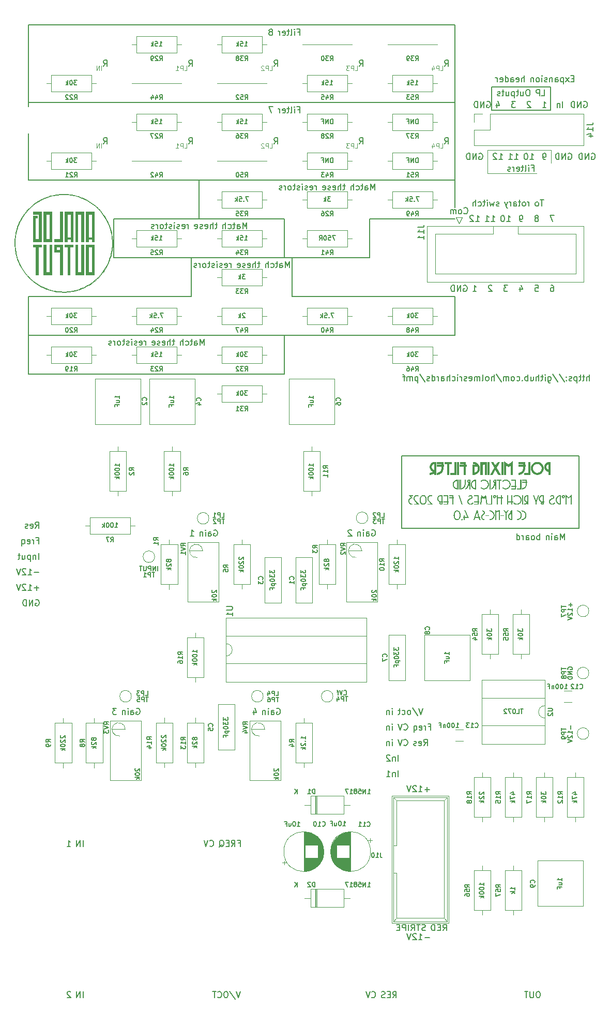
<source format=gbo>
G04 #@! TF.GenerationSoftware,KiCad,Pcbnew,7.0.0-rc2-unknown-92a61b187f~165~ubuntu22.04.1*
G04 #@! TF.CreationDate,2023-02-10T23:31:28-05:00*
G04 #@! TF.ProjectId,pmf_b1,706d665f-6231-42e6-9b69-6361645f7063,rev?*
G04 #@! TF.SameCoordinates,Original*
G04 #@! TF.FileFunction,Legend,Bot*
G04 #@! TF.FilePolarity,Positive*
%FSLAX46Y46*%
G04 Gerber Fmt 4.6, Leading zero omitted, Abs format (unit mm)*
G04 Created by KiCad (PCBNEW 7.0.0-rc2-unknown-92a61b187f~165~ubuntu22.04.1) date 2023-02-10 23:31:28*
%MOMM*%
%LPD*%
G01*
G04 APERTURE LIST*
%ADD10C,0.150000*%
%ADD11C,0.100000*%
%ADD12C,0.300000*%
%ADD13C,0.120000*%
%ADD14C,0.010000*%
G04 APERTURE END LIST*
D10*
X148095000Y-59995000D02*
X148095000Y-53645000D01*
X104915000Y-59995000D02*
X131585000Y-59995000D01*
X174765000Y-28245000D02*
X104915000Y-28245000D01*
X104915000Y-72695000D02*
X104915000Y-66345000D01*
X118885000Y-53645000D02*
X118885000Y-47295000D01*
X174765000Y-59995000D02*
X174765000Y-66345000D01*
D11*
X180099000Y-35992000D02*
X190513000Y-35992000D01*
D10*
X146825000Y-47295000D02*
X146825000Y-53645000D01*
X131585000Y-59995000D02*
X131585000Y-53645000D01*
X174765000Y-66345000D02*
X104915000Y-66345000D01*
D11*
X188100000Y-39802000D02*
X180099000Y-39802000D01*
D10*
X160795000Y-47295000D02*
X174765000Y-47295000D01*
X118885000Y-47295000D02*
X146825000Y-47295000D01*
X174765000Y-45390000D02*
X174765000Y-40945000D01*
D11*
X190513000Y-35992000D02*
X190513000Y-38151000D01*
D10*
X131585000Y-53645000D02*
X118885000Y-53645000D01*
X160795000Y-53645000D02*
X148095000Y-53645000D01*
X180734000Y-25705000D02*
X190386000Y-25705000D01*
X190386000Y-25705000D02*
X190386000Y-29515000D01*
X190386000Y-29515000D02*
X180734000Y-29515000D01*
X180734000Y-29515000D02*
X180734000Y-25705000D01*
X148095000Y-59995000D02*
X174765000Y-59995000D01*
X104915000Y-33325000D02*
X104915000Y-40945000D01*
X132855000Y-40945000D02*
X132855000Y-47295000D01*
X166010000Y-86030000D02*
X195085000Y-86030000D01*
X195085000Y-86030000D02*
X195085000Y-97920000D01*
X195085000Y-97920000D02*
X166010000Y-97920000D01*
X166010000Y-97920000D02*
X166010000Y-86030000D01*
D11*
X180099000Y-39802000D02*
X180099000Y-35992000D01*
D10*
X131585000Y-53645000D02*
X148095000Y-53645000D01*
X174765000Y-28245000D02*
X174765000Y-15545000D01*
X160795000Y-47295000D02*
X160795000Y-53645000D01*
X104915000Y-72695000D02*
X146825000Y-72695000D01*
X174765000Y-40945000D02*
X174765000Y-28245000D01*
X104915000Y-66345000D02*
X104915000Y-59995000D01*
X104915000Y-40945000D02*
X174765000Y-40945000D01*
X146825000Y-72695000D02*
X146825000Y-66345000D01*
X174765000Y-15545000D02*
X104915000Y-15545000D01*
X104915000Y-15545000D02*
X104915000Y-28880000D01*
X135268095Y-98205000D02*
X135363333Y-98157380D01*
X135363333Y-98157380D02*
X135506190Y-98157380D01*
X135506190Y-98157380D02*
X135649047Y-98205000D01*
X135649047Y-98205000D02*
X135744285Y-98300238D01*
X135744285Y-98300238D02*
X135791904Y-98395476D01*
X135791904Y-98395476D02*
X135839523Y-98585952D01*
X135839523Y-98585952D02*
X135839523Y-98728809D01*
X135839523Y-98728809D02*
X135791904Y-98919285D01*
X135791904Y-98919285D02*
X135744285Y-99014523D01*
X135744285Y-99014523D02*
X135649047Y-99109761D01*
X135649047Y-99109761D02*
X135506190Y-99157380D01*
X135506190Y-99157380D02*
X135410952Y-99157380D01*
X135410952Y-99157380D02*
X135268095Y-99109761D01*
X135268095Y-99109761D02*
X135220476Y-99062142D01*
X135220476Y-99062142D02*
X135220476Y-98728809D01*
X135220476Y-98728809D02*
X135410952Y-98728809D01*
X134363333Y-99157380D02*
X134363333Y-98633571D01*
X134363333Y-98633571D02*
X134410952Y-98538333D01*
X134410952Y-98538333D02*
X134506190Y-98490714D01*
X134506190Y-98490714D02*
X134696666Y-98490714D01*
X134696666Y-98490714D02*
X134791904Y-98538333D01*
X134363333Y-99109761D02*
X134458571Y-99157380D01*
X134458571Y-99157380D02*
X134696666Y-99157380D01*
X134696666Y-99157380D02*
X134791904Y-99109761D01*
X134791904Y-99109761D02*
X134839523Y-99014523D01*
X134839523Y-99014523D02*
X134839523Y-98919285D01*
X134839523Y-98919285D02*
X134791904Y-98824047D01*
X134791904Y-98824047D02*
X134696666Y-98776428D01*
X134696666Y-98776428D02*
X134458571Y-98776428D01*
X134458571Y-98776428D02*
X134363333Y-98728809D01*
X133887142Y-99157380D02*
X133887142Y-98490714D01*
X133887142Y-98157380D02*
X133934761Y-98205000D01*
X133934761Y-98205000D02*
X133887142Y-98252619D01*
X133887142Y-98252619D02*
X133839523Y-98205000D01*
X133839523Y-98205000D02*
X133887142Y-98157380D01*
X133887142Y-98157380D02*
X133887142Y-98252619D01*
X133410952Y-98490714D02*
X133410952Y-99157380D01*
X133410952Y-98585952D02*
X133363333Y-98538333D01*
X133363333Y-98538333D02*
X133268095Y-98490714D01*
X133268095Y-98490714D02*
X133125238Y-98490714D01*
X133125238Y-98490714D02*
X133030000Y-98538333D01*
X133030000Y-98538333D02*
X132982381Y-98633571D01*
X132982381Y-98633571D02*
X132982381Y-99157380D01*
X131382381Y-99157380D02*
X131953809Y-99157380D01*
X131668095Y-99157380D02*
X131668095Y-98157380D01*
X131668095Y-98157380D02*
X131763333Y-98300238D01*
X131763333Y-98300238D02*
X131858571Y-98395476D01*
X131858571Y-98395476D02*
X131953809Y-98443095D01*
X117170476Y-35012380D02*
X117503809Y-34536190D01*
X117741904Y-35012380D02*
X117741904Y-34012380D01*
X117741904Y-34012380D02*
X117360952Y-34012380D01*
X117360952Y-34012380D02*
X117265714Y-34060000D01*
X117265714Y-34060000D02*
X117218095Y-34107619D01*
X117218095Y-34107619D02*
X117170476Y-34202857D01*
X117170476Y-34202857D02*
X117170476Y-34345714D01*
X117170476Y-34345714D02*
X117218095Y-34440952D01*
X117218095Y-34440952D02*
X117265714Y-34488571D01*
X117265714Y-34488571D02*
X117360952Y-34536190D01*
X117360952Y-34536190D02*
X117741904Y-34536190D01*
X187861904Y-58142380D02*
X188338094Y-58142380D01*
X188338094Y-58142380D02*
X188385713Y-58618571D01*
X188385713Y-58618571D02*
X188338094Y-58570952D01*
X188338094Y-58570952D02*
X188242856Y-58523333D01*
X188242856Y-58523333D02*
X188004761Y-58523333D01*
X188004761Y-58523333D02*
X187909523Y-58570952D01*
X187909523Y-58570952D02*
X187861904Y-58618571D01*
X187861904Y-58618571D02*
X187814285Y-58713809D01*
X187814285Y-58713809D02*
X187814285Y-58951904D01*
X187814285Y-58951904D02*
X187861904Y-59047142D01*
X187861904Y-59047142D02*
X187909523Y-59094761D01*
X187909523Y-59094761D02*
X188004761Y-59142380D01*
X188004761Y-59142380D02*
X188242856Y-59142380D01*
X188242856Y-59142380D02*
X188338094Y-59094761D01*
X188338094Y-59094761D02*
X188385713Y-59047142D01*
X189560475Y-37552380D02*
X189369999Y-37552380D01*
X189369999Y-37552380D02*
X189274761Y-37504761D01*
X189274761Y-37504761D02*
X189227142Y-37457142D01*
X189227142Y-37457142D02*
X189131904Y-37314285D01*
X189131904Y-37314285D02*
X189084285Y-37123809D01*
X189084285Y-37123809D02*
X189084285Y-36742857D01*
X189084285Y-36742857D02*
X189131904Y-36647619D01*
X189131904Y-36647619D02*
X189179523Y-36600000D01*
X189179523Y-36600000D02*
X189274761Y-36552380D01*
X189274761Y-36552380D02*
X189465237Y-36552380D01*
X189465237Y-36552380D02*
X189560475Y-36600000D01*
X189560475Y-36600000D02*
X189608094Y-36647619D01*
X189608094Y-36647619D02*
X189655713Y-36742857D01*
X189655713Y-36742857D02*
X189655713Y-36980952D01*
X189655713Y-36980952D02*
X189608094Y-37076190D01*
X189608094Y-37076190D02*
X189560475Y-37123809D01*
X189560475Y-37123809D02*
X189465237Y-37171428D01*
X189465237Y-37171428D02*
X189274761Y-37171428D01*
X189274761Y-37171428D02*
X189179523Y-37123809D01*
X189179523Y-37123809D02*
X189131904Y-37076190D01*
X189131904Y-37076190D02*
X189084285Y-36980952D01*
D12*
G36*
X190423097Y-89160000D02*
G01*
X190077249Y-89160000D01*
X190077249Y-88682749D01*
X190058702Y-88679742D01*
X190031167Y-88674487D01*
X190003976Y-88668339D01*
X189977129Y-88661298D01*
X189950624Y-88653364D01*
X189924464Y-88644536D01*
X189898647Y-88634816D01*
X189873173Y-88624203D01*
X189848042Y-88612697D01*
X189823256Y-88600298D01*
X189798812Y-88587006D01*
X189782769Y-88577644D01*
X189759218Y-88563073D01*
X189736286Y-88547866D01*
X189713972Y-88532023D01*
X189692277Y-88515546D01*
X189671199Y-88498432D01*
X189650740Y-88480684D01*
X189630899Y-88462300D01*
X189611676Y-88443280D01*
X189593072Y-88423625D01*
X189575086Y-88403335D01*
X189563456Y-88389480D01*
X189546590Y-88368261D01*
X189530420Y-88346518D01*
X189514945Y-88324252D01*
X189500166Y-88301461D01*
X189486083Y-88278147D01*
X189472695Y-88254309D01*
X189460002Y-88229947D01*
X189448005Y-88205061D01*
X189436704Y-88179652D01*
X189426098Y-88153719D01*
X189419413Y-88136204D01*
X189410196Y-88109739D01*
X189401948Y-88083041D01*
X189394671Y-88056112D01*
X189388364Y-88028951D01*
X189383027Y-88001558D01*
X189378661Y-87973933D01*
X189375265Y-87946077D01*
X189372839Y-87917988D01*
X189371384Y-87889668D01*
X189370974Y-87865512D01*
X189714304Y-87865512D01*
X189714724Y-87886510D01*
X189715983Y-87907247D01*
X189718082Y-87927726D01*
X189721021Y-87947944D01*
X189724799Y-87967904D01*
X189729417Y-87987603D01*
X189734874Y-88007044D01*
X189741171Y-88026224D01*
X189748124Y-88044939D01*
X189755795Y-88063227D01*
X189764183Y-88081087D01*
X189773289Y-88098520D01*
X189783112Y-88115525D01*
X189793653Y-88132103D01*
X189804911Y-88148254D01*
X189816886Y-88163977D01*
X189829488Y-88179197D01*
X189842623Y-88193836D01*
X189856293Y-88207895D01*
X189870498Y-88221374D01*
X189885236Y-88234273D01*
X189900509Y-88246592D01*
X189916316Y-88258331D01*
X189932657Y-88269490D01*
X189949342Y-88279993D01*
X189966424Y-88289762D01*
X189983903Y-88298799D01*
X190001778Y-88307103D01*
X190020050Y-88314675D01*
X190038720Y-88321514D01*
X190057786Y-88327620D01*
X190077249Y-88332993D01*
X190077249Y-87404382D01*
X190057786Y-87409626D01*
X190038720Y-87415587D01*
X190020050Y-87422265D01*
X190001778Y-87429661D01*
X189983903Y-87437774D01*
X189966424Y-87446605D01*
X189949342Y-87456154D01*
X189932657Y-87466420D01*
X189924420Y-87471743D01*
X189904411Y-87485687D01*
X189885236Y-87500537D01*
X189866896Y-87516294D01*
X189849392Y-87532957D01*
X189832721Y-87550526D01*
X189816886Y-87569002D01*
X189813825Y-87572803D01*
X189799192Y-87592266D01*
X189785680Y-87612492D01*
X189773289Y-87633482D01*
X189764183Y-87650823D01*
X189755795Y-87668653D01*
X189748124Y-87686971D01*
X189741171Y-87705778D01*
X189734874Y-87724836D01*
X189729417Y-87744154D01*
X189724799Y-87763732D01*
X189721021Y-87783569D01*
X189718082Y-87803666D01*
X189715983Y-87824022D01*
X189714724Y-87844637D01*
X189714304Y-87865512D01*
X189370974Y-87865512D01*
X189370899Y-87861116D01*
X189371158Y-87840060D01*
X189371937Y-87819144D01*
X189373234Y-87798370D01*
X189375051Y-87777738D01*
X189377387Y-87757246D01*
X189380241Y-87736896D01*
X189383615Y-87716686D01*
X189387507Y-87696618D01*
X189391919Y-87676692D01*
X189396850Y-87656906D01*
X189402299Y-87637262D01*
X189408268Y-87617759D01*
X189414756Y-87598397D01*
X189421762Y-87579176D01*
X189429288Y-87560096D01*
X189437333Y-87541158D01*
X189445754Y-87522386D01*
X189454529Y-87503926D01*
X189463660Y-87485780D01*
X189473145Y-87467946D01*
X189482985Y-87450426D01*
X189493181Y-87433218D01*
X189503731Y-87416323D01*
X189514636Y-87399741D01*
X189525896Y-87383472D01*
X189537511Y-87367517D01*
X189549480Y-87351874D01*
X189561805Y-87336543D01*
X189574485Y-87321526D01*
X189587519Y-87306822D01*
X189600909Y-87292431D01*
X189614653Y-87278353D01*
X189628669Y-87264606D01*
X189642993Y-87251211D01*
X189657627Y-87238167D01*
X189672569Y-87225474D01*
X189687821Y-87213132D01*
X189703382Y-87201141D01*
X189719252Y-87189502D01*
X189735431Y-87178213D01*
X189751920Y-87167276D01*
X189768717Y-87156689D01*
X189785824Y-87146454D01*
X189803239Y-87136570D01*
X189820964Y-87127037D01*
X189838998Y-87117855D01*
X189857341Y-87109024D01*
X189875993Y-87100544D01*
X189894870Y-87092499D01*
X189913889Y-87084973D01*
X189933049Y-87077967D01*
X189952349Y-87071479D01*
X189971792Y-87065510D01*
X189991375Y-87060061D01*
X190011099Y-87055130D01*
X190030965Y-87050718D01*
X190050972Y-87046826D01*
X190071120Y-87043452D01*
X190091409Y-87040597D01*
X190111840Y-87038262D01*
X190132412Y-87036445D01*
X190153125Y-87035148D01*
X190173979Y-87034369D01*
X190194974Y-87034110D01*
X190423097Y-87034110D01*
X190423097Y-89160000D01*
G37*
G36*
X188245514Y-87034442D02*
G01*
X188272272Y-87035438D01*
X188298835Y-87037098D01*
X188325204Y-87039422D01*
X188351378Y-87042410D01*
X188377357Y-87046062D01*
X188403142Y-87050379D01*
X188428732Y-87055359D01*
X188454128Y-87061003D01*
X188479328Y-87067312D01*
X188504335Y-87074284D01*
X188529146Y-87081920D01*
X188553763Y-87090221D01*
X188578186Y-87099185D01*
X188602413Y-87108814D01*
X188626447Y-87119106D01*
X188650142Y-87129903D01*
X188673479Y-87141164D01*
X188696457Y-87152892D01*
X188719076Y-87165085D01*
X188741336Y-87177744D01*
X188763238Y-87190868D01*
X188784781Y-87204458D01*
X188805965Y-87218513D01*
X188826791Y-87233034D01*
X188847257Y-87248021D01*
X188867365Y-87263473D01*
X188887115Y-87279391D01*
X188906505Y-87295774D01*
X188925537Y-87312623D01*
X188944210Y-87329937D01*
X188962525Y-87347718D01*
X188980364Y-87365864D01*
X188997734Y-87384400D01*
X189014634Y-87403325D01*
X189031065Y-87422639D01*
X189047027Y-87442343D01*
X189062519Y-87462435D01*
X189077542Y-87482917D01*
X189092096Y-87503789D01*
X189106180Y-87525049D01*
X189119794Y-87546699D01*
X189132939Y-87568738D01*
X189145615Y-87591167D01*
X189157822Y-87613984D01*
X189169559Y-87637191D01*
X189180826Y-87660787D01*
X189191625Y-87684773D01*
X189201858Y-87709046D01*
X189211431Y-87733507D01*
X189220344Y-87758154D01*
X189228597Y-87782989D01*
X189236189Y-87808010D01*
X189243122Y-87833219D01*
X189249394Y-87858614D01*
X189255006Y-87884197D01*
X189259957Y-87909967D01*
X189264249Y-87935923D01*
X189267880Y-87962067D01*
X189270851Y-87988397D01*
X189273162Y-88014915D01*
X189274812Y-88041619D01*
X189275802Y-88068511D01*
X189276133Y-88095589D01*
X189275802Y-88123023D01*
X189274812Y-88150246D01*
X189273162Y-88177260D01*
X189270851Y-88204064D01*
X189267880Y-88230657D01*
X189264249Y-88257041D01*
X189259957Y-88283215D01*
X189255006Y-88309180D01*
X189249394Y-88334934D01*
X189243122Y-88360478D01*
X189236189Y-88385813D01*
X189228597Y-88410937D01*
X189220344Y-88435852D01*
X189211431Y-88460557D01*
X189201858Y-88485052D01*
X189191625Y-88509337D01*
X189180832Y-88533324D01*
X189169582Y-88556926D01*
X189157873Y-88580142D01*
X189145707Y-88602973D01*
X189133083Y-88625419D01*
X189120000Y-88647479D01*
X189106460Y-88669153D01*
X189092462Y-88690443D01*
X189078006Y-88711346D01*
X189063092Y-88731865D01*
X189047720Y-88751998D01*
X189031890Y-88771745D01*
X189015602Y-88791107D01*
X188998856Y-88810083D01*
X188981652Y-88828675D01*
X188963990Y-88846880D01*
X188945848Y-88864603D01*
X188927323Y-88881868D01*
X188908417Y-88898675D01*
X188889130Y-88915024D01*
X188869461Y-88930915D01*
X188849410Y-88946348D01*
X188828977Y-88961323D01*
X188808163Y-88975840D01*
X188786968Y-88989900D01*
X188765390Y-89003501D01*
X188743431Y-89016644D01*
X188721091Y-89029330D01*
X188698368Y-89041557D01*
X188675265Y-89053326D01*
X188651779Y-89064638D01*
X188627912Y-89075491D01*
X188603701Y-89085725D01*
X188579308Y-89095298D01*
X188554731Y-89104211D01*
X188529971Y-89112464D01*
X188505027Y-89120056D01*
X188479901Y-89126989D01*
X188454591Y-89133261D01*
X188429098Y-89138872D01*
X188403422Y-89143824D01*
X188377563Y-89148116D01*
X188351521Y-89151747D01*
X188325295Y-89154718D01*
X188298886Y-89157029D01*
X188272294Y-89158679D01*
X188245519Y-89159669D01*
X188218561Y-89160000D01*
X188191546Y-89159669D01*
X188164721Y-89158679D01*
X188138087Y-89157029D01*
X188111644Y-89154718D01*
X188085391Y-89151747D01*
X188059330Y-89148116D01*
X188033459Y-89143824D01*
X188007779Y-89138872D01*
X187982290Y-89133261D01*
X187956992Y-89126989D01*
X187931885Y-89120056D01*
X187906968Y-89112464D01*
X187882242Y-89104211D01*
X187857708Y-89095298D01*
X187833363Y-89085725D01*
X187809210Y-89075491D01*
X187785286Y-89064632D01*
X187761751Y-89053304D01*
X187738605Y-89041505D01*
X187715848Y-89029238D01*
X187693481Y-89016501D01*
X187671503Y-89003295D01*
X187649914Y-88989619D01*
X187628715Y-88975474D01*
X187607904Y-88960860D01*
X187587483Y-88945776D01*
X187567452Y-88930222D01*
X187547809Y-88914200D01*
X187528556Y-88897707D01*
X187509692Y-88880746D01*
X187491217Y-88863315D01*
X187473132Y-88845415D01*
X187455411Y-88827032D01*
X187438152Y-88808275D01*
X187421354Y-88789143D01*
X187405019Y-88769638D01*
X187389145Y-88749759D01*
X187373733Y-88729506D01*
X187358782Y-88708879D01*
X187344294Y-88687878D01*
X187330267Y-88666503D01*
X187316702Y-88644754D01*
X187303599Y-88622631D01*
X187290957Y-88600134D01*
X187278778Y-88577263D01*
X187267060Y-88554018D01*
X187255803Y-88530399D01*
X187245009Y-88506406D01*
X187234776Y-88482132D01*
X187225202Y-88457672D01*
X187216290Y-88433024D01*
X187208037Y-88408189D01*
X187200444Y-88383168D01*
X187193512Y-88357959D01*
X187187240Y-88332564D01*
X187181628Y-88306981D01*
X187176676Y-88281212D01*
X187172385Y-88255255D01*
X187168754Y-88229112D01*
X187165783Y-88202781D01*
X187163472Y-88176264D01*
X187161821Y-88149559D01*
X187160831Y-88122668D01*
X187160501Y-88095589D01*
X187503906Y-88095589D01*
X187504126Y-88113963D01*
X187505278Y-88141273D01*
X187507417Y-88168282D01*
X187510544Y-88194991D01*
X187514659Y-88221399D01*
X187519761Y-88247507D01*
X187525850Y-88273314D01*
X187532927Y-88298821D01*
X187540991Y-88324027D01*
X187550043Y-88348932D01*
X187560082Y-88373538D01*
X187567265Y-88389715D01*
X187578639Y-88413508D01*
X187590735Y-88436735D01*
X187603552Y-88459396D01*
X187617090Y-88481489D01*
X187631350Y-88503016D01*
X187646331Y-88523976D01*
X187662033Y-88544369D01*
X187678456Y-88564196D01*
X187695601Y-88583456D01*
X187713467Y-88602149D01*
X187725750Y-88614206D01*
X187744667Y-88631713D01*
X187764178Y-88648524D01*
X187784281Y-88664640D01*
X187804976Y-88680060D01*
X187826264Y-88694785D01*
X187848144Y-88708814D01*
X187870617Y-88722148D01*
X187893682Y-88734786D01*
X187917339Y-88746729D01*
X187941590Y-88757976D01*
X187957956Y-88765015D01*
X187982741Y-88774722D01*
X188007810Y-88783408D01*
X188033162Y-88791071D01*
X188058798Y-88797713D01*
X188084716Y-88803333D01*
X188110919Y-88807931D01*
X188137404Y-88811507D01*
X188164173Y-88814062D01*
X188191225Y-88815595D01*
X188218561Y-88816106D01*
X188236818Y-88815884D01*
X188263975Y-88814722D01*
X188290857Y-88812564D01*
X188317464Y-88809410D01*
X188343797Y-88805260D01*
X188369854Y-88800113D01*
X188395637Y-88793971D01*
X188421145Y-88786833D01*
X188446379Y-88778698D01*
X188471337Y-88769568D01*
X188496021Y-88759441D01*
X188512194Y-88752198D01*
X188535968Y-88740732D01*
X188559158Y-88728545D01*
X188581764Y-88715636D01*
X188603785Y-88702006D01*
X188625223Y-88687655D01*
X188646078Y-88672582D01*
X188666348Y-88656789D01*
X188686034Y-88640274D01*
X188705137Y-88623037D01*
X188723655Y-88605080D01*
X188735646Y-88592675D01*
X188753031Y-88573574D01*
X188769695Y-88553880D01*
X188785638Y-88533594D01*
X188800859Y-88512716D01*
X188815359Y-88491245D01*
X188829138Y-88469182D01*
X188842195Y-88446526D01*
X188854531Y-88423277D01*
X188866146Y-88399436D01*
X188877040Y-88375003D01*
X188883842Y-88358456D01*
X188893223Y-88333405D01*
X188901617Y-88308080D01*
X188909023Y-88282481D01*
X188915441Y-88256606D01*
X188920872Y-88230457D01*
X188925316Y-88204033D01*
X188928772Y-88177334D01*
X188931241Y-88150361D01*
X188932722Y-88123112D01*
X188933216Y-88095589D01*
X188932990Y-88077216D01*
X188931808Y-88049906D01*
X188929613Y-88022896D01*
X188926404Y-87996188D01*
X188922183Y-87969779D01*
X188916948Y-87943672D01*
X188910699Y-87917864D01*
X188903438Y-87892358D01*
X188895163Y-87867152D01*
X188885875Y-87842246D01*
X188875574Y-87817641D01*
X188868215Y-87801465D01*
X188856595Y-87777682D01*
X188844281Y-87754474D01*
X188831270Y-87731840D01*
X188817565Y-87709783D01*
X188803163Y-87688300D01*
X188788067Y-87667393D01*
X188772274Y-87647062D01*
X188755787Y-87627305D01*
X188738603Y-87608124D01*
X188720724Y-87589518D01*
X188708449Y-87577407D01*
X188689571Y-87559849D01*
X188670136Y-87543020D01*
X188650141Y-87526922D01*
X188629589Y-87511553D01*
X188608479Y-87496914D01*
X188586811Y-87483005D01*
X188564584Y-87469826D01*
X188541799Y-87457377D01*
X188518456Y-87445658D01*
X188494555Y-87434668D01*
X188478308Y-87427806D01*
X188453685Y-87418344D01*
X188428763Y-87409877D01*
X188403539Y-87402407D01*
X188378015Y-87395933D01*
X188352191Y-87390454D01*
X188326066Y-87385972D01*
X188299641Y-87382486D01*
X188272915Y-87379996D01*
X188245888Y-87378502D01*
X188218561Y-87378004D01*
X188200306Y-87378225D01*
X188173159Y-87379387D01*
X188146296Y-87381545D01*
X188119716Y-87384699D01*
X188093419Y-87388850D01*
X188067406Y-87393996D01*
X188041676Y-87400138D01*
X188016229Y-87407277D01*
X187991066Y-87415411D01*
X187966186Y-87424541D01*
X187941590Y-87434668D01*
X187925357Y-87441913D01*
X187901502Y-87453389D01*
X187878239Y-87465595D01*
X187855569Y-87478531D01*
X187833491Y-87492197D01*
X187812006Y-87506592D01*
X187791113Y-87521718D01*
X187770813Y-87537573D01*
X187751105Y-87554158D01*
X187731990Y-87571473D01*
X187713467Y-87589518D01*
X187701476Y-87601858D01*
X187684091Y-87620847D01*
X187667427Y-87640412D01*
X187651484Y-87660552D01*
X187636263Y-87681267D01*
X187621763Y-87702558D01*
X187607984Y-87724424D01*
X187594927Y-87746865D01*
X187582591Y-87769882D01*
X187570976Y-87793474D01*
X187560082Y-87817641D01*
X187553280Y-87834011D01*
X187543899Y-87858816D01*
X187535505Y-87883922D01*
X187528099Y-87909329D01*
X187521681Y-87935036D01*
X187516250Y-87961043D01*
X187511806Y-87987351D01*
X187508350Y-88013960D01*
X187505881Y-88040869D01*
X187504400Y-88068079D01*
X187503906Y-88095589D01*
X187160501Y-88095589D01*
X187160831Y-88068866D01*
X187161821Y-88042306D01*
X187163472Y-88015911D01*
X187165783Y-87989679D01*
X187168754Y-87963612D01*
X187172385Y-87937709D01*
X187176676Y-87911970D01*
X187181628Y-87886395D01*
X187187240Y-87860984D01*
X187193512Y-87835738D01*
X187200444Y-87810655D01*
X187208037Y-87785737D01*
X187216290Y-87760982D01*
X187225202Y-87736392D01*
X187234776Y-87711966D01*
X187245009Y-87687704D01*
X187255809Y-87663712D01*
X187267083Y-87640099D01*
X187278829Y-87616864D01*
X187291049Y-87594006D01*
X187303742Y-87571526D01*
X187316908Y-87549424D01*
X187330547Y-87527700D01*
X187344660Y-87506353D01*
X187359246Y-87485385D01*
X187374305Y-87464794D01*
X187389837Y-87444581D01*
X187405843Y-87424746D01*
X187422322Y-87405288D01*
X187439274Y-87386209D01*
X187456699Y-87367507D01*
X187474597Y-87349183D01*
X187492860Y-87331225D01*
X187511501Y-87313745D01*
X187530519Y-87296741D01*
X187549916Y-87280215D01*
X187569690Y-87264166D01*
X187589842Y-87248593D01*
X187610372Y-87233498D01*
X187631279Y-87218879D01*
X187652565Y-87204738D01*
X187674228Y-87191074D01*
X187696269Y-87177887D01*
X187718688Y-87165177D01*
X187741484Y-87152943D01*
X187764659Y-87141187D01*
X187788211Y-87129908D01*
X187812141Y-87119106D01*
X187836283Y-87108814D01*
X187860593Y-87099185D01*
X187885070Y-87090221D01*
X187909716Y-87081920D01*
X187934530Y-87074284D01*
X187959511Y-87067312D01*
X187984660Y-87061003D01*
X188009978Y-87055359D01*
X188035463Y-87050379D01*
X188061116Y-87046062D01*
X188086937Y-87042410D01*
X188112926Y-87039422D01*
X188139083Y-87037098D01*
X188165408Y-87035438D01*
X188191900Y-87034442D01*
X188218561Y-87034110D01*
X188245514Y-87034442D01*
G37*
G36*
X187070131Y-89160000D02*
G01*
X187070131Y-87034110D01*
X186724283Y-87034110D01*
X186724283Y-88816106D01*
X186085344Y-88816106D01*
X186085344Y-89160000D01*
X187070131Y-89160000D01*
G37*
G36*
X185175784Y-89160000D02*
G01*
X185202790Y-89159309D01*
X185229586Y-89157969D01*
X185256172Y-89155981D01*
X185282548Y-89153344D01*
X185308715Y-89150058D01*
X185334671Y-89146123D01*
X185360418Y-89141540D01*
X185385955Y-89136308D01*
X185411281Y-89130427D01*
X185436398Y-89123897D01*
X185461305Y-89116719D01*
X185486003Y-89108892D01*
X185510490Y-89100416D01*
X185534767Y-89091291D01*
X185558835Y-89081517D01*
X185582692Y-89071095D01*
X185606258Y-89060056D01*
X185629449Y-89048556D01*
X185652267Y-89036594D01*
X185674711Y-89024170D01*
X185696780Y-89011284D01*
X185718476Y-88997937D01*
X185739798Y-88984127D01*
X185760745Y-88969856D01*
X185781319Y-88955124D01*
X185801519Y-88939929D01*
X185821344Y-88924273D01*
X185840796Y-88908155D01*
X185859874Y-88891575D01*
X185878577Y-88874533D01*
X185896907Y-88857030D01*
X185914863Y-88839064D01*
X185932341Y-88820632D01*
X185949362Y-88801848D01*
X185965925Y-88782713D01*
X185982029Y-88763227D01*
X185997676Y-88743390D01*
X186012865Y-88723202D01*
X186027596Y-88702662D01*
X186041869Y-88681772D01*
X186055684Y-88660531D01*
X186069041Y-88638938D01*
X186081940Y-88616994D01*
X186094381Y-88594699D01*
X186106364Y-88572054D01*
X186117889Y-88549057D01*
X186128957Y-88525708D01*
X186139566Y-88502009D01*
X186149622Y-88478030D01*
X186159029Y-88453840D01*
X186167787Y-88429441D01*
X186175897Y-88404831D01*
X186183358Y-88380012D01*
X186190170Y-88354983D01*
X186196333Y-88329744D01*
X186201848Y-88304295D01*
X186206714Y-88278636D01*
X186210931Y-88252767D01*
X186214499Y-88226688D01*
X186217418Y-88200400D01*
X186219689Y-88173901D01*
X186221311Y-88147193D01*
X186222284Y-88120275D01*
X186222609Y-88093147D01*
X186222609Y-87846950D01*
X186349126Y-87846950D01*
X186349126Y-87503056D01*
X186222609Y-87503056D01*
X186222609Y-87034110D01*
X185127912Y-87034110D01*
X185127912Y-87378004D01*
X185876761Y-87378004D01*
X185876761Y-87503056D01*
X185114234Y-87503056D01*
X185114234Y-87846950D01*
X185876761Y-87846950D01*
X185876761Y-88095101D01*
X185876228Y-88122183D01*
X185874631Y-88149025D01*
X185871969Y-88175626D01*
X185868243Y-88201987D01*
X185863451Y-88228108D01*
X185857595Y-88253988D01*
X185850674Y-88279628D01*
X185842689Y-88305027D01*
X185833638Y-88330186D01*
X185823523Y-88355105D01*
X185816188Y-88371584D01*
X185804449Y-88395847D01*
X185791945Y-88419543D01*
X185778678Y-88442673D01*
X185764646Y-88465235D01*
X185749849Y-88487232D01*
X185734289Y-88508661D01*
X185717964Y-88529524D01*
X185700875Y-88549820D01*
X185683022Y-88569549D01*
X185664405Y-88588712D01*
X185651569Y-88601172D01*
X185631751Y-88619221D01*
X185611314Y-88636549D01*
X185590260Y-88653156D01*
X185568587Y-88669041D01*
X185546296Y-88684205D01*
X185523387Y-88698648D01*
X185499860Y-88712369D01*
X185475714Y-88725369D01*
X185450950Y-88737648D01*
X185425568Y-88749206D01*
X185408303Y-88756510D01*
X185381953Y-88766663D01*
X185355295Y-88775870D01*
X185328327Y-88784134D01*
X185301050Y-88791452D01*
X185273464Y-88797826D01*
X185245568Y-88803256D01*
X185217364Y-88807741D01*
X185188851Y-88811282D01*
X185160028Y-88813878D01*
X185130896Y-88815529D01*
X185111304Y-88816106D01*
X185111304Y-89160000D01*
X185175784Y-89160000D01*
G37*
G36*
X183124144Y-89160000D02*
G01*
X183124144Y-87617850D01*
X183141014Y-87631052D01*
X183157918Y-87644280D01*
X183174857Y-87657533D01*
X183191830Y-87670813D01*
X183208837Y-87684118D01*
X183225879Y-87697449D01*
X183242955Y-87710805D01*
X183260065Y-87724187D01*
X183277210Y-87737595D01*
X183294389Y-87751029D01*
X183305860Y-87760000D01*
X183322902Y-87773399D01*
X183339772Y-87786670D01*
X183356470Y-87799812D01*
X183372997Y-87812825D01*
X183389351Y-87825709D01*
X183405534Y-87838464D01*
X183421546Y-87851091D01*
X183437385Y-87863589D01*
X183453053Y-87875958D01*
X183468549Y-87888198D01*
X183478784Y-87896287D01*
X183833425Y-87617850D01*
X183833425Y-89160000D01*
X184176342Y-89160000D01*
X184176342Y-86909057D01*
X183478296Y-87455184D01*
X183458459Y-87439522D01*
X183438271Y-87423555D01*
X183422899Y-87411379D01*
X183407330Y-87399031D01*
X183391563Y-87386512D01*
X183375599Y-87373821D01*
X183359438Y-87360958D01*
X183343079Y-87347924D01*
X183326522Y-87334717D01*
X183309768Y-87321339D01*
X183292890Y-87307875D01*
X183275960Y-87294412D01*
X183258978Y-87280948D01*
X183241945Y-87267484D01*
X183224861Y-87254020D01*
X183207724Y-87240556D01*
X183190537Y-87227092D01*
X183173298Y-87213628D01*
X183156007Y-87200164D01*
X183138665Y-87186700D01*
X183127075Y-87177725D01*
X183109611Y-87164274D01*
X183092207Y-87150848D01*
X183074863Y-87137449D01*
X183057580Y-87124075D01*
X183040357Y-87110727D01*
X183023193Y-87097405D01*
X183006090Y-87084108D01*
X182989047Y-87070838D01*
X182972064Y-87057593D01*
X182955141Y-87044374D01*
X182943893Y-87035575D01*
X182927186Y-87022511D01*
X182910771Y-87009695D01*
X182894648Y-86997128D01*
X182878817Y-86984811D01*
X182863278Y-86972742D01*
X182843014Y-86957038D01*
X182823268Y-86941777D01*
X182804042Y-86926958D01*
X182785334Y-86912582D01*
X182780738Y-86909057D01*
X182780738Y-89160000D01*
X183124144Y-89160000D01*
G37*
G36*
X182687438Y-89160000D02*
G01*
X182687438Y-87034110D01*
X182344521Y-87034110D01*
X182344521Y-89160000D01*
X182687438Y-89160000D01*
G37*
G36*
X180903976Y-89160000D02*
G01*
X181373900Y-88344228D01*
X181846265Y-89160000D01*
X182245846Y-89160000D01*
X181576133Y-87999846D01*
X181588361Y-87979026D01*
X181600685Y-87957966D01*
X181613102Y-87936665D01*
X181625615Y-87915124D01*
X181638221Y-87893343D01*
X181650922Y-87871321D01*
X181663718Y-87849058D01*
X181676608Y-87826556D01*
X181689592Y-87803812D01*
X181702671Y-87780829D01*
X181711443Y-87765373D01*
X181724658Y-87742083D01*
X181737924Y-87718742D01*
X181751242Y-87695349D01*
X181764612Y-87671904D01*
X181778033Y-87648408D01*
X181791505Y-87624861D01*
X181805029Y-87601262D01*
X181818605Y-87577611D01*
X181832232Y-87553909D01*
X181845910Y-87530156D01*
X181855058Y-87514291D01*
X181868696Y-87490429D01*
X181882318Y-87466652D01*
X181895922Y-87442962D01*
X181909509Y-87419357D01*
X181923079Y-87395838D01*
X181936631Y-87372405D01*
X181950167Y-87349058D01*
X181963685Y-87325797D01*
X181977186Y-87302621D01*
X181990670Y-87279532D01*
X181999650Y-87264187D01*
X182013028Y-87241330D01*
X182026234Y-87218740D01*
X182039269Y-87196416D01*
X182052131Y-87174359D01*
X182064822Y-87152567D01*
X182077342Y-87131042D01*
X182089689Y-87109783D01*
X182101865Y-87088790D01*
X182113869Y-87068063D01*
X182125702Y-87047602D01*
X182133495Y-87034110D01*
X181733913Y-87034110D01*
X181373900Y-87652533D01*
X181362949Y-87633459D01*
X181351956Y-87614339D01*
X181340921Y-87595174D01*
X181329844Y-87575963D01*
X181318725Y-87556705D01*
X181307565Y-87537403D01*
X181296362Y-87518054D01*
X181285117Y-87498660D01*
X181273831Y-87479219D01*
X181262502Y-87459733D01*
X181251131Y-87440202D01*
X181239719Y-87420624D01*
X181228264Y-87401001D01*
X181216767Y-87381331D01*
X181205229Y-87361617D01*
X181193648Y-87341856D01*
X181182079Y-87322106D01*
X181170575Y-87302426D01*
X181159136Y-87282814D01*
X181147761Y-87263271D01*
X181136452Y-87243796D01*
X181125207Y-87224390D01*
X181114027Y-87205053D01*
X181102912Y-87185785D01*
X181091862Y-87166585D01*
X181080877Y-87147454D01*
X181069956Y-87128391D01*
X181059101Y-87109398D01*
X181048310Y-87090473D01*
X181037585Y-87071616D01*
X181026924Y-87052829D01*
X181016328Y-87034110D01*
X180616747Y-87034110D01*
X181177040Y-87999846D01*
X180504395Y-89160000D01*
X180903976Y-89160000D01*
G37*
G36*
X180413048Y-89160000D02*
G01*
X180413048Y-87034110D01*
X180070131Y-87034110D01*
X180070131Y-89160000D01*
X180413048Y-89160000D01*
G37*
G36*
X179262664Y-89160000D02*
G01*
X179262664Y-87606615D01*
X179281975Y-87589320D01*
X179301804Y-87572604D01*
X179322153Y-87556469D01*
X179343020Y-87540914D01*
X179359011Y-87529628D01*
X179375295Y-87518668D01*
X179391870Y-87508035D01*
X179408737Y-87497728D01*
X179425896Y-87487748D01*
X179431680Y-87484494D01*
X179449156Y-87474955D01*
X179466777Y-87465941D01*
X179484544Y-87457450D01*
X179502457Y-87449483D01*
X179526569Y-87439675D01*
X179550940Y-87430798D01*
X179575570Y-87422853D01*
X179600460Y-87415838D01*
X179625609Y-87409755D01*
X179625609Y-89160000D01*
X179971457Y-89160000D01*
X179971457Y-87034110D01*
X179797068Y-87034110D01*
X179770728Y-87034445D01*
X179744466Y-87035449D01*
X179718281Y-87037124D01*
X179692173Y-87039468D01*
X179666143Y-87042482D01*
X179640189Y-87046165D01*
X179614313Y-87050519D01*
X179588515Y-87055542D01*
X179562793Y-87061235D01*
X179537149Y-87067598D01*
X179520096Y-87072212D01*
X179494675Y-87079592D01*
X179469521Y-87087444D01*
X179444632Y-87095769D01*
X179420010Y-87104566D01*
X179395654Y-87113835D01*
X179371564Y-87123577D01*
X179347741Y-87133791D01*
X179324183Y-87144477D01*
X179300892Y-87155635D01*
X179277867Y-87167266D01*
X179262664Y-87175282D01*
X179262664Y-87034110D01*
X178919259Y-87034110D01*
X178919259Y-89160000D01*
X179262664Y-89160000D01*
G37*
G36*
X177753123Y-87035457D02*
G01*
X177781583Y-87037422D01*
X177809803Y-87040006D01*
X177837782Y-87043208D01*
X177865521Y-87047028D01*
X177893019Y-87051466D01*
X177920277Y-87056523D01*
X177947294Y-87062198D01*
X177974072Y-87068491D01*
X178000608Y-87075402D01*
X178026904Y-87082932D01*
X178052960Y-87091079D01*
X178078775Y-87099845D01*
X178104350Y-87109230D01*
X178129685Y-87119232D01*
X178154779Y-87129853D01*
X178179556Y-87141004D01*
X178203940Y-87152598D01*
X178227931Y-87164635D01*
X178251529Y-87177114D01*
X178274734Y-87190036D01*
X178297546Y-87203401D01*
X178319965Y-87217208D01*
X178341991Y-87231458D01*
X178363624Y-87246151D01*
X178384863Y-87261286D01*
X178405710Y-87276864D01*
X178426163Y-87292885D01*
X178446223Y-87309349D01*
X178465891Y-87326255D01*
X178485165Y-87343604D01*
X178504046Y-87361395D01*
X178522423Y-87379530D01*
X178540308Y-87398032D01*
X178557701Y-87416899D01*
X178574602Y-87436133D01*
X178591010Y-87455734D01*
X178606926Y-87475701D01*
X178622349Y-87496034D01*
X178637281Y-87516734D01*
X178651719Y-87537800D01*
X178665666Y-87559232D01*
X178679120Y-87581031D01*
X178692083Y-87603196D01*
X178704552Y-87625727D01*
X178716530Y-87648625D01*
X178728015Y-87671889D01*
X178739008Y-87695519D01*
X178749359Y-87719356D01*
X178759043Y-87743360D01*
X178768059Y-87767533D01*
X178776407Y-87791873D01*
X178784088Y-87816381D01*
X178791100Y-87841058D01*
X178797445Y-87865902D01*
X178803121Y-87890914D01*
X178808130Y-87916094D01*
X178812471Y-87941441D01*
X178816145Y-87966957D01*
X178819150Y-87992641D01*
X178821487Y-88018492D01*
X178823157Y-88044512D01*
X178824159Y-88070699D01*
X178824493Y-88097055D01*
X178824168Y-88124074D01*
X178823195Y-88150910D01*
X178821573Y-88177563D01*
X178819303Y-88204033D01*
X178816383Y-88230320D01*
X178812815Y-88256423D01*
X178808598Y-88282343D01*
X178803732Y-88308080D01*
X178798217Y-88333634D01*
X178792054Y-88359005D01*
X178785242Y-88384193D01*
X178777781Y-88409197D01*
X178769672Y-88434018D01*
X178760913Y-88458656D01*
X178751506Y-88483111D01*
X178741450Y-88507383D01*
X178730841Y-88531317D01*
X178719774Y-88554880D01*
X178708248Y-88578074D01*
X178696265Y-88600897D01*
X178683824Y-88623350D01*
X178670925Y-88645433D01*
X178657568Y-88667146D01*
X178643753Y-88688489D01*
X178629480Y-88709461D01*
X178614749Y-88730063D01*
X178599560Y-88750295D01*
X178583913Y-88770157D01*
X178567809Y-88789649D01*
X178551246Y-88808771D01*
X178534225Y-88827522D01*
X178516747Y-88845903D01*
X178498797Y-88863802D01*
X178480484Y-88881227D01*
X178461809Y-88898179D01*
X178442772Y-88914658D01*
X178423371Y-88930663D01*
X178403609Y-88946195D01*
X178383484Y-88961255D01*
X178362996Y-88975840D01*
X178342145Y-88989953D01*
X178320933Y-89003592D01*
X178299357Y-89016759D01*
X178277419Y-89029452D01*
X178255119Y-89041671D01*
X178232456Y-89053418D01*
X178209430Y-89064691D01*
X178186042Y-89075491D01*
X178162373Y-89085725D01*
X178138506Y-89095298D01*
X178114441Y-89104211D01*
X178090177Y-89112464D01*
X178065714Y-89120056D01*
X178041053Y-89126989D01*
X178016194Y-89133261D01*
X177991136Y-89138872D01*
X177965880Y-89143824D01*
X177940425Y-89148116D01*
X177914772Y-89151747D01*
X177888920Y-89154718D01*
X177862870Y-89157029D01*
X177836622Y-89158679D01*
X177810175Y-89159669D01*
X177783530Y-89160000D01*
X177609140Y-89160000D01*
X177609140Y-88781423D01*
X177954988Y-88781423D01*
X177969683Y-88777740D01*
X177991417Y-88771687D01*
X178012782Y-88764998D01*
X178033778Y-88757673D01*
X178054405Y-88749713D01*
X178074662Y-88741118D01*
X178094550Y-88731888D01*
X178114069Y-88722022D01*
X178133219Y-88711520D01*
X178151999Y-88700383D01*
X178170410Y-88688611D01*
X178182451Y-88680392D01*
X178200096Y-88667700D01*
X178217244Y-88654569D01*
X178233893Y-88641001D01*
X178250045Y-88626995D01*
X178265698Y-88612551D01*
X178280854Y-88597669D01*
X178295511Y-88582348D01*
X178309671Y-88566591D01*
X178323332Y-88550395D01*
X178336495Y-88533761D01*
X178344985Y-88522373D01*
X178357268Y-88504948D01*
X178369010Y-88487110D01*
X178380212Y-88468861D01*
X178390872Y-88450199D01*
X178400991Y-88431125D01*
X178410570Y-88411639D01*
X178419607Y-88391741D01*
X178428104Y-88371431D01*
X178436059Y-88350708D01*
X178443474Y-88329574D01*
X178448088Y-88315307D01*
X178454450Y-88293756D01*
X178460143Y-88272024D01*
X178465167Y-88250112D01*
X178469520Y-88228020D01*
X178473204Y-88205748D01*
X178476218Y-88183295D01*
X178478562Y-88160662D01*
X178480236Y-88137849D01*
X178481241Y-88114855D01*
X178481576Y-88091681D01*
X178481345Y-88073495D01*
X178480133Y-88046480D01*
X178477882Y-88019782D01*
X178474591Y-87993403D01*
X178470262Y-87967341D01*
X178464894Y-87941596D01*
X178458487Y-87916170D01*
X178451041Y-87891061D01*
X178442556Y-87866270D01*
X178433032Y-87841797D01*
X178422469Y-87817641D01*
X178414894Y-87801757D01*
X178402829Y-87778362D01*
X178389924Y-87755481D01*
X178376176Y-87733116D01*
X178361588Y-87711265D01*
X178346157Y-87689930D01*
X178329886Y-87669111D01*
X178312772Y-87648806D01*
X178294818Y-87629017D01*
X178276021Y-87609742D01*
X178256384Y-87590983D01*
X178256384Y-87846950D01*
X177954988Y-87846950D01*
X177954988Y-88781423D01*
X177609140Y-88781423D01*
X177609140Y-87503056D01*
X178135239Y-87503056D01*
X178111882Y-87488943D01*
X178088215Y-87475670D01*
X178064239Y-87463237D01*
X178039954Y-87451643D01*
X178015360Y-87440889D01*
X177990457Y-87430974D01*
X177965244Y-87421899D01*
X177939723Y-87413663D01*
X177913892Y-87406267D01*
X177887753Y-87399711D01*
X177861304Y-87393994D01*
X177834546Y-87389117D01*
X177807479Y-87385079D01*
X177780103Y-87381881D01*
X177752417Y-87379523D01*
X177724423Y-87378004D01*
X177724423Y-87034110D01*
X177753123Y-87035457D01*
G37*
G36*
X176191555Y-87846950D02*
G01*
X176191555Y-89160000D01*
X176537403Y-89160000D01*
X176537403Y-87846950D01*
X176675156Y-87846950D01*
X176675156Y-87503056D01*
X176537403Y-87503056D01*
X176537403Y-87034110D01*
X175538449Y-87034110D01*
X175538449Y-87378004D01*
X176191555Y-87378004D01*
X176191555Y-87503056D01*
X175515979Y-87503056D01*
X175515979Y-87846950D01*
X176191555Y-87846950D01*
G37*
G36*
X175420724Y-89160000D02*
G01*
X175420724Y-87034110D01*
X175077807Y-87034110D01*
X175077807Y-89160000D01*
X175420724Y-89160000D01*
G37*
G36*
X174979133Y-89160000D02*
G01*
X174979133Y-87034110D01*
X174633285Y-87034110D01*
X174633285Y-88816106D01*
X173994346Y-88816106D01*
X173994346Y-89160000D01*
X174979133Y-89160000D01*
G37*
G36*
X173464339Y-87378004D02*
G01*
X173464339Y-89160000D01*
X173807745Y-89160000D01*
X173807745Y-87378004D01*
X174201464Y-87378004D01*
X174201464Y-87034110D01*
X173073551Y-87034110D01*
X173073551Y-87378004D01*
X173464339Y-87378004D01*
G37*
G36*
X171804953Y-89160000D02*
G01*
X171831959Y-89159309D01*
X171858755Y-89157969D01*
X171885342Y-89155981D01*
X171911718Y-89153344D01*
X171937884Y-89150058D01*
X171963841Y-89146123D01*
X171989587Y-89141540D01*
X172015124Y-89136308D01*
X172040451Y-89130427D01*
X172065568Y-89123897D01*
X172090475Y-89116719D01*
X172115172Y-89108892D01*
X172139659Y-89100416D01*
X172163937Y-89091291D01*
X172188004Y-89081517D01*
X172211862Y-89071095D01*
X172235427Y-89060056D01*
X172258619Y-89048556D01*
X172281437Y-89036594D01*
X172303880Y-89024170D01*
X172325950Y-89011284D01*
X172347646Y-88997937D01*
X172368967Y-88984127D01*
X172389915Y-88969856D01*
X172410488Y-88955124D01*
X172430688Y-88939929D01*
X172450514Y-88924273D01*
X172469965Y-88908155D01*
X172489043Y-88891575D01*
X172507747Y-88874533D01*
X172526076Y-88857030D01*
X172544032Y-88839064D01*
X172561511Y-88820632D01*
X172578531Y-88801848D01*
X172595094Y-88782713D01*
X172611199Y-88763227D01*
X172626846Y-88743390D01*
X172642035Y-88723202D01*
X172656765Y-88702662D01*
X172671038Y-88681772D01*
X172684853Y-88660531D01*
X172698210Y-88638938D01*
X172711109Y-88616994D01*
X172723551Y-88594699D01*
X172735534Y-88572054D01*
X172747059Y-88549057D01*
X172758126Y-88525708D01*
X172768736Y-88502009D01*
X172778791Y-88478030D01*
X172788199Y-88453840D01*
X172796957Y-88429441D01*
X172805067Y-88404831D01*
X172812527Y-88380012D01*
X172819340Y-88354983D01*
X172825503Y-88329744D01*
X172831017Y-88304295D01*
X172835883Y-88278636D01*
X172840100Y-88252767D01*
X172843668Y-88226688D01*
X172846588Y-88200400D01*
X172848859Y-88173901D01*
X172850481Y-88147193D01*
X172851454Y-88120275D01*
X172851778Y-88093147D01*
X172851778Y-87846950D01*
X172978296Y-87846950D01*
X172978296Y-87503056D01*
X172851778Y-87503056D01*
X172851778Y-87034110D01*
X171757082Y-87034110D01*
X171757082Y-87378004D01*
X172505930Y-87378004D01*
X172505930Y-87503056D01*
X171743404Y-87503056D01*
X171743404Y-87846950D01*
X172505930Y-87846950D01*
X172505930Y-88095101D01*
X172505398Y-88122183D01*
X172503801Y-88149025D01*
X172501139Y-88175626D01*
X172497412Y-88201987D01*
X172492621Y-88228108D01*
X172486765Y-88253988D01*
X172479844Y-88279628D01*
X172471858Y-88305027D01*
X172462808Y-88330186D01*
X172452693Y-88355105D01*
X172445358Y-88371584D01*
X172433619Y-88395847D01*
X172421115Y-88419543D01*
X172407847Y-88442673D01*
X172393815Y-88465235D01*
X172379019Y-88487232D01*
X172363458Y-88508661D01*
X172347134Y-88529524D01*
X172330045Y-88549820D01*
X172312192Y-88569549D01*
X172293574Y-88588712D01*
X172280738Y-88601172D01*
X172260920Y-88619221D01*
X172240484Y-88636549D01*
X172219430Y-88653156D01*
X172197757Y-88669041D01*
X172175466Y-88684205D01*
X172152557Y-88698648D01*
X172129029Y-88712369D01*
X172104883Y-88725369D01*
X172080120Y-88737648D01*
X172054737Y-88749206D01*
X172037472Y-88756510D01*
X172011123Y-88766663D01*
X171984464Y-88775870D01*
X171957496Y-88784134D01*
X171930219Y-88791452D01*
X171902633Y-88797826D01*
X171874738Y-88803256D01*
X171846534Y-88807741D01*
X171818020Y-88811282D01*
X171789198Y-88813878D01*
X171760066Y-88815529D01*
X171740473Y-88816106D01*
X171740473Y-89160000D01*
X171804953Y-89160000D01*
G37*
G36*
X171645707Y-89160000D02*
G01*
X171302790Y-89160000D01*
X171302790Y-88919665D01*
X171285718Y-88932764D01*
X171268329Y-88945562D01*
X171250623Y-88958058D01*
X171232601Y-88970253D01*
X171214261Y-88982147D01*
X171195605Y-88993739D01*
X171176633Y-89005029D01*
X171157343Y-89016018D01*
X171137737Y-89026706D01*
X171117814Y-89037092D01*
X171097574Y-89047176D01*
X171077018Y-89056960D01*
X171056145Y-89066441D01*
X171034955Y-89075621D01*
X171013448Y-89084500D01*
X170991625Y-89093077D01*
X170969626Y-89101181D01*
X170947592Y-89108762D01*
X170925524Y-89115820D01*
X170903422Y-89122356D01*
X170881286Y-89128368D01*
X170859115Y-89133858D01*
X170836910Y-89138825D01*
X170814671Y-89143269D01*
X170792397Y-89147190D01*
X170770089Y-89150589D01*
X170747746Y-89153464D01*
X170725369Y-89155817D01*
X170702958Y-89157647D01*
X170680513Y-89158954D01*
X170658033Y-89159738D01*
X170635518Y-89160000D01*
X170571038Y-89160000D01*
X170571038Y-88816106D01*
X170581031Y-88816058D01*
X170600887Y-88815676D01*
X170620571Y-88814913D01*
X170649776Y-88813053D01*
X170678594Y-88810333D01*
X170707026Y-88806756D01*
X170735072Y-88802319D01*
X170762731Y-88797024D01*
X170790004Y-88790870D01*
X170816890Y-88783858D01*
X170843390Y-88775987D01*
X170869503Y-88767257D01*
X170886568Y-88760983D01*
X170911585Y-88750942D01*
X170935907Y-88740146D01*
X170959533Y-88728594D01*
X170982464Y-88716287D01*
X171004699Y-88703223D01*
X171026238Y-88689405D01*
X171047082Y-88674830D01*
X171067231Y-88659500D01*
X171086684Y-88643414D01*
X171105442Y-88626573D01*
X171091766Y-88620473D01*
X171071489Y-88610886D01*
X171051495Y-88600775D01*
X171031784Y-88590140D01*
X171012357Y-88578982D01*
X170993213Y-88567300D01*
X170974352Y-88555094D01*
X170955775Y-88542364D01*
X170937481Y-88529111D01*
X170919470Y-88515333D01*
X170901743Y-88501032D01*
X170890063Y-88491236D01*
X170872937Y-88476212D01*
X170856283Y-88460793D01*
X170840102Y-88444980D01*
X170824393Y-88428771D01*
X170809156Y-88412167D01*
X170794391Y-88395168D01*
X170780098Y-88377775D01*
X170766278Y-88359986D01*
X170752930Y-88341802D01*
X170740054Y-88323224D01*
X170731680Y-88310582D01*
X170719539Y-88291384D01*
X170707906Y-88271902D01*
X170696779Y-88252137D01*
X170686159Y-88232088D01*
X170676045Y-88211757D01*
X170666438Y-88191142D01*
X170657338Y-88170243D01*
X170648744Y-88149061D01*
X170640657Y-88127596D01*
X170633076Y-88105847D01*
X170628285Y-88091155D01*
X170621677Y-88068972D01*
X170615765Y-88046618D01*
X170610549Y-88024093D01*
X170606028Y-88001395D01*
X170602203Y-87978526D01*
X170599073Y-87955485D01*
X170596639Y-87932273D01*
X170594900Y-87908888D01*
X170593856Y-87885332D01*
X170593566Y-87865512D01*
X170939845Y-87865512D01*
X170940265Y-87886510D01*
X170941524Y-87907247D01*
X170943623Y-87927726D01*
X170946562Y-87947944D01*
X170950340Y-87967904D01*
X170954958Y-87987603D01*
X170960415Y-88007044D01*
X170966712Y-88026224D01*
X170973665Y-88044939D01*
X170981336Y-88063227D01*
X170989724Y-88081087D01*
X170998830Y-88098520D01*
X171008653Y-88115525D01*
X171019193Y-88132103D01*
X171030452Y-88148254D01*
X171042427Y-88163977D01*
X171055028Y-88179197D01*
X171068164Y-88193836D01*
X171081834Y-88207895D01*
X171096038Y-88221374D01*
X171110777Y-88234273D01*
X171126050Y-88246592D01*
X171141857Y-88258331D01*
X171158198Y-88269490D01*
X171174883Y-88279993D01*
X171191965Y-88289762D01*
X171209443Y-88298799D01*
X171227319Y-88307103D01*
X171245591Y-88314675D01*
X171264261Y-88321514D01*
X171283327Y-88327620D01*
X171302790Y-88332993D01*
X171302790Y-87404382D01*
X171283327Y-87409626D01*
X171264261Y-87415587D01*
X171245591Y-87422265D01*
X171227319Y-87429661D01*
X171209443Y-87437774D01*
X171191965Y-87446605D01*
X171174883Y-87456154D01*
X171158198Y-87466420D01*
X171149961Y-87471743D01*
X171129951Y-87485687D01*
X171110777Y-87500537D01*
X171092437Y-87516294D01*
X171074932Y-87532957D01*
X171058262Y-87550526D01*
X171042427Y-87569002D01*
X171039366Y-87572803D01*
X171024733Y-87592266D01*
X171011221Y-87612492D01*
X170998830Y-87633482D01*
X170989724Y-87650823D01*
X170981336Y-87668653D01*
X170973665Y-87686971D01*
X170966712Y-87705778D01*
X170960415Y-87724836D01*
X170954958Y-87744154D01*
X170950340Y-87763732D01*
X170946562Y-87783569D01*
X170943623Y-87803666D01*
X170941524Y-87824022D01*
X170940265Y-87844637D01*
X170939845Y-87865512D01*
X170593566Y-87865512D01*
X170593509Y-87861605D01*
X170593768Y-87840489D01*
X170594547Y-87819518D01*
X170595844Y-87798693D01*
X170597661Y-87778012D01*
X170599996Y-87757477D01*
X170602851Y-87737086D01*
X170606225Y-87716841D01*
X170610117Y-87696741D01*
X170614529Y-87676785D01*
X170619460Y-87656975D01*
X170624909Y-87637309D01*
X170630878Y-87617789D01*
X170637366Y-87598414D01*
X170644372Y-87579183D01*
X170651898Y-87560098D01*
X170659943Y-87541158D01*
X170668373Y-87522386D01*
X170677177Y-87503926D01*
X170686355Y-87485780D01*
X170695908Y-87467946D01*
X170705834Y-87450426D01*
X170716134Y-87433218D01*
X170726808Y-87416323D01*
X170737856Y-87399741D01*
X170749278Y-87383472D01*
X170761075Y-87367517D01*
X170773245Y-87351874D01*
X170785789Y-87336543D01*
X170798707Y-87321526D01*
X170811999Y-87306822D01*
X170825665Y-87292431D01*
X170839706Y-87278353D01*
X170854072Y-87264606D01*
X170868717Y-87251211D01*
X170883641Y-87238167D01*
X170898843Y-87225474D01*
X170914324Y-87213132D01*
X170930083Y-87201141D01*
X170946121Y-87189502D01*
X170962438Y-87178213D01*
X170979033Y-87167276D01*
X170995906Y-87156689D01*
X171013059Y-87146454D01*
X171030490Y-87136570D01*
X171048199Y-87127037D01*
X171066187Y-87117855D01*
X171084454Y-87109024D01*
X171102999Y-87100544D01*
X171121699Y-87092499D01*
X171140552Y-87084973D01*
X171159557Y-87077967D01*
X171178715Y-87071479D01*
X171198025Y-87065510D01*
X171217488Y-87060061D01*
X171237104Y-87055130D01*
X171256872Y-87050718D01*
X171276793Y-87046826D01*
X171296867Y-87043452D01*
X171317093Y-87040597D01*
X171337472Y-87038262D01*
X171358004Y-87036445D01*
X171378688Y-87035148D01*
X171399525Y-87034369D01*
X171420515Y-87034110D01*
X171645707Y-87034110D01*
X171645707Y-89160000D01*
G37*
D10*
X189084285Y-29043380D02*
X189655713Y-29043380D01*
X189369999Y-29043380D02*
X189369999Y-28043380D01*
X189369999Y-28043380D02*
X189465237Y-28186238D01*
X189465237Y-28186238D02*
X189560475Y-28281476D01*
X189560475Y-28281476D02*
X189655713Y-28329095D01*
X113834999Y-174712380D02*
X113834999Y-173712380D01*
X113358809Y-174712380D02*
X113358809Y-173712380D01*
X113358809Y-173712380D02*
X112787381Y-174712380D01*
X112787381Y-174712380D02*
X112787381Y-173712380D01*
X111758809Y-173807619D02*
X111711190Y-173760000D01*
X111711190Y-173760000D02*
X111615952Y-173712380D01*
X111615952Y-173712380D02*
X111377857Y-173712380D01*
X111377857Y-173712380D02*
X111282619Y-173760000D01*
X111282619Y-173760000D02*
X111235000Y-173807619D01*
X111235000Y-173807619D02*
X111187381Y-173902857D01*
X111187381Y-173902857D02*
X111187381Y-173998095D01*
X111187381Y-173998095D02*
X111235000Y-174140952D01*
X111235000Y-174140952D02*
X111806428Y-174712380D01*
X111806428Y-174712380D02*
X111187381Y-174712380D01*
X170439762Y-130373571D02*
X170773095Y-130373571D01*
X170773095Y-130897380D02*
X170773095Y-129897380D01*
X170773095Y-129897380D02*
X170296905Y-129897380D01*
X169915952Y-130897380D02*
X169915952Y-130230714D01*
X169915952Y-130421190D02*
X169868333Y-130325952D01*
X169868333Y-130325952D02*
X169820714Y-130278333D01*
X169820714Y-130278333D02*
X169725476Y-130230714D01*
X169725476Y-130230714D02*
X169630238Y-130230714D01*
X168915952Y-130849761D02*
X169011190Y-130897380D01*
X169011190Y-130897380D02*
X169201666Y-130897380D01*
X169201666Y-130897380D02*
X169296904Y-130849761D01*
X169296904Y-130849761D02*
X169344523Y-130754523D01*
X169344523Y-130754523D02*
X169344523Y-130373571D01*
X169344523Y-130373571D02*
X169296904Y-130278333D01*
X169296904Y-130278333D02*
X169201666Y-130230714D01*
X169201666Y-130230714D02*
X169011190Y-130230714D01*
X169011190Y-130230714D02*
X168915952Y-130278333D01*
X168915952Y-130278333D02*
X168868333Y-130373571D01*
X168868333Y-130373571D02*
X168868333Y-130468809D01*
X168868333Y-130468809D02*
X169344523Y-130564047D01*
X168011190Y-130230714D02*
X168011190Y-131230714D01*
X168011190Y-130849761D02*
X168106428Y-130897380D01*
X168106428Y-130897380D02*
X168296904Y-130897380D01*
X168296904Y-130897380D02*
X168392142Y-130849761D01*
X168392142Y-130849761D02*
X168439761Y-130802142D01*
X168439761Y-130802142D02*
X168487380Y-130706904D01*
X168487380Y-130706904D02*
X168487380Y-130421190D01*
X168487380Y-130421190D02*
X168439761Y-130325952D01*
X168439761Y-130325952D02*
X168392142Y-130278333D01*
X168392142Y-130278333D02*
X168296904Y-130230714D01*
X168296904Y-130230714D02*
X168106428Y-130230714D01*
X168106428Y-130230714D02*
X168011190Y-130278333D01*
X166363571Y-130802142D02*
X166411190Y-130849761D01*
X166411190Y-130849761D02*
X166554047Y-130897380D01*
X166554047Y-130897380D02*
X166649285Y-130897380D01*
X166649285Y-130897380D02*
X166792142Y-130849761D01*
X166792142Y-130849761D02*
X166887380Y-130754523D01*
X166887380Y-130754523D02*
X166934999Y-130659285D01*
X166934999Y-130659285D02*
X166982618Y-130468809D01*
X166982618Y-130468809D02*
X166982618Y-130325952D01*
X166982618Y-130325952D02*
X166934999Y-130135476D01*
X166934999Y-130135476D02*
X166887380Y-130040238D01*
X166887380Y-130040238D02*
X166792142Y-129945000D01*
X166792142Y-129945000D02*
X166649285Y-129897380D01*
X166649285Y-129897380D02*
X166554047Y-129897380D01*
X166554047Y-129897380D02*
X166411190Y-129945000D01*
X166411190Y-129945000D02*
X166363571Y-129992619D01*
X166077856Y-129897380D02*
X165744523Y-130897380D01*
X165744523Y-130897380D02*
X165411190Y-129897380D01*
X164477856Y-130897380D02*
X164477856Y-130230714D01*
X164477856Y-129897380D02*
X164525475Y-129945000D01*
X164525475Y-129945000D02*
X164477856Y-129992619D01*
X164477856Y-129992619D02*
X164430237Y-129945000D01*
X164430237Y-129945000D02*
X164477856Y-129897380D01*
X164477856Y-129897380D02*
X164477856Y-129992619D01*
X164001666Y-130230714D02*
X164001666Y-130897380D01*
X164001666Y-130325952D02*
X163954047Y-130278333D01*
X163954047Y-130278333D02*
X163858809Y-130230714D01*
X163858809Y-130230714D02*
X163715952Y-130230714D01*
X163715952Y-130230714D02*
X163620714Y-130278333D01*
X163620714Y-130278333D02*
X163573095Y-130373571D01*
X163573095Y-130373571D02*
X163573095Y-130897380D01*
X179971904Y-28091000D02*
X180067142Y-28043380D01*
X180067142Y-28043380D02*
X180209999Y-28043380D01*
X180209999Y-28043380D02*
X180352856Y-28091000D01*
X180352856Y-28091000D02*
X180448094Y-28186238D01*
X180448094Y-28186238D02*
X180495713Y-28281476D01*
X180495713Y-28281476D02*
X180543332Y-28471952D01*
X180543332Y-28471952D02*
X180543332Y-28614809D01*
X180543332Y-28614809D02*
X180495713Y-28805285D01*
X180495713Y-28805285D02*
X180448094Y-28900523D01*
X180448094Y-28900523D02*
X180352856Y-28995761D01*
X180352856Y-28995761D02*
X180209999Y-29043380D01*
X180209999Y-29043380D02*
X180114761Y-29043380D01*
X180114761Y-29043380D02*
X179971904Y-28995761D01*
X179971904Y-28995761D02*
X179924285Y-28948142D01*
X179924285Y-28948142D02*
X179924285Y-28614809D01*
X179924285Y-28614809D02*
X180114761Y-28614809D01*
X179495713Y-29043380D02*
X179495713Y-28043380D01*
X179495713Y-28043380D02*
X178924285Y-29043380D01*
X178924285Y-29043380D02*
X178924285Y-28043380D01*
X178448094Y-29043380D02*
X178448094Y-28043380D01*
X178448094Y-28043380D02*
X178209999Y-28043380D01*
X178209999Y-28043380D02*
X178067142Y-28091000D01*
X178067142Y-28091000D02*
X177971904Y-28186238D01*
X177971904Y-28186238D02*
X177924285Y-28281476D01*
X177924285Y-28281476D02*
X177876666Y-28471952D01*
X177876666Y-28471952D02*
X177876666Y-28614809D01*
X177876666Y-28614809D02*
X177924285Y-28805285D01*
X177924285Y-28805285D02*
X177971904Y-28900523D01*
X177971904Y-28900523D02*
X178067142Y-28995761D01*
X178067142Y-28995761D02*
X178209999Y-29043380D01*
X178209999Y-29043380D02*
X178448094Y-29043380D01*
X106058095Y-109625000D02*
X106153333Y-109577380D01*
X106153333Y-109577380D02*
X106296190Y-109577380D01*
X106296190Y-109577380D02*
X106439047Y-109625000D01*
X106439047Y-109625000D02*
X106534285Y-109720238D01*
X106534285Y-109720238D02*
X106581904Y-109815476D01*
X106581904Y-109815476D02*
X106629523Y-110005952D01*
X106629523Y-110005952D02*
X106629523Y-110148809D01*
X106629523Y-110148809D02*
X106581904Y-110339285D01*
X106581904Y-110339285D02*
X106534285Y-110434523D01*
X106534285Y-110434523D02*
X106439047Y-110529761D01*
X106439047Y-110529761D02*
X106296190Y-110577380D01*
X106296190Y-110577380D02*
X106200952Y-110577380D01*
X106200952Y-110577380D02*
X106058095Y-110529761D01*
X106058095Y-110529761D02*
X106010476Y-110482142D01*
X106010476Y-110482142D02*
X106010476Y-110148809D01*
X106010476Y-110148809D02*
X106200952Y-110148809D01*
X105581904Y-110577380D02*
X105581904Y-109577380D01*
X105581904Y-109577380D02*
X105010476Y-110577380D01*
X105010476Y-110577380D02*
X105010476Y-109577380D01*
X104534285Y-110577380D02*
X104534285Y-109577380D01*
X104534285Y-109577380D02*
X104296190Y-109577380D01*
X104296190Y-109577380D02*
X104153333Y-109625000D01*
X104153333Y-109625000D02*
X104058095Y-109720238D01*
X104058095Y-109720238D02*
X104010476Y-109815476D01*
X104010476Y-109815476D02*
X103962857Y-110005952D01*
X103962857Y-110005952D02*
X103962857Y-110148809D01*
X103962857Y-110148809D02*
X104010476Y-110339285D01*
X104010476Y-110339285D02*
X104058095Y-110434523D01*
X104058095Y-110434523D02*
X104153333Y-110529761D01*
X104153333Y-110529761D02*
X104296190Y-110577380D01*
X104296190Y-110577380D02*
X104534285Y-110577380D01*
X145110476Y-35012380D02*
X145443809Y-34536190D01*
X145681904Y-35012380D02*
X145681904Y-34012380D01*
X145681904Y-34012380D02*
X145300952Y-34012380D01*
X145300952Y-34012380D02*
X145205714Y-34060000D01*
X145205714Y-34060000D02*
X145158095Y-34107619D01*
X145158095Y-34107619D02*
X145110476Y-34202857D01*
X145110476Y-34202857D02*
X145110476Y-34345714D01*
X145110476Y-34345714D02*
X145158095Y-34440952D01*
X145158095Y-34440952D02*
X145205714Y-34488571D01*
X145205714Y-34488571D02*
X145300952Y-34536190D01*
X145300952Y-34536190D02*
X145681904Y-34536190D01*
D11*
X144384285Y-23001785D02*
X144741428Y-23001785D01*
X144741428Y-23001785D02*
X144741428Y-22251785D01*
X144134285Y-23001785D02*
X144134285Y-22251785D01*
X144134285Y-22251785D02*
X143848571Y-22251785D01*
X143848571Y-22251785D02*
X143777142Y-22287500D01*
X143777142Y-22287500D02*
X143741428Y-22323214D01*
X143741428Y-22323214D02*
X143705714Y-22394642D01*
X143705714Y-22394642D02*
X143705714Y-22501785D01*
X143705714Y-22501785D02*
X143741428Y-22573214D01*
X143741428Y-22573214D02*
X143777142Y-22608928D01*
X143777142Y-22608928D02*
X143848571Y-22644642D01*
X143848571Y-22644642D02*
X144134285Y-22644642D01*
X143419999Y-22323214D02*
X143384285Y-22287500D01*
X143384285Y-22287500D02*
X143312857Y-22251785D01*
X143312857Y-22251785D02*
X143134285Y-22251785D01*
X143134285Y-22251785D02*
X143062857Y-22287500D01*
X143062857Y-22287500D02*
X143027142Y-22323214D01*
X143027142Y-22323214D02*
X142991428Y-22394642D01*
X142991428Y-22394642D02*
X142991428Y-22466071D01*
X142991428Y-22466071D02*
X143027142Y-22573214D01*
X143027142Y-22573214D02*
X143455714Y-23001785D01*
X143455714Y-23001785D02*
X142991428Y-23001785D01*
D10*
X190973332Y-46712380D02*
X190306666Y-46712380D01*
X190306666Y-46712380D02*
X190735237Y-47712380D01*
X192645237Y-99782380D02*
X192645237Y-98782380D01*
X192645237Y-98782380D02*
X192311904Y-99496666D01*
X192311904Y-99496666D02*
X191978571Y-98782380D01*
X191978571Y-98782380D02*
X191978571Y-99782380D01*
X191073809Y-99782380D02*
X191073809Y-99258571D01*
X191073809Y-99258571D02*
X191121428Y-99163333D01*
X191121428Y-99163333D02*
X191216666Y-99115714D01*
X191216666Y-99115714D02*
X191407142Y-99115714D01*
X191407142Y-99115714D02*
X191502380Y-99163333D01*
X191073809Y-99734761D02*
X191169047Y-99782380D01*
X191169047Y-99782380D02*
X191407142Y-99782380D01*
X191407142Y-99782380D02*
X191502380Y-99734761D01*
X191502380Y-99734761D02*
X191549999Y-99639523D01*
X191549999Y-99639523D02*
X191549999Y-99544285D01*
X191549999Y-99544285D02*
X191502380Y-99449047D01*
X191502380Y-99449047D02*
X191407142Y-99401428D01*
X191407142Y-99401428D02*
X191169047Y-99401428D01*
X191169047Y-99401428D02*
X191073809Y-99353809D01*
X190597618Y-99782380D02*
X190597618Y-99115714D01*
X190597618Y-98782380D02*
X190645237Y-98830000D01*
X190645237Y-98830000D02*
X190597618Y-98877619D01*
X190597618Y-98877619D02*
X190549999Y-98830000D01*
X190549999Y-98830000D02*
X190597618Y-98782380D01*
X190597618Y-98782380D02*
X190597618Y-98877619D01*
X190121428Y-99115714D02*
X190121428Y-99782380D01*
X190121428Y-99210952D02*
X190073809Y-99163333D01*
X190073809Y-99163333D02*
X189978571Y-99115714D01*
X189978571Y-99115714D02*
X189835714Y-99115714D01*
X189835714Y-99115714D02*
X189740476Y-99163333D01*
X189740476Y-99163333D02*
X189692857Y-99258571D01*
X189692857Y-99258571D02*
X189692857Y-99782380D01*
X188616666Y-99782380D02*
X188616666Y-98782380D01*
X188616666Y-99163333D02*
X188521428Y-99115714D01*
X188521428Y-99115714D02*
X188330952Y-99115714D01*
X188330952Y-99115714D02*
X188235714Y-99163333D01*
X188235714Y-99163333D02*
X188188095Y-99210952D01*
X188188095Y-99210952D02*
X188140476Y-99306190D01*
X188140476Y-99306190D02*
X188140476Y-99591904D01*
X188140476Y-99591904D02*
X188188095Y-99687142D01*
X188188095Y-99687142D02*
X188235714Y-99734761D01*
X188235714Y-99734761D02*
X188330952Y-99782380D01*
X188330952Y-99782380D02*
X188521428Y-99782380D01*
X188521428Y-99782380D02*
X188616666Y-99734761D01*
X187569047Y-99782380D02*
X187664285Y-99734761D01*
X187664285Y-99734761D02*
X187711904Y-99687142D01*
X187711904Y-99687142D02*
X187759523Y-99591904D01*
X187759523Y-99591904D02*
X187759523Y-99306190D01*
X187759523Y-99306190D02*
X187711904Y-99210952D01*
X187711904Y-99210952D02*
X187664285Y-99163333D01*
X187664285Y-99163333D02*
X187569047Y-99115714D01*
X187569047Y-99115714D02*
X187426190Y-99115714D01*
X187426190Y-99115714D02*
X187330952Y-99163333D01*
X187330952Y-99163333D02*
X187283333Y-99210952D01*
X187283333Y-99210952D02*
X187235714Y-99306190D01*
X187235714Y-99306190D02*
X187235714Y-99591904D01*
X187235714Y-99591904D02*
X187283333Y-99687142D01*
X187283333Y-99687142D02*
X187330952Y-99734761D01*
X187330952Y-99734761D02*
X187426190Y-99782380D01*
X187426190Y-99782380D02*
X187569047Y-99782380D01*
X186378571Y-99782380D02*
X186378571Y-99258571D01*
X186378571Y-99258571D02*
X186426190Y-99163333D01*
X186426190Y-99163333D02*
X186521428Y-99115714D01*
X186521428Y-99115714D02*
X186711904Y-99115714D01*
X186711904Y-99115714D02*
X186807142Y-99163333D01*
X186378571Y-99734761D02*
X186473809Y-99782380D01*
X186473809Y-99782380D02*
X186711904Y-99782380D01*
X186711904Y-99782380D02*
X186807142Y-99734761D01*
X186807142Y-99734761D02*
X186854761Y-99639523D01*
X186854761Y-99639523D02*
X186854761Y-99544285D01*
X186854761Y-99544285D02*
X186807142Y-99449047D01*
X186807142Y-99449047D02*
X186711904Y-99401428D01*
X186711904Y-99401428D02*
X186473809Y-99401428D01*
X186473809Y-99401428D02*
X186378571Y-99353809D01*
X185902380Y-99782380D02*
X185902380Y-99115714D01*
X185902380Y-99306190D02*
X185854761Y-99210952D01*
X185854761Y-99210952D02*
X185807142Y-99163333D01*
X185807142Y-99163333D02*
X185711904Y-99115714D01*
X185711904Y-99115714D02*
X185616666Y-99115714D01*
X184854761Y-99782380D02*
X184854761Y-98782380D01*
X184854761Y-99734761D02*
X184949999Y-99782380D01*
X184949999Y-99782380D02*
X185140475Y-99782380D01*
X185140475Y-99782380D02*
X185235713Y-99734761D01*
X185235713Y-99734761D02*
X185283332Y-99687142D01*
X185283332Y-99687142D02*
X185330951Y-99591904D01*
X185330951Y-99591904D02*
X185330951Y-99306190D01*
X185330951Y-99306190D02*
X185283332Y-99210952D01*
X185283332Y-99210952D02*
X185235713Y-99163333D01*
X185235713Y-99163333D02*
X185140475Y-99115714D01*
X185140475Y-99115714D02*
X184949999Y-99115714D01*
X184949999Y-99115714D02*
X184854761Y-99163333D01*
D11*
X130414285Y-23001785D02*
X130771428Y-23001785D01*
X130771428Y-23001785D02*
X130771428Y-22251785D01*
X130164285Y-23001785D02*
X130164285Y-22251785D01*
X130164285Y-22251785D02*
X129878571Y-22251785D01*
X129878571Y-22251785D02*
X129807142Y-22287500D01*
X129807142Y-22287500D02*
X129771428Y-22323214D01*
X129771428Y-22323214D02*
X129735714Y-22394642D01*
X129735714Y-22394642D02*
X129735714Y-22501785D01*
X129735714Y-22501785D02*
X129771428Y-22573214D01*
X129771428Y-22573214D02*
X129807142Y-22608928D01*
X129807142Y-22608928D02*
X129878571Y-22644642D01*
X129878571Y-22644642D02*
X130164285Y-22644642D01*
X129021428Y-23001785D02*
X129449999Y-23001785D01*
X129235714Y-23001785D02*
X129235714Y-22251785D01*
X129235714Y-22251785D02*
X129307142Y-22358928D01*
X129307142Y-22358928D02*
X129378571Y-22430357D01*
X129378571Y-22430357D02*
X129449999Y-22466071D01*
D10*
X148982143Y-29408571D02*
X149315476Y-29408571D01*
X149315476Y-29932380D02*
X149315476Y-28932380D01*
X149315476Y-28932380D02*
X148839286Y-28932380D01*
X148458333Y-29932380D02*
X148458333Y-29265714D01*
X148458333Y-28932380D02*
X148505952Y-28980000D01*
X148505952Y-28980000D02*
X148458333Y-29027619D01*
X148458333Y-29027619D02*
X148410714Y-28980000D01*
X148410714Y-28980000D02*
X148458333Y-28932380D01*
X148458333Y-28932380D02*
X148458333Y-29027619D01*
X147839286Y-29932380D02*
X147934524Y-29884761D01*
X147934524Y-29884761D02*
X147982143Y-29789523D01*
X147982143Y-29789523D02*
X147982143Y-28932380D01*
X147601190Y-29265714D02*
X147220238Y-29265714D01*
X147458333Y-28932380D02*
X147458333Y-29789523D01*
X147458333Y-29789523D02*
X147410714Y-29884761D01*
X147410714Y-29884761D02*
X147315476Y-29932380D01*
X147315476Y-29932380D02*
X147220238Y-29932380D01*
X146505952Y-29884761D02*
X146601190Y-29932380D01*
X146601190Y-29932380D02*
X146791666Y-29932380D01*
X146791666Y-29932380D02*
X146886904Y-29884761D01*
X146886904Y-29884761D02*
X146934523Y-29789523D01*
X146934523Y-29789523D02*
X146934523Y-29408571D01*
X146934523Y-29408571D02*
X146886904Y-29313333D01*
X146886904Y-29313333D02*
X146791666Y-29265714D01*
X146791666Y-29265714D02*
X146601190Y-29265714D01*
X146601190Y-29265714D02*
X146505952Y-29313333D01*
X146505952Y-29313333D02*
X146458333Y-29408571D01*
X146458333Y-29408571D02*
X146458333Y-29503809D01*
X146458333Y-29503809D02*
X146934523Y-29599047D01*
X146029761Y-29932380D02*
X146029761Y-29265714D01*
X146029761Y-29456190D02*
X145982142Y-29360952D01*
X145982142Y-29360952D02*
X145934523Y-29313333D01*
X145934523Y-29313333D02*
X145839285Y-29265714D01*
X145839285Y-29265714D02*
X145744047Y-29265714D01*
X144905951Y-28932380D02*
X144239285Y-28932380D01*
X144239285Y-28932380D02*
X144667856Y-29932380D01*
D11*
X172324285Y-35701785D02*
X172681428Y-35701785D01*
X172681428Y-35701785D02*
X172681428Y-34951785D01*
X172074285Y-35701785D02*
X172074285Y-34951785D01*
X172074285Y-34951785D02*
X171788571Y-34951785D01*
X171788571Y-34951785D02*
X171717142Y-34987500D01*
X171717142Y-34987500D02*
X171681428Y-35023214D01*
X171681428Y-35023214D02*
X171645714Y-35094642D01*
X171645714Y-35094642D02*
X171645714Y-35201785D01*
X171645714Y-35201785D02*
X171681428Y-35273214D01*
X171681428Y-35273214D02*
X171717142Y-35308928D01*
X171717142Y-35308928D02*
X171788571Y-35344642D01*
X171788571Y-35344642D02*
X172074285Y-35344642D01*
X171002857Y-35201785D02*
X171002857Y-35701785D01*
X171181428Y-34916071D02*
X171359999Y-35451785D01*
X171359999Y-35451785D02*
X170895714Y-35451785D01*
D10*
X122568095Y-127405000D02*
X122663333Y-127357380D01*
X122663333Y-127357380D02*
X122806190Y-127357380D01*
X122806190Y-127357380D02*
X122949047Y-127405000D01*
X122949047Y-127405000D02*
X123044285Y-127500238D01*
X123044285Y-127500238D02*
X123091904Y-127595476D01*
X123091904Y-127595476D02*
X123139523Y-127785952D01*
X123139523Y-127785952D02*
X123139523Y-127928809D01*
X123139523Y-127928809D02*
X123091904Y-128119285D01*
X123091904Y-128119285D02*
X123044285Y-128214523D01*
X123044285Y-128214523D02*
X122949047Y-128309761D01*
X122949047Y-128309761D02*
X122806190Y-128357380D01*
X122806190Y-128357380D02*
X122710952Y-128357380D01*
X122710952Y-128357380D02*
X122568095Y-128309761D01*
X122568095Y-128309761D02*
X122520476Y-128262142D01*
X122520476Y-128262142D02*
X122520476Y-127928809D01*
X122520476Y-127928809D02*
X122710952Y-127928809D01*
X121663333Y-128357380D02*
X121663333Y-127833571D01*
X121663333Y-127833571D02*
X121710952Y-127738333D01*
X121710952Y-127738333D02*
X121806190Y-127690714D01*
X121806190Y-127690714D02*
X121996666Y-127690714D01*
X121996666Y-127690714D02*
X122091904Y-127738333D01*
X121663333Y-128309761D02*
X121758571Y-128357380D01*
X121758571Y-128357380D02*
X121996666Y-128357380D01*
X121996666Y-128357380D02*
X122091904Y-128309761D01*
X122091904Y-128309761D02*
X122139523Y-128214523D01*
X122139523Y-128214523D02*
X122139523Y-128119285D01*
X122139523Y-128119285D02*
X122091904Y-128024047D01*
X122091904Y-128024047D02*
X121996666Y-127976428D01*
X121996666Y-127976428D02*
X121758571Y-127976428D01*
X121758571Y-127976428D02*
X121663333Y-127928809D01*
X121187142Y-128357380D02*
X121187142Y-127690714D01*
X121187142Y-127357380D02*
X121234761Y-127405000D01*
X121234761Y-127405000D02*
X121187142Y-127452619D01*
X121187142Y-127452619D02*
X121139523Y-127405000D01*
X121139523Y-127405000D02*
X121187142Y-127357380D01*
X121187142Y-127357380D02*
X121187142Y-127452619D01*
X120710952Y-127690714D02*
X120710952Y-128357380D01*
X120710952Y-127785952D02*
X120663333Y-127738333D01*
X120663333Y-127738333D02*
X120568095Y-127690714D01*
X120568095Y-127690714D02*
X120425238Y-127690714D01*
X120425238Y-127690714D02*
X120330000Y-127738333D01*
X120330000Y-127738333D02*
X120282381Y-127833571D01*
X120282381Y-127833571D02*
X120282381Y-128357380D01*
X119301428Y-127357380D02*
X118682381Y-127357380D01*
X118682381Y-127357380D02*
X119015714Y-127738333D01*
X119015714Y-127738333D02*
X118872857Y-127738333D01*
X118872857Y-127738333D02*
X118777619Y-127785952D01*
X118777619Y-127785952D02*
X118730000Y-127833571D01*
X118730000Y-127833571D02*
X118682381Y-127928809D01*
X118682381Y-127928809D02*
X118682381Y-128166904D01*
X118682381Y-128166904D02*
X118730000Y-128262142D01*
X118730000Y-128262142D02*
X118777619Y-128309761D01*
X118777619Y-128309761D02*
X118872857Y-128357380D01*
X118872857Y-128357380D02*
X119158571Y-128357380D01*
X119158571Y-128357380D02*
X119253809Y-128309761D01*
X119253809Y-128309761D02*
X119301428Y-128262142D01*
X188464999Y-173712380D02*
X188274523Y-173712380D01*
X188274523Y-173712380D02*
X188179285Y-173760000D01*
X188179285Y-173760000D02*
X188084047Y-173855238D01*
X188084047Y-173855238D02*
X188036428Y-174045714D01*
X188036428Y-174045714D02*
X188036428Y-174379047D01*
X188036428Y-174379047D02*
X188084047Y-174569523D01*
X188084047Y-174569523D02*
X188179285Y-174664761D01*
X188179285Y-174664761D02*
X188274523Y-174712380D01*
X188274523Y-174712380D02*
X188464999Y-174712380D01*
X188464999Y-174712380D02*
X188560237Y-174664761D01*
X188560237Y-174664761D02*
X188655475Y-174569523D01*
X188655475Y-174569523D02*
X188703094Y-174379047D01*
X188703094Y-174379047D02*
X188703094Y-174045714D01*
X188703094Y-174045714D02*
X188655475Y-173855238D01*
X188655475Y-173855238D02*
X188560237Y-173760000D01*
X188560237Y-173760000D02*
X188464999Y-173712380D01*
X187607856Y-173712380D02*
X187607856Y-174521904D01*
X187607856Y-174521904D02*
X187560237Y-174617142D01*
X187560237Y-174617142D02*
X187512618Y-174664761D01*
X187512618Y-174664761D02*
X187417380Y-174712380D01*
X187417380Y-174712380D02*
X187226904Y-174712380D01*
X187226904Y-174712380D02*
X187131666Y-174664761D01*
X187131666Y-174664761D02*
X187084047Y-174617142D01*
X187084047Y-174617142D02*
X187036428Y-174521904D01*
X187036428Y-174521904D02*
X187036428Y-173712380D01*
X186703094Y-173712380D02*
X186131666Y-173712380D01*
X186417380Y-174712380D02*
X186417380Y-173712380D01*
X196751904Y-73747380D02*
X196751904Y-72747380D01*
X196323333Y-73747380D02*
X196323333Y-73223571D01*
X196323333Y-73223571D02*
X196370952Y-73128333D01*
X196370952Y-73128333D02*
X196466190Y-73080714D01*
X196466190Y-73080714D02*
X196609047Y-73080714D01*
X196609047Y-73080714D02*
X196704285Y-73128333D01*
X196704285Y-73128333D02*
X196751904Y-73175952D01*
X195989999Y-73080714D02*
X195609047Y-73080714D01*
X195847142Y-72747380D02*
X195847142Y-73604523D01*
X195847142Y-73604523D02*
X195799523Y-73699761D01*
X195799523Y-73699761D02*
X195704285Y-73747380D01*
X195704285Y-73747380D02*
X195609047Y-73747380D01*
X195418570Y-73080714D02*
X195037618Y-73080714D01*
X195275713Y-72747380D02*
X195275713Y-73604523D01*
X195275713Y-73604523D02*
X195228094Y-73699761D01*
X195228094Y-73699761D02*
X195132856Y-73747380D01*
X195132856Y-73747380D02*
X195037618Y-73747380D01*
X194704284Y-73080714D02*
X194704284Y-74080714D01*
X194704284Y-73128333D02*
X194609046Y-73080714D01*
X194609046Y-73080714D02*
X194418570Y-73080714D01*
X194418570Y-73080714D02*
X194323332Y-73128333D01*
X194323332Y-73128333D02*
X194275713Y-73175952D01*
X194275713Y-73175952D02*
X194228094Y-73271190D01*
X194228094Y-73271190D02*
X194228094Y-73556904D01*
X194228094Y-73556904D02*
X194275713Y-73652142D01*
X194275713Y-73652142D02*
X194323332Y-73699761D01*
X194323332Y-73699761D02*
X194418570Y-73747380D01*
X194418570Y-73747380D02*
X194609046Y-73747380D01*
X194609046Y-73747380D02*
X194704284Y-73699761D01*
X193847141Y-73699761D02*
X193751903Y-73747380D01*
X193751903Y-73747380D02*
X193561427Y-73747380D01*
X193561427Y-73747380D02*
X193466189Y-73699761D01*
X193466189Y-73699761D02*
X193418570Y-73604523D01*
X193418570Y-73604523D02*
X193418570Y-73556904D01*
X193418570Y-73556904D02*
X193466189Y-73461666D01*
X193466189Y-73461666D02*
X193561427Y-73414047D01*
X193561427Y-73414047D02*
X193704284Y-73414047D01*
X193704284Y-73414047D02*
X193799522Y-73366428D01*
X193799522Y-73366428D02*
X193847141Y-73271190D01*
X193847141Y-73271190D02*
X193847141Y-73223571D01*
X193847141Y-73223571D02*
X193799522Y-73128333D01*
X193799522Y-73128333D02*
X193704284Y-73080714D01*
X193704284Y-73080714D02*
X193561427Y-73080714D01*
X193561427Y-73080714D02*
X193466189Y-73128333D01*
X192989998Y-73652142D02*
X192942379Y-73699761D01*
X192942379Y-73699761D02*
X192989998Y-73747380D01*
X192989998Y-73747380D02*
X193037617Y-73699761D01*
X193037617Y-73699761D02*
X192989998Y-73652142D01*
X192989998Y-73652142D02*
X192989998Y-73747380D01*
X192989998Y-73128333D02*
X192942379Y-73175952D01*
X192942379Y-73175952D02*
X192989998Y-73223571D01*
X192989998Y-73223571D02*
X193037617Y-73175952D01*
X193037617Y-73175952D02*
X192989998Y-73128333D01*
X192989998Y-73128333D02*
X192989998Y-73223571D01*
X191799523Y-72699761D02*
X192656665Y-73985476D01*
X190751904Y-72699761D02*
X191609046Y-73985476D01*
X189989999Y-73080714D02*
X189989999Y-73890238D01*
X189989999Y-73890238D02*
X190037618Y-73985476D01*
X190037618Y-73985476D02*
X190085237Y-74033095D01*
X190085237Y-74033095D02*
X190180475Y-74080714D01*
X190180475Y-74080714D02*
X190323332Y-74080714D01*
X190323332Y-74080714D02*
X190418570Y-74033095D01*
X189989999Y-73699761D02*
X190085237Y-73747380D01*
X190085237Y-73747380D02*
X190275713Y-73747380D01*
X190275713Y-73747380D02*
X190370951Y-73699761D01*
X190370951Y-73699761D02*
X190418570Y-73652142D01*
X190418570Y-73652142D02*
X190466189Y-73556904D01*
X190466189Y-73556904D02*
X190466189Y-73271190D01*
X190466189Y-73271190D02*
X190418570Y-73175952D01*
X190418570Y-73175952D02*
X190370951Y-73128333D01*
X190370951Y-73128333D02*
X190275713Y-73080714D01*
X190275713Y-73080714D02*
X190085237Y-73080714D01*
X190085237Y-73080714D02*
X189989999Y-73128333D01*
X189513808Y-73747380D02*
X189513808Y-73080714D01*
X189513808Y-72747380D02*
X189561427Y-72795000D01*
X189561427Y-72795000D02*
X189513808Y-72842619D01*
X189513808Y-72842619D02*
X189466189Y-72795000D01*
X189466189Y-72795000D02*
X189513808Y-72747380D01*
X189513808Y-72747380D02*
X189513808Y-72842619D01*
X189180475Y-73080714D02*
X188799523Y-73080714D01*
X189037618Y-72747380D02*
X189037618Y-73604523D01*
X189037618Y-73604523D02*
X188989999Y-73699761D01*
X188989999Y-73699761D02*
X188894761Y-73747380D01*
X188894761Y-73747380D02*
X188799523Y-73747380D01*
X188466189Y-73747380D02*
X188466189Y-72747380D01*
X188037618Y-73747380D02*
X188037618Y-73223571D01*
X188037618Y-73223571D02*
X188085237Y-73128333D01*
X188085237Y-73128333D02*
X188180475Y-73080714D01*
X188180475Y-73080714D02*
X188323332Y-73080714D01*
X188323332Y-73080714D02*
X188418570Y-73128333D01*
X188418570Y-73128333D02*
X188466189Y-73175952D01*
X187132856Y-73080714D02*
X187132856Y-73747380D01*
X187561427Y-73080714D02*
X187561427Y-73604523D01*
X187561427Y-73604523D02*
X187513808Y-73699761D01*
X187513808Y-73699761D02*
X187418570Y-73747380D01*
X187418570Y-73747380D02*
X187275713Y-73747380D01*
X187275713Y-73747380D02*
X187180475Y-73699761D01*
X187180475Y-73699761D02*
X187132856Y-73652142D01*
X186656665Y-73747380D02*
X186656665Y-72747380D01*
X186656665Y-73128333D02*
X186561427Y-73080714D01*
X186561427Y-73080714D02*
X186370951Y-73080714D01*
X186370951Y-73080714D02*
X186275713Y-73128333D01*
X186275713Y-73128333D02*
X186228094Y-73175952D01*
X186228094Y-73175952D02*
X186180475Y-73271190D01*
X186180475Y-73271190D02*
X186180475Y-73556904D01*
X186180475Y-73556904D02*
X186228094Y-73652142D01*
X186228094Y-73652142D02*
X186275713Y-73699761D01*
X186275713Y-73699761D02*
X186370951Y-73747380D01*
X186370951Y-73747380D02*
X186561427Y-73747380D01*
X186561427Y-73747380D02*
X186656665Y-73699761D01*
X185751903Y-73652142D02*
X185704284Y-73699761D01*
X185704284Y-73699761D02*
X185751903Y-73747380D01*
X185751903Y-73747380D02*
X185799522Y-73699761D01*
X185799522Y-73699761D02*
X185751903Y-73652142D01*
X185751903Y-73652142D02*
X185751903Y-73747380D01*
X184847142Y-73699761D02*
X184942380Y-73747380D01*
X184942380Y-73747380D02*
X185132856Y-73747380D01*
X185132856Y-73747380D02*
X185228094Y-73699761D01*
X185228094Y-73699761D02*
X185275713Y-73652142D01*
X185275713Y-73652142D02*
X185323332Y-73556904D01*
X185323332Y-73556904D02*
X185323332Y-73271190D01*
X185323332Y-73271190D02*
X185275713Y-73175952D01*
X185275713Y-73175952D02*
X185228094Y-73128333D01*
X185228094Y-73128333D02*
X185132856Y-73080714D01*
X185132856Y-73080714D02*
X184942380Y-73080714D01*
X184942380Y-73080714D02*
X184847142Y-73128333D01*
X184275713Y-73747380D02*
X184370951Y-73699761D01*
X184370951Y-73699761D02*
X184418570Y-73652142D01*
X184418570Y-73652142D02*
X184466189Y-73556904D01*
X184466189Y-73556904D02*
X184466189Y-73271190D01*
X184466189Y-73271190D02*
X184418570Y-73175952D01*
X184418570Y-73175952D02*
X184370951Y-73128333D01*
X184370951Y-73128333D02*
X184275713Y-73080714D01*
X184275713Y-73080714D02*
X184132856Y-73080714D01*
X184132856Y-73080714D02*
X184037618Y-73128333D01*
X184037618Y-73128333D02*
X183989999Y-73175952D01*
X183989999Y-73175952D02*
X183942380Y-73271190D01*
X183942380Y-73271190D02*
X183942380Y-73556904D01*
X183942380Y-73556904D02*
X183989999Y-73652142D01*
X183989999Y-73652142D02*
X184037618Y-73699761D01*
X184037618Y-73699761D02*
X184132856Y-73747380D01*
X184132856Y-73747380D02*
X184275713Y-73747380D01*
X183513808Y-73747380D02*
X183513808Y-73080714D01*
X183513808Y-73175952D02*
X183466189Y-73128333D01*
X183466189Y-73128333D02*
X183370951Y-73080714D01*
X183370951Y-73080714D02*
X183228094Y-73080714D01*
X183228094Y-73080714D02*
X183132856Y-73128333D01*
X183132856Y-73128333D02*
X183085237Y-73223571D01*
X183085237Y-73223571D02*
X183085237Y-73747380D01*
X183085237Y-73223571D02*
X183037618Y-73128333D01*
X183037618Y-73128333D02*
X182942380Y-73080714D01*
X182942380Y-73080714D02*
X182799523Y-73080714D01*
X182799523Y-73080714D02*
X182704284Y-73128333D01*
X182704284Y-73128333D02*
X182656665Y-73223571D01*
X182656665Y-73223571D02*
X182656665Y-73747380D01*
X181466190Y-72699761D02*
X182323332Y-73985476D01*
X181132856Y-73747380D02*
X181132856Y-72747380D01*
X180704285Y-73747380D02*
X180704285Y-73223571D01*
X180704285Y-73223571D02*
X180751904Y-73128333D01*
X180751904Y-73128333D02*
X180847142Y-73080714D01*
X180847142Y-73080714D02*
X180989999Y-73080714D01*
X180989999Y-73080714D02*
X181085237Y-73128333D01*
X181085237Y-73128333D02*
X181132856Y-73175952D01*
X180085237Y-73747380D02*
X180180475Y-73699761D01*
X180180475Y-73699761D02*
X180228094Y-73652142D01*
X180228094Y-73652142D02*
X180275713Y-73556904D01*
X180275713Y-73556904D02*
X180275713Y-73271190D01*
X180275713Y-73271190D02*
X180228094Y-73175952D01*
X180228094Y-73175952D02*
X180180475Y-73128333D01*
X180180475Y-73128333D02*
X180085237Y-73080714D01*
X180085237Y-73080714D02*
X179942380Y-73080714D01*
X179942380Y-73080714D02*
X179847142Y-73128333D01*
X179847142Y-73128333D02*
X179799523Y-73175952D01*
X179799523Y-73175952D02*
X179751904Y-73271190D01*
X179751904Y-73271190D02*
X179751904Y-73556904D01*
X179751904Y-73556904D02*
X179799523Y-73652142D01*
X179799523Y-73652142D02*
X179847142Y-73699761D01*
X179847142Y-73699761D02*
X179942380Y-73747380D01*
X179942380Y-73747380D02*
X180085237Y-73747380D01*
X179180475Y-73747380D02*
X179275713Y-73699761D01*
X179275713Y-73699761D02*
X179323332Y-73604523D01*
X179323332Y-73604523D02*
X179323332Y-72747380D01*
X178799522Y-73747380D02*
X178799522Y-73080714D01*
X178799522Y-73175952D02*
X178751903Y-73128333D01*
X178751903Y-73128333D02*
X178656665Y-73080714D01*
X178656665Y-73080714D02*
X178513808Y-73080714D01*
X178513808Y-73080714D02*
X178418570Y-73128333D01*
X178418570Y-73128333D02*
X178370951Y-73223571D01*
X178370951Y-73223571D02*
X178370951Y-73747380D01*
X178370951Y-73223571D02*
X178323332Y-73128333D01*
X178323332Y-73128333D02*
X178228094Y-73080714D01*
X178228094Y-73080714D02*
X178085237Y-73080714D01*
X178085237Y-73080714D02*
X177989998Y-73128333D01*
X177989998Y-73128333D02*
X177942379Y-73223571D01*
X177942379Y-73223571D02*
X177942379Y-73747380D01*
X177085237Y-73699761D02*
X177180475Y-73747380D01*
X177180475Y-73747380D02*
X177370951Y-73747380D01*
X177370951Y-73747380D02*
X177466189Y-73699761D01*
X177466189Y-73699761D02*
X177513808Y-73604523D01*
X177513808Y-73604523D02*
X177513808Y-73223571D01*
X177513808Y-73223571D02*
X177466189Y-73128333D01*
X177466189Y-73128333D02*
X177370951Y-73080714D01*
X177370951Y-73080714D02*
X177180475Y-73080714D01*
X177180475Y-73080714D02*
X177085237Y-73128333D01*
X177085237Y-73128333D02*
X177037618Y-73223571D01*
X177037618Y-73223571D02*
X177037618Y-73318809D01*
X177037618Y-73318809D02*
X177513808Y-73414047D01*
X176656665Y-73699761D02*
X176561427Y-73747380D01*
X176561427Y-73747380D02*
X176370951Y-73747380D01*
X176370951Y-73747380D02*
X176275713Y-73699761D01*
X176275713Y-73699761D02*
X176228094Y-73604523D01*
X176228094Y-73604523D02*
X176228094Y-73556904D01*
X176228094Y-73556904D02*
X176275713Y-73461666D01*
X176275713Y-73461666D02*
X176370951Y-73414047D01*
X176370951Y-73414047D02*
X176513808Y-73414047D01*
X176513808Y-73414047D02*
X176609046Y-73366428D01*
X176609046Y-73366428D02*
X176656665Y-73271190D01*
X176656665Y-73271190D02*
X176656665Y-73223571D01*
X176656665Y-73223571D02*
X176609046Y-73128333D01*
X176609046Y-73128333D02*
X176513808Y-73080714D01*
X176513808Y-73080714D02*
X176370951Y-73080714D01*
X176370951Y-73080714D02*
X176275713Y-73128333D01*
X175799522Y-73747380D02*
X175799522Y-73080714D01*
X175799522Y-73271190D02*
X175751903Y-73175952D01*
X175751903Y-73175952D02*
X175704284Y-73128333D01*
X175704284Y-73128333D02*
X175609046Y-73080714D01*
X175609046Y-73080714D02*
X175513808Y-73080714D01*
X175180474Y-73747380D02*
X175180474Y-73080714D01*
X175180474Y-72747380D02*
X175228093Y-72795000D01*
X175228093Y-72795000D02*
X175180474Y-72842619D01*
X175180474Y-72842619D02*
X175132855Y-72795000D01*
X175132855Y-72795000D02*
X175180474Y-72747380D01*
X175180474Y-72747380D02*
X175180474Y-72842619D01*
X174275713Y-73699761D02*
X174370951Y-73747380D01*
X174370951Y-73747380D02*
X174561427Y-73747380D01*
X174561427Y-73747380D02*
X174656665Y-73699761D01*
X174656665Y-73699761D02*
X174704284Y-73652142D01*
X174704284Y-73652142D02*
X174751903Y-73556904D01*
X174751903Y-73556904D02*
X174751903Y-73271190D01*
X174751903Y-73271190D02*
X174704284Y-73175952D01*
X174704284Y-73175952D02*
X174656665Y-73128333D01*
X174656665Y-73128333D02*
X174561427Y-73080714D01*
X174561427Y-73080714D02*
X174370951Y-73080714D01*
X174370951Y-73080714D02*
X174275713Y-73128333D01*
X173847141Y-73747380D02*
X173847141Y-72747380D01*
X173418570Y-73747380D02*
X173418570Y-73223571D01*
X173418570Y-73223571D02*
X173466189Y-73128333D01*
X173466189Y-73128333D02*
X173561427Y-73080714D01*
X173561427Y-73080714D02*
X173704284Y-73080714D01*
X173704284Y-73080714D02*
X173799522Y-73128333D01*
X173799522Y-73128333D02*
X173847141Y-73175952D01*
X172513808Y-73747380D02*
X172513808Y-73223571D01*
X172513808Y-73223571D02*
X172561427Y-73128333D01*
X172561427Y-73128333D02*
X172656665Y-73080714D01*
X172656665Y-73080714D02*
X172847141Y-73080714D01*
X172847141Y-73080714D02*
X172942379Y-73128333D01*
X172513808Y-73699761D02*
X172609046Y-73747380D01*
X172609046Y-73747380D02*
X172847141Y-73747380D01*
X172847141Y-73747380D02*
X172942379Y-73699761D01*
X172942379Y-73699761D02*
X172989998Y-73604523D01*
X172989998Y-73604523D02*
X172989998Y-73509285D01*
X172989998Y-73509285D02*
X172942379Y-73414047D01*
X172942379Y-73414047D02*
X172847141Y-73366428D01*
X172847141Y-73366428D02*
X172609046Y-73366428D01*
X172609046Y-73366428D02*
X172513808Y-73318809D01*
X172037617Y-73747380D02*
X172037617Y-73080714D01*
X172037617Y-73271190D02*
X171989998Y-73175952D01*
X171989998Y-73175952D02*
X171942379Y-73128333D01*
X171942379Y-73128333D02*
X171847141Y-73080714D01*
X171847141Y-73080714D02*
X171751903Y-73080714D01*
X170989998Y-73747380D02*
X170989998Y-72747380D01*
X170989998Y-73699761D02*
X171085236Y-73747380D01*
X171085236Y-73747380D02*
X171275712Y-73747380D01*
X171275712Y-73747380D02*
X171370950Y-73699761D01*
X171370950Y-73699761D02*
X171418569Y-73652142D01*
X171418569Y-73652142D02*
X171466188Y-73556904D01*
X171466188Y-73556904D02*
X171466188Y-73271190D01*
X171466188Y-73271190D02*
X171418569Y-73175952D01*
X171418569Y-73175952D02*
X171370950Y-73128333D01*
X171370950Y-73128333D02*
X171275712Y-73080714D01*
X171275712Y-73080714D02*
X171085236Y-73080714D01*
X171085236Y-73080714D02*
X170989998Y-73128333D01*
X170561426Y-73699761D02*
X170466188Y-73747380D01*
X170466188Y-73747380D02*
X170275712Y-73747380D01*
X170275712Y-73747380D02*
X170180474Y-73699761D01*
X170180474Y-73699761D02*
X170132855Y-73604523D01*
X170132855Y-73604523D02*
X170132855Y-73556904D01*
X170132855Y-73556904D02*
X170180474Y-73461666D01*
X170180474Y-73461666D02*
X170275712Y-73414047D01*
X170275712Y-73414047D02*
X170418569Y-73414047D01*
X170418569Y-73414047D02*
X170513807Y-73366428D01*
X170513807Y-73366428D02*
X170561426Y-73271190D01*
X170561426Y-73271190D02*
X170561426Y-73223571D01*
X170561426Y-73223571D02*
X170513807Y-73128333D01*
X170513807Y-73128333D02*
X170418569Y-73080714D01*
X170418569Y-73080714D02*
X170275712Y-73080714D01*
X170275712Y-73080714D02*
X170180474Y-73128333D01*
X168989998Y-72699761D02*
X169847140Y-73985476D01*
X168656664Y-73080714D02*
X168656664Y-74080714D01*
X168656664Y-73128333D02*
X168561426Y-73080714D01*
X168561426Y-73080714D02*
X168370950Y-73080714D01*
X168370950Y-73080714D02*
X168275712Y-73128333D01*
X168275712Y-73128333D02*
X168228093Y-73175952D01*
X168228093Y-73175952D02*
X168180474Y-73271190D01*
X168180474Y-73271190D02*
X168180474Y-73556904D01*
X168180474Y-73556904D02*
X168228093Y-73652142D01*
X168228093Y-73652142D02*
X168275712Y-73699761D01*
X168275712Y-73699761D02*
X168370950Y-73747380D01*
X168370950Y-73747380D02*
X168561426Y-73747380D01*
X168561426Y-73747380D02*
X168656664Y-73699761D01*
X167751902Y-73747380D02*
X167751902Y-73080714D01*
X167751902Y-73175952D02*
X167704283Y-73128333D01*
X167704283Y-73128333D02*
X167609045Y-73080714D01*
X167609045Y-73080714D02*
X167466188Y-73080714D01*
X167466188Y-73080714D02*
X167370950Y-73128333D01*
X167370950Y-73128333D02*
X167323331Y-73223571D01*
X167323331Y-73223571D02*
X167323331Y-73747380D01*
X167323331Y-73223571D02*
X167275712Y-73128333D01*
X167275712Y-73128333D02*
X167180474Y-73080714D01*
X167180474Y-73080714D02*
X167037617Y-73080714D01*
X167037617Y-73080714D02*
X166942378Y-73128333D01*
X166942378Y-73128333D02*
X166894759Y-73223571D01*
X166894759Y-73223571D02*
X166894759Y-73747380D01*
X166561426Y-73080714D02*
X166180474Y-73080714D01*
X166418569Y-73747380D02*
X166418569Y-72890238D01*
X166418569Y-72890238D02*
X166370950Y-72795000D01*
X166370950Y-72795000D02*
X166275712Y-72747380D01*
X166275712Y-72747380D02*
X166180474Y-72747380D01*
X106581904Y-107656428D02*
X105820000Y-107656428D01*
X106200952Y-108037380D02*
X106200952Y-107275476D01*
X104820000Y-108037380D02*
X105391428Y-108037380D01*
X105105714Y-108037380D02*
X105105714Y-107037380D01*
X105105714Y-107037380D02*
X105200952Y-107180238D01*
X105200952Y-107180238D02*
X105296190Y-107275476D01*
X105296190Y-107275476D02*
X105391428Y-107323095D01*
X104439047Y-107132619D02*
X104391428Y-107085000D01*
X104391428Y-107085000D02*
X104296190Y-107037380D01*
X104296190Y-107037380D02*
X104058095Y-107037380D01*
X104058095Y-107037380D02*
X103962857Y-107085000D01*
X103962857Y-107085000D02*
X103915238Y-107132619D01*
X103915238Y-107132619D02*
X103867619Y-107227857D01*
X103867619Y-107227857D02*
X103867619Y-107323095D01*
X103867619Y-107323095D02*
X103915238Y-107465952D01*
X103915238Y-107465952D02*
X104486666Y-108037380D01*
X104486666Y-108037380D02*
X103867619Y-108037380D01*
X103581904Y-107037380D02*
X103248571Y-108037380D01*
X103248571Y-108037380D02*
X102915238Y-107037380D01*
X176161904Y-58190000D02*
X176257142Y-58142380D01*
X176257142Y-58142380D02*
X176399999Y-58142380D01*
X176399999Y-58142380D02*
X176542856Y-58190000D01*
X176542856Y-58190000D02*
X176638094Y-58285238D01*
X176638094Y-58285238D02*
X176685713Y-58380476D01*
X176685713Y-58380476D02*
X176733332Y-58570952D01*
X176733332Y-58570952D02*
X176733332Y-58713809D01*
X176733332Y-58713809D02*
X176685713Y-58904285D01*
X176685713Y-58904285D02*
X176638094Y-58999523D01*
X176638094Y-58999523D02*
X176542856Y-59094761D01*
X176542856Y-59094761D02*
X176399999Y-59142380D01*
X176399999Y-59142380D02*
X176304761Y-59142380D01*
X176304761Y-59142380D02*
X176161904Y-59094761D01*
X176161904Y-59094761D02*
X176114285Y-59047142D01*
X176114285Y-59047142D02*
X176114285Y-58713809D01*
X176114285Y-58713809D02*
X176304761Y-58713809D01*
X175685713Y-59142380D02*
X175685713Y-58142380D01*
X175685713Y-58142380D02*
X175114285Y-59142380D01*
X175114285Y-59142380D02*
X175114285Y-58142380D01*
X174638094Y-59142380D02*
X174638094Y-58142380D01*
X174638094Y-58142380D02*
X174399999Y-58142380D01*
X174399999Y-58142380D02*
X174257142Y-58190000D01*
X174257142Y-58190000D02*
X174161904Y-58285238D01*
X174161904Y-58285238D02*
X174114285Y-58380476D01*
X174114285Y-58380476D02*
X174066666Y-58570952D01*
X174066666Y-58570952D02*
X174066666Y-58713809D01*
X174066666Y-58713809D02*
X174114285Y-58904285D01*
X174114285Y-58904285D02*
X174161904Y-58999523D01*
X174161904Y-58999523D02*
X174257142Y-59094761D01*
X174257142Y-59094761D02*
X174399999Y-59142380D01*
X174399999Y-59142380D02*
X174638094Y-59142380D01*
D11*
X144384285Y-35701785D02*
X144741428Y-35701785D01*
X144741428Y-35701785D02*
X144741428Y-34951785D01*
X144134285Y-35701785D02*
X144134285Y-34951785D01*
X144134285Y-34951785D02*
X143848571Y-34951785D01*
X143848571Y-34951785D02*
X143777142Y-34987500D01*
X143777142Y-34987500D02*
X143741428Y-35023214D01*
X143741428Y-35023214D02*
X143705714Y-35094642D01*
X143705714Y-35094642D02*
X143705714Y-35201785D01*
X143705714Y-35201785D02*
X143741428Y-35273214D01*
X143741428Y-35273214D02*
X143777142Y-35308928D01*
X143777142Y-35308928D02*
X143848571Y-35344642D01*
X143848571Y-35344642D02*
X144134285Y-35344642D01*
X143419999Y-35023214D02*
X143384285Y-34987500D01*
X143384285Y-34987500D02*
X143312857Y-34951785D01*
X143312857Y-34951785D02*
X143134285Y-34951785D01*
X143134285Y-34951785D02*
X143062857Y-34987500D01*
X143062857Y-34987500D02*
X143027142Y-35023214D01*
X143027142Y-35023214D02*
X142991428Y-35094642D01*
X142991428Y-35094642D02*
X142991428Y-35166071D01*
X142991428Y-35166071D02*
X143027142Y-35273214D01*
X143027142Y-35273214D02*
X143455714Y-35701785D01*
X143455714Y-35701785D02*
X142991428Y-35701785D01*
D10*
G36*
X185707651Y-91530000D02*
G01*
X185727861Y-91529476D01*
X185747917Y-91528454D01*
X185767818Y-91526934D01*
X185787564Y-91524916D01*
X185807156Y-91522400D01*
X185826594Y-91519386D01*
X185845876Y-91515874D01*
X185865005Y-91511864D01*
X185883978Y-91507356D01*
X185902797Y-91502350D01*
X185921462Y-91496846D01*
X185939972Y-91490844D01*
X185958327Y-91484344D01*
X185976528Y-91477346D01*
X185994574Y-91469850D01*
X186012466Y-91461856D01*
X186030140Y-91453402D01*
X186047534Y-91444619D01*
X186064647Y-91435508D01*
X186081480Y-91426067D01*
X186098032Y-91416296D01*
X186114304Y-91406197D01*
X186130295Y-91395768D01*
X186146006Y-91385011D01*
X186161436Y-91373924D01*
X186176586Y-91362508D01*
X186191455Y-91350763D01*
X186206044Y-91338689D01*
X186220352Y-91326285D01*
X186234380Y-91313553D01*
X186248127Y-91300491D01*
X186261594Y-91287100D01*
X186274703Y-91273358D01*
X186287468Y-91259336D01*
X186299890Y-91245034D01*
X186311969Y-91230451D01*
X186323704Y-91215587D01*
X186335096Y-91200443D01*
X186346144Y-91185019D01*
X186356849Y-91169314D01*
X186367210Y-91153328D01*
X186377228Y-91137062D01*
X186386902Y-91120516D01*
X186396233Y-91103689D01*
X186405220Y-91086581D01*
X186413864Y-91069193D01*
X186422164Y-91051525D01*
X186430121Y-91033576D01*
X186437663Y-91015366D01*
X186444719Y-90997008D01*
X186451288Y-90978501D01*
X186457370Y-90959845D01*
X186462965Y-90941040D01*
X186468074Y-90922087D01*
X186472697Y-90902984D01*
X186476833Y-90883733D01*
X186480482Y-90864333D01*
X186483645Y-90844784D01*
X186486321Y-90825086D01*
X186488511Y-90805239D01*
X186490214Y-90785244D01*
X186491430Y-90765100D01*
X186492160Y-90744806D01*
X186492403Y-90724364D01*
X186492403Y-90474870D01*
X186593886Y-90474870D01*
X186593886Y-90310739D01*
X186492403Y-90310739D01*
X186492403Y-89935582D01*
X185720107Y-89935582D01*
X185720107Y-90099713D01*
X186317281Y-90099713D01*
X186317281Y-90310739D01*
X185709483Y-90310739D01*
X185709483Y-90474870D01*
X186317281Y-90474870D01*
X186317281Y-90721800D01*
X186317097Y-90737588D01*
X186316543Y-90753261D01*
X186315620Y-90768820D01*
X186314327Y-90784265D01*
X186312666Y-90799595D01*
X186310635Y-90814811D01*
X186308235Y-90829912D01*
X186305466Y-90844898D01*
X186302328Y-90859770D01*
X186298820Y-90874528D01*
X186294943Y-90889171D01*
X186290697Y-90903700D01*
X186286082Y-90918114D01*
X186281097Y-90932414D01*
X186275743Y-90946599D01*
X186270020Y-90960669D01*
X186263928Y-90974530D01*
X186257558Y-90988175D01*
X186250911Y-91001606D01*
X186243985Y-91014823D01*
X186236783Y-91027824D01*
X186229302Y-91040611D01*
X186221544Y-91053184D01*
X186213509Y-91065541D01*
X186205195Y-91077684D01*
X186196604Y-91089612D01*
X186187736Y-91101326D01*
X186178589Y-91112825D01*
X186169166Y-91124109D01*
X186159464Y-91135179D01*
X186149485Y-91146034D01*
X186139228Y-91156674D01*
X186128681Y-91167073D01*
X186117922Y-91177202D01*
X186106951Y-91187063D01*
X186095768Y-91196654D01*
X186084374Y-91205976D01*
X186072767Y-91215029D01*
X186060949Y-91223813D01*
X186048919Y-91232329D01*
X186036678Y-91240575D01*
X186024224Y-91248552D01*
X186011559Y-91256260D01*
X185998682Y-91263698D01*
X185985593Y-91270868D01*
X185972292Y-91277769D01*
X185958779Y-91284401D01*
X185945055Y-91290764D01*
X185931119Y-91296761D01*
X185917063Y-91302390D01*
X185902886Y-91307649D01*
X185888589Y-91312539D01*
X185874172Y-91317060D01*
X185859635Y-91321212D01*
X185844978Y-91324994D01*
X185830200Y-91328408D01*
X185815302Y-91331452D01*
X185800284Y-91334126D01*
X185785146Y-91336432D01*
X185769887Y-91338368D01*
X185754508Y-91339935D01*
X185739010Y-91341133D01*
X185723390Y-91341962D01*
X185707651Y-91342421D01*
X185707651Y-91530000D01*
G37*
G36*
X185612030Y-91530000D02*
G01*
X185612030Y-89935582D01*
X185436908Y-89935582D01*
X185436908Y-91365868D01*
X184926196Y-91365868D01*
X184926196Y-91530000D01*
X185612030Y-91530000D01*
G37*
G36*
X184552871Y-91154842D02*
G01*
X184552871Y-91365868D01*
X183955697Y-91365868D01*
X183955697Y-91530000D01*
X184727993Y-91530000D01*
X184727993Y-91154842D01*
X184829476Y-91154842D01*
X184829476Y-90990711D01*
X184727993Y-90990711D01*
X184727993Y-89935582D01*
X183945073Y-89935582D01*
X183945073Y-90099713D01*
X184552871Y-90099713D01*
X184552871Y-90990711D01*
X183945073Y-90990711D01*
X183945073Y-91154842D01*
X184552871Y-91154842D01*
G37*
G36*
X182477417Y-91290031D02*
G01*
X182491796Y-91304555D01*
X182506446Y-91318636D01*
X182521368Y-91332273D01*
X182536562Y-91345466D01*
X182552028Y-91358216D01*
X182567766Y-91370522D01*
X182583776Y-91382385D01*
X182600058Y-91393804D01*
X182616611Y-91404779D01*
X182633437Y-91415310D01*
X182650534Y-91425398D01*
X182667904Y-91435042D01*
X182685545Y-91444243D01*
X182703458Y-91453000D01*
X182721643Y-91461313D01*
X182740100Y-91469183D01*
X182758755Y-91476548D01*
X182777533Y-91483437D01*
X182796433Y-91489851D01*
X182815457Y-91495790D01*
X182834604Y-91501254D01*
X182853874Y-91506243D01*
X182873267Y-91510757D01*
X182892783Y-91514795D01*
X182912422Y-91518359D01*
X182932184Y-91521447D01*
X182952069Y-91524060D01*
X182972078Y-91526198D01*
X182992209Y-91527861D01*
X183012464Y-91529049D01*
X183032841Y-91529762D01*
X183053342Y-91530000D01*
X183073871Y-91529752D01*
X183094243Y-91529009D01*
X183114457Y-91527771D01*
X183134515Y-91526038D01*
X183154414Y-91523810D01*
X183174156Y-91521087D01*
X183193741Y-91517868D01*
X183213168Y-91514154D01*
X183232438Y-91509945D01*
X183251551Y-91505241D01*
X183270506Y-91500042D01*
X183289303Y-91494348D01*
X183307944Y-91488158D01*
X183326426Y-91481473D01*
X183344752Y-91474294D01*
X183362920Y-91466618D01*
X183380820Y-91458477D01*
X183398434Y-91449989D01*
X183415762Y-91441155D01*
X183432804Y-91431974D01*
X183449559Y-91422447D01*
X183466028Y-91412574D01*
X183482211Y-91402354D01*
X183498108Y-91391789D01*
X183513719Y-91380876D01*
X183529043Y-91369618D01*
X183544081Y-91358013D01*
X183558833Y-91346062D01*
X183573299Y-91333764D01*
X183587478Y-91321120D01*
X183601371Y-91308130D01*
X183614978Y-91294794D01*
X183628225Y-91281095D01*
X183641128Y-91267110D01*
X183653687Y-91252839D01*
X183665903Y-91238282D01*
X183677775Y-91223438D01*
X183689304Y-91208309D01*
X183700490Y-91192893D01*
X183711332Y-91177191D01*
X183721831Y-91161202D01*
X183731986Y-91144928D01*
X183741798Y-91128367D01*
X183751266Y-91111520D01*
X183760391Y-91094387D01*
X183769172Y-91076967D01*
X183777610Y-91059261D01*
X183785704Y-91041270D01*
X183793379Y-91023063D01*
X183800559Y-91004713D01*
X183807244Y-90986220D01*
X183813433Y-90967585D01*
X183819128Y-90948806D01*
X183824327Y-90929883D01*
X183829031Y-90910818D01*
X183833240Y-90891610D01*
X183836954Y-90872258D01*
X183840172Y-90852764D01*
X183842896Y-90833126D01*
X183845124Y-90813345D01*
X183846857Y-90793421D01*
X183848095Y-90773354D01*
X183848838Y-90753144D01*
X183849085Y-90732791D01*
X183848838Y-90712438D01*
X183848095Y-90692227D01*
X183846857Y-90672160D01*
X183845124Y-90652237D01*
X183842896Y-90632456D01*
X183840172Y-90612818D01*
X183836954Y-90593323D01*
X183833240Y-90573972D01*
X183829031Y-90554764D01*
X183824327Y-90535698D01*
X183819128Y-90516776D01*
X183813433Y-90497997D01*
X183807244Y-90479361D01*
X183800559Y-90460868D01*
X183793379Y-90442519D01*
X183785704Y-90424312D01*
X183777605Y-90406322D01*
X183769155Y-90388620D01*
X183760352Y-90371208D01*
X183751197Y-90354085D01*
X183741690Y-90337251D01*
X183731831Y-90320705D01*
X183721620Y-90304449D01*
X183711057Y-90288483D01*
X183700142Y-90272805D01*
X183688875Y-90257416D01*
X183677256Y-90242316D01*
X183665285Y-90227506D01*
X183652961Y-90212984D01*
X183640286Y-90198752D01*
X183627259Y-90184809D01*
X183613879Y-90171154D01*
X183600139Y-90157775D01*
X183586121Y-90144748D01*
X183571826Y-90132072D01*
X183557253Y-90119749D01*
X183542402Y-90107778D01*
X183527274Y-90096159D01*
X183511868Y-90084891D01*
X183496185Y-90073976D01*
X183480224Y-90063413D01*
X183463985Y-90053202D01*
X183447468Y-90043343D01*
X183430674Y-90033837D01*
X183413603Y-90024682D01*
X183396253Y-90015879D01*
X183378626Y-90007428D01*
X183360722Y-89999330D01*
X183342562Y-89991610D01*
X183324263Y-89984389D01*
X183305823Y-89977665D01*
X183287243Y-89971440D01*
X183268522Y-89965713D01*
X183249662Y-89960484D01*
X183230661Y-89955752D01*
X183211520Y-89951519D01*
X183192238Y-89947784D01*
X183172817Y-89944547D01*
X183153255Y-89941808D01*
X183133553Y-89939566D01*
X183113710Y-89937823D01*
X183093728Y-89936578D01*
X183073605Y-89935831D01*
X183053342Y-89935582D01*
X183032841Y-89935821D01*
X183012464Y-89936538D01*
X182992209Y-89937733D01*
X182972078Y-89939406D01*
X182952069Y-89941557D01*
X182932184Y-89944186D01*
X182912422Y-89947293D01*
X182892783Y-89950878D01*
X182873267Y-89954941D01*
X182853874Y-89959482D01*
X182834604Y-89964501D01*
X182815457Y-89969998D01*
X182796433Y-89975972D01*
X182777533Y-89982425D01*
X182758755Y-89989356D01*
X182740100Y-89996765D01*
X182721643Y-90004592D01*
X182703458Y-90012868D01*
X182685545Y-90021593D01*
X182667904Y-90030768D01*
X182650534Y-90040392D01*
X182633437Y-90050466D01*
X182616611Y-90060989D01*
X182600058Y-90071961D01*
X182583776Y-90083383D01*
X182567766Y-90095254D01*
X182552028Y-90107574D01*
X182536562Y-90120344D01*
X182521368Y-90133563D01*
X182506446Y-90147232D01*
X182491796Y-90161350D01*
X182477417Y-90175917D01*
X182603813Y-90293886D01*
X182615003Y-90282203D01*
X182626407Y-90270874D01*
X182638027Y-90259900D01*
X182649860Y-90249282D01*
X182661909Y-90239018D01*
X182674172Y-90229109D01*
X182686650Y-90219555D01*
X182699342Y-90210355D01*
X182712250Y-90201511D01*
X182725371Y-90193022D01*
X182738708Y-90184887D01*
X182752259Y-90177108D01*
X182766025Y-90169683D01*
X182780006Y-90162614D01*
X182794201Y-90155899D01*
X182808611Y-90149539D01*
X182823176Y-90143505D01*
X182837840Y-90137861D01*
X182852600Y-90132606D01*
X182867458Y-90127740D01*
X182882413Y-90123264D01*
X182897465Y-90119176D01*
X182912615Y-90115478D01*
X182927862Y-90112170D01*
X182943207Y-90109250D01*
X182958648Y-90106720D01*
X182974187Y-90104579D01*
X182989824Y-90102827D01*
X183005557Y-90101465D01*
X183021388Y-90100492D01*
X183037316Y-90099908D01*
X183053342Y-90099713D01*
X183069133Y-90099907D01*
X183084815Y-90100486D01*
X183100388Y-90101452D01*
X183115853Y-90102805D01*
X183131209Y-90104543D01*
X183146456Y-90106669D01*
X183161594Y-90109180D01*
X183176623Y-90112078D01*
X183191544Y-90115363D01*
X183206356Y-90119033D01*
X183221059Y-90123091D01*
X183235654Y-90127534D01*
X183250140Y-90132364D01*
X183264517Y-90137581D01*
X183278785Y-90143183D01*
X183292944Y-90149173D01*
X183306939Y-90155500D01*
X183320713Y-90162116D01*
X183334267Y-90169021D01*
X183347601Y-90176215D01*
X183360714Y-90183698D01*
X183373607Y-90191470D01*
X183386280Y-90199532D01*
X183398732Y-90207882D01*
X183410964Y-90216522D01*
X183422975Y-90225451D01*
X183434766Y-90234669D01*
X183446336Y-90244175D01*
X183457686Y-90253971D01*
X183468816Y-90264056D01*
X183479726Y-90274431D01*
X183490414Y-90285094D01*
X183500813Y-90295969D01*
X183510942Y-90307070D01*
X183520803Y-90318397D01*
X183530394Y-90329950D01*
X183539716Y-90341730D01*
X183548769Y-90353735D01*
X183557554Y-90365967D01*
X183566069Y-90378425D01*
X183574315Y-90391109D01*
X183582292Y-90404019D01*
X183590000Y-90417155D01*
X183597439Y-90430517D01*
X183604609Y-90444106D01*
X183611509Y-90457920D01*
X183618141Y-90471961D01*
X183624504Y-90486228D01*
X183630493Y-90500672D01*
X183636096Y-90515245D01*
X183641312Y-90529947D01*
X183646142Y-90544777D01*
X183650586Y-90559737D01*
X183654643Y-90574825D01*
X183658314Y-90590042D01*
X183661598Y-90605388D01*
X183664496Y-90620862D01*
X183667008Y-90636466D01*
X183669133Y-90652198D01*
X183670872Y-90668059D01*
X183672224Y-90684049D01*
X183673190Y-90700167D01*
X183673770Y-90716415D01*
X183673963Y-90732791D01*
X183673770Y-90748902D01*
X183673190Y-90764905D01*
X183672224Y-90780799D01*
X183670872Y-90796584D01*
X183669133Y-90812260D01*
X183667008Y-90827828D01*
X183664496Y-90843287D01*
X183661598Y-90858637D01*
X183658314Y-90873878D01*
X183654643Y-90889011D01*
X183650586Y-90904035D01*
X183646142Y-90918950D01*
X183641312Y-90933756D01*
X183636096Y-90948453D01*
X183630493Y-90963042D01*
X183624504Y-90977522D01*
X183618141Y-90991789D01*
X183611509Y-91005830D01*
X183604609Y-91019644D01*
X183597439Y-91033232D01*
X183590000Y-91046595D01*
X183582292Y-91059731D01*
X183574315Y-91072641D01*
X183566069Y-91085325D01*
X183557554Y-91097783D01*
X183548769Y-91110014D01*
X183539716Y-91122020D01*
X183530394Y-91133799D01*
X183520803Y-91145353D01*
X183510942Y-91156680D01*
X183500813Y-91167781D01*
X183490414Y-91178656D01*
X183479726Y-91189279D01*
X183468816Y-91199625D01*
X183457686Y-91209693D01*
X183446336Y-91219483D01*
X183434766Y-91228995D01*
X183422975Y-91238230D01*
X183410964Y-91247188D01*
X183398732Y-91255867D01*
X183386280Y-91264269D01*
X183373607Y-91272394D01*
X183360714Y-91280241D01*
X183347601Y-91287810D01*
X183334267Y-91295101D01*
X183320713Y-91302115D01*
X183306939Y-91308851D01*
X183292944Y-91315310D01*
X183278785Y-91321432D01*
X183264517Y-91327160D01*
X183250140Y-91332492D01*
X183235654Y-91337429D01*
X183221059Y-91341972D01*
X183206356Y-91346119D01*
X183191544Y-91349871D01*
X183176623Y-91353229D01*
X183161594Y-91356191D01*
X183146456Y-91358759D01*
X183131209Y-91360931D01*
X183115853Y-91362708D01*
X183100388Y-91364091D01*
X183084815Y-91365078D01*
X183069133Y-91365671D01*
X183053342Y-91365868D01*
X183037316Y-91365671D01*
X183021388Y-91365078D01*
X183005557Y-91364091D01*
X182989824Y-91362708D01*
X182974187Y-91360931D01*
X182958648Y-91358759D01*
X182943207Y-91356191D01*
X182927862Y-91353229D01*
X182912615Y-91349871D01*
X182897465Y-91346119D01*
X182882413Y-91341972D01*
X182867458Y-91337429D01*
X182852600Y-91332492D01*
X182837840Y-91327160D01*
X182823176Y-91321432D01*
X182808611Y-91315310D01*
X182794201Y-91308816D01*
X182780006Y-91301972D01*
X182766025Y-91294779D01*
X182752259Y-91287237D01*
X182738708Y-91279346D01*
X182725371Y-91271106D01*
X182712250Y-91262516D01*
X182699342Y-91253578D01*
X182686650Y-91244290D01*
X182674172Y-91234653D01*
X182661909Y-91224666D01*
X182649860Y-91214331D01*
X182638027Y-91203646D01*
X182626407Y-91192612D01*
X182615003Y-91181229D01*
X182603813Y-91169497D01*
X182477417Y-91290031D01*
G37*
G36*
X181898195Y-90099713D02*
G01*
X181898195Y-91530000D01*
X182071119Y-91530000D01*
X182071119Y-90099713D01*
X182383628Y-90099713D01*
X182383628Y-89935582D01*
X181585687Y-89935582D01*
X181585687Y-90099713D01*
X181898195Y-90099713D01*
G37*
G36*
X181489699Y-91530000D02*
G01*
X181314577Y-91530000D01*
X181314577Y-90633506D01*
X181308191Y-90658732D01*
X181301674Y-90683669D01*
X181295025Y-90708317D01*
X181288245Y-90732676D01*
X181281332Y-90756746D01*
X181274288Y-90780527D01*
X181267113Y-90804019D01*
X181259806Y-90827221D01*
X181252367Y-90850135D01*
X181244796Y-90872759D01*
X181237094Y-90895095D01*
X181229260Y-90917141D01*
X181221294Y-90938898D01*
X181213197Y-90960366D01*
X181204968Y-90981545D01*
X181196608Y-91002435D01*
X181188080Y-91022991D01*
X181179440Y-91043170D01*
X181170689Y-91062971D01*
X181161826Y-91082394D01*
X181152852Y-91101439D01*
X181143765Y-91120107D01*
X181134568Y-91138396D01*
X181125258Y-91156308D01*
X181115837Y-91173842D01*
X181106305Y-91190998D01*
X181096660Y-91207776D01*
X181086905Y-91224177D01*
X181077037Y-91240200D01*
X181067058Y-91255845D01*
X181056967Y-91271112D01*
X181046765Y-91286001D01*
X181041600Y-91293276D01*
X181031190Y-91307509D01*
X181020674Y-91321322D01*
X181010052Y-91334715D01*
X180999325Y-91347686D01*
X180988491Y-91360237D01*
X180977552Y-91372367D01*
X180966506Y-91384077D01*
X180955355Y-91395365D01*
X180944098Y-91406233D01*
X180932735Y-91416680D01*
X180921266Y-91426707D01*
X180909691Y-91436312D01*
X180898011Y-91445497D01*
X180886224Y-91454261D01*
X180868345Y-91466618D01*
X180856265Y-91474294D01*
X180838011Y-91484878D01*
X180819596Y-91494348D01*
X180801020Y-91502704D01*
X180782283Y-91509945D01*
X180763385Y-91516073D01*
X180744325Y-91521087D01*
X180725105Y-91524986D01*
X180705724Y-91527771D01*
X180686182Y-91529442D01*
X180666479Y-91530000D01*
X180666479Y-91365868D01*
X180680738Y-91365279D01*
X180699660Y-91362660D01*
X180718479Y-91357946D01*
X180732526Y-91353036D01*
X180746515Y-91346947D01*
X180760445Y-91339679D01*
X180774318Y-91331233D01*
X180788133Y-91321608D01*
X180801890Y-91310805D01*
X180815589Y-91298824D01*
X180820117Y-91294583D01*
X180833632Y-91281250D01*
X180847045Y-91267002D01*
X180860354Y-91251840D01*
X180873560Y-91235764D01*
X180886664Y-91218773D01*
X180895342Y-91206938D01*
X180903974Y-91194696D01*
X180912561Y-91182048D01*
X180921102Y-91168993D01*
X180929597Y-91155532D01*
X180938046Y-91141665D01*
X180946450Y-91127391D01*
X180954807Y-91112711D01*
X180963056Y-91097604D01*
X180971225Y-91082142D01*
X180979314Y-91066325D01*
X180987322Y-91050154D01*
X180995251Y-91033627D01*
X181003099Y-91016746D01*
X181010867Y-90999510D01*
X181018555Y-90981919D01*
X181026163Y-90963972D01*
X181033690Y-90945671D01*
X181041138Y-90927015D01*
X181048505Y-90908005D01*
X181055792Y-90888639D01*
X181062999Y-90868918D01*
X181070126Y-90848842D01*
X181077173Y-90828412D01*
X181084082Y-90807682D01*
X181090889Y-90786709D01*
X181097592Y-90765493D01*
X181104192Y-90744034D01*
X181110690Y-90722331D01*
X181117084Y-90700385D01*
X181123375Y-90678195D01*
X181129563Y-90655763D01*
X181135648Y-90633087D01*
X181141630Y-90610168D01*
X181147509Y-90587005D01*
X181153285Y-90563599D01*
X181158958Y-90539950D01*
X181164528Y-90516058D01*
X181169995Y-90491922D01*
X181175359Y-90467543D01*
X181165723Y-90463676D01*
X181151715Y-90457286D01*
X181138241Y-90450187D01*
X181125302Y-90442379D01*
X181112898Y-90433863D01*
X181101028Y-90424639D01*
X181089692Y-90414707D01*
X181078891Y-90404065D01*
X181068625Y-90392716D01*
X181058893Y-90380658D01*
X181049696Y-90367892D01*
X181043928Y-90359041D01*
X181035975Y-90345543D01*
X181028859Y-90331782D01*
X181022580Y-90317757D01*
X181017138Y-90303468D01*
X181012533Y-90288914D01*
X181008766Y-90274097D01*
X181005836Y-90259016D01*
X181003743Y-90243670D01*
X181002487Y-90228061D01*
X181002097Y-90213286D01*
X181177190Y-90213286D01*
X181177861Y-90224909D01*
X181181054Y-90240609D01*
X181186877Y-90255643D01*
X181195330Y-90270011D01*
X181204668Y-90281796D01*
X181206402Y-90283667D01*
X181217496Y-90293645D01*
X181231936Y-90302583D01*
X181245598Y-90307929D01*
X181260444Y-90311136D01*
X181276475Y-90312205D01*
X181283785Y-90311319D01*
X181299050Y-90310552D01*
X181314577Y-90310373D01*
X181314577Y-90111803D01*
X181289298Y-90111803D01*
X181276399Y-90112151D01*
X181261420Y-90113521D01*
X181246067Y-90116200D01*
X181243544Y-90116771D01*
X181229514Y-90122316D01*
X181216534Y-90130888D01*
X181204668Y-90141479D01*
X181195330Y-90152375D01*
X181186877Y-90166586D01*
X181181054Y-90182409D01*
X181178156Y-90197255D01*
X181177190Y-90213286D01*
X181002097Y-90213286D01*
X181002068Y-90212187D01*
X181002156Y-90205027D01*
X181003138Y-90187391D01*
X181005211Y-90170130D01*
X181008376Y-90153244D01*
X181012631Y-90136735D01*
X181017978Y-90120601D01*
X181024417Y-90104842D01*
X181027223Y-90098620D01*
X181034752Y-90083515D01*
X181043015Y-90069053D01*
X181052012Y-90055236D01*
X181061741Y-90042063D01*
X181072205Y-90029533D01*
X181083401Y-90017648D01*
X181088075Y-90013035D01*
X181100186Y-90002018D01*
X181112905Y-89991733D01*
X181126232Y-89982182D01*
X181140168Y-89973365D01*
X181154711Y-89965281D01*
X181169863Y-89957930D01*
X181176076Y-89955224D01*
X181191870Y-89949222D01*
X181208040Y-89944312D01*
X181224585Y-89940493D01*
X181241506Y-89937765D01*
X181258803Y-89936128D01*
X181276475Y-89935582D01*
X181489699Y-89935582D01*
X181489699Y-91530000D01*
G37*
G36*
X180570858Y-91530000D02*
G01*
X180570858Y-89935582D01*
X180397567Y-89935582D01*
X180397567Y-91530000D01*
X180570858Y-91530000D01*
G37*
G36*
X178926615Y-91290031D02*
G01*
X178940993Y-91304555D01*
X178955643Y-91318636D01*
X178970566Y-91332273D01*
X178985760Y-91345466D01*
X179001226Y-91358216D01*
X179016964Y-91370522D01*
X179032973Y-91382385D01*
X179049255Y-91393804D01*
X179065809Y-91404779D01*
X179082634Y-91415310D01*
X179099732Y-91425398D01*
X179117101Y-91435042D01*
X179134743Y-91444243D01*
X179152656Y-91453000D01*
X179170841Y-91461313D01*
X179189298Y-91469183D01*
X179207952Y-91476548D01*
X179226730Y-91483437D01*
X179245631Y-91489851D01*
X179264655Y-91495790D01*
X179283801Y-91501254D01*
X179303071Y-91506243D01*
X179322464Y-91510757D01*
X179341980Y-91514795D01*
X179361619Y-91518359D01*
X179381382Y-91521447D01*
X179401267Y-91524060D01*
X179421275Y-91526198D01*
X179441407Y-91527861D01*
X179461661Y-91529049D01*
X179482039Y-91529762D01*
X179502539Y-91530000D01*
X179523069Y-91529752D01*
X179543441Y-91529009D01*
X179563655Y-91527771D01*
X179583712Y-91526038D01*
X179603612Y-91523810D01*
X179623354Y-91521087D01*
X179642938Y-91517868D01*
X179662366Y-91514154D01*
X179681636Y-91509945D01*
X179700748Y-91505241D01*
X179719703Y-91500042D01*
X179738501Y-91494348D01*
X179757141Y-91488158D01*
X179775624Y-91481473D01*
X179793949Y-91474294D01*
X179812117Y-91466618D01*
X179830018Y-91458477D01*
X179847632Y-91449989D01*
X179864960Y-91441155D01*
X179882001Y-91431974D01*
X179898757Y-91422447D01*
X179915226Y-91412574D01*
X179931409Y-91402354D01*
X179947306Y-91391789D01*
X179962916Y-91380876D01*
X179978241Y-91369618D01*
X179993279Y-91358013D01*
X180008031Y-91346062D01*
X180022496Y-91333764D01*
X180036676Y-91321120D01*
X180050569Y-91308130D01*
X180064176Y-91294794D01*
X180077422Y-91281095D01*
X180090325Y-91267110D01*
X180102885Y-91252839D01*
X180115100Y-91238282D01*
X180126973Y-91223438D01*
X180138502Y-91208309D01*
X180149688Y-91192893D01*
X180160530Y-91177191D01*
X180171028Y-91161202D01*
X180181183Y-91144928D01*
X180190995Y-91128367D01*
X180200463Y-91111520D01*
X180209588Y-91094387D01*
X180218369Y-91076967D01*
X180226807Y-91059261D01*
X180234902Y-91041270D01*
X180242577Y-91023063D01*
X180249757Y-91004713D01*
X180256441Y-90986220D01*
X180262631Y-90967585D01*
X180268325Y-90948806D01*
X180273524Y-90929883D01*
X180278228Y-90910818D01*
X180282437Y-90891610D01*
X180286151Y-90872258D01*
X180289370Y-90852764D01*
X180292093Y-90833126D01*
X180294321Y-90813345D01*
X180296054Y-90793421D01*
X180297292Y-90773354D01*
X180298035Y-90753144D01*
X180298283Y-90732791D01*
X180298035Y-90712438D01*
X180297292Y-90692227D01*
X180296054Y-90672160D01*
X180294321Y-90652237D01*
X180292093Y-90632456D01*
X180289370Y-90612818D01*
X180286151Y-90593323D01*
X180282437Y-90573972D01*
X180278228Y-90554764D01*
X180273524Y-90535698D01*
X180268325Y-90516776D01*
X180262631Y-90497997D01*
X180256441Y-90479361D01*
X180249757Y-90460868D01*
X180242577Y-90442519D01*
X180234902Y-90424312D01*
X180226803Y-90406322D01*
X180218352Y-90388620D01*
X180209549Y-90371208D01*
X180200395Y-90354085D01*
X180190888Y-90337251D01*
X180181029Y-90320705D01*
X180170818Y-90304449D01*
X180160255Y-90288483D01*
X180149340Y-90272805D01*
X180138073Y-90257416D01*
X180126453Y-90242316D01*
X180114482Y-90227506D01*
X180102159Y-90212984D01*
X180089484Y-90198752D01*
X180076456Y-90184809D01*
X180063077Y-90171154D01*
X180049337Y-90157775D01*
X180035319Y-90144748D01*
X180021024Y-90132072D01*
X180006451Y-90119749D01*
X179991600Y-90107778D01*
X179976472Y-90096159D01*
X179961066Y-90084891D01*
X179945382Y-90073976D01*
X179929421Y-90063413D01*
X179913182Y-90053202D01*
X179896666Y-90043343D01*
X179879872Y-90033837D01*
X179862800Y-90024682D01*
X179845451Y-90015879D01*
X179827824Y-90007428D01*
X179809919Y-89999330D01*
X179791760Y-89991610D01*
X179773460Y-89984389D01*
X179755020Y-89977665D01*
X179736440Y-89971440D01*
X179717720Y-89965713D01*
X179698859Y-89960484D01*
X179679858Y-89955752D01*
X179660717Y-89951519D01*
X179641436Y-89947784D01*
X179622014Y-89944547D01*
X179602452Y-89941808D01*
X179582750Y-89939566D01*
X179562908Y-89937823D01*
X179542925Y-89936578D01*
X179522802Y-89935831D01*
X179502539Y-89935582D01*
X179482039Y-89935821D01*
X179461661Y-89936538D01*
X179441407Y-89937733D01*
X179421275Y-89939406D01*
X179401267Y-89941557D01*
X179381382Y-89944186D01*
X179361619Y-89947293D01*
X179341980Y-89950878D01*
X179322464Y-89954941D01*
X179303071Y-89959482D01*
X179283801Y-89964501D01*
X179264655Y-89969998D01*
X179245631Y-89975972D01*
X179226730Y-89982425D01*
X179207952Y-89989356D01*
X179189298Y-89996765D01*
X179170841Y-90004592D01*
X179152656Y-90012868D01*
X179134743Y-90021593D01*
X179117101Y-90030768D01*
X179099732Y-90040392D01*
X179082634Y-90050466D01*
X179065809Y-90060989D01*
X179049255Y-90071961D01*
X179032973Y-90083383D01*
X179016964Y-90095254D01*
X179001226Y-90107574D01*
X178985760Y-90120344D01*
X178970566Y-90133563D01*
X178955643Y-90147232D01*
X178940993Y-90161350D01*
X178926615Y-90175917D01*
X179053010Y-90293886D01*
X179064200Y-90282203D01*
X179075605Y-90270874D01*
X179087224Y-90259900D01*
X179099058Y-90249282D01*
X179111106Y-90239018D01*
X179123370Y-90229109D01*
X179135847Y-90219555D01*
X179148540Y-90210355D01*
X179161447Y-90201511D01*
X179174569Y-90193022D01*
X179187905Y-90184887D01*
X179201457Y-90177108D01*
X179215223Y-90169683D01*
X179229203Y-90162614D01*
X179243398Y-90155899D01*
X179257808Y-90149539D01*
X179272374Y-90143505D01*
X179287037Y-90137861D01*
X179301798Y-90132606D01*
X179316655Y-90127740D01*
X179331610Y-90123264D01*
X179346663Y-90119176D01*
X179361813Y-90115478D01*
X179377060Y-90112170D01*
X179392404Y-90109250D01*
X179407846Y-90106720D01*
X179423385Y-90104579D01*
X179439021Y-90102827D01*
X179454755Y-90101465D01*
X179470586Y-90100492D01*
X179486514Y-90099908D01*
X179502539Y-90099713D01*
X179518330Y-90099907D01*
X179534012Y-90100486D01*
X179549586Y-90101452D01*
X179565050Y-90102805D01*
X179580406Y-90104543D01*
X179595653Y-90106669D01*
X179610791Y-90109180D01*
X179625821Y-90112078D01*
X179640742Y-90115363D01*
X179655554Y-90119033D01*
X179670257Y-90123091D01*
X179684851Y-90127534D01*
X179699337Y-90132364D01*
X179713714Y-90137581D01*
X179727982Y-90143183D01*
X179742142Y-90149173D01*
X179756136Y-90155500D01*
X179769911Y-90162116D01*
X179783465Y-90169021D01*
X179796799Y-90176215D01*
X179809912Y-90183698D01*
X179822805Y-90191470D01*
X179835477Y-90199532D01*
X179847929Y-90207882D01*
X179860161Y-90216522D01*
X179872172Y-90225451D01*
X179883963Y-90234669D01*
X179895534Y-90244175D01*
X179906884Y-90253971D01*
X179918014Y-90264056D01*
X179928923Y-90274431D01*
X179939612Y-90285094D01*
X179950010Y-90295969D01*
X179960140Y-90307070D01*
X179970000Y-90318397D01*
X179979591Y-90329950D01*
X179988914Y-90341730D01*
X179997967Y-90353735D01*
X180006751Y-90365967D01*
X180015266Y-90378425D01*
X180023512Y-90391109D01*
X180031489Y-90404019D01*
X180039197Y-90417155D01*
X180046636Y-90430517D01*
X180053806Y-90444106D01*
X180060707Y-90457920D01*
X180067339Y-90471961D01*
X180073701Y-90486228D01*
X180079691Y-90500672D01*
X180085293Y-90515245D01*
X180090510Y-90529947D01*
X180095340Y-90544777D01*
X180099783Y-90559737D01*
X180103840Y-90574825D01*
X180107511Y-90590042D01*
X180110796Y-90605388D01*
X180113694Y-90620862D01*
X180116205Y-90636466D01*
X180118330Y-90652198D01*
X180120069Y-90668059D01*
X180121422Y-90684049D01*
X180122388Y-90700167D01*
X180122967Y-90716415D01*
X180123160Y-90732791D01*
X180122967Y-90748902D01*
X180122388Y-90764905D01*
X180121422Y-90780799D01*
X180120069Y-90796584D01*
X180118330Y-90812260D01*
X180116205Y-90827828D01*
X180113694Y-90843287D01*
X180110796Y-90858637D01*
X180107511Y-90873878D01*
X180103840Y-90889011D01*
X180099783Y-90904035D01*
X180095340Y-90918950D01*
X180090510Y-90933756D01*
X180085293Y-90948453D01*
X180079691Y-90963042D01*
X180073701Y-90977522D01*
X180067339Y-90991789D01*
X180060707Y-91005830D01*
X180053806Y-91019644D01*
X180046636Y-91033232D01*
X180039197Y-91046595D01*
X180031489Y-91059731D01*
X180023512Y-91072641D01*
X180015266Y-91085325D01*
X180006751Y-91097783D01*
X179997967Y-91110014D01*
X179988914Y-91122020D01*
X179979591Y-91133799D01*
X179970000Y-91145353D01*
X179960140Y-91156680D01*
X179950010Y-91167781D01*
X179939612Y-91178656D01*
X179928923Y-91189279D01*
X179918014Y-91199625D01*
X179906884Y-91209693D01*
X179895534Y-91219483D01*
X179883963Y-91228995D01*
X179872172Y-91238230D01*
X179860161Y-91247188D01*
X179847929Y-91255867D01*
X179835477Y-91264269D01*
X179822805Y-91272394D01*
X179809912Y-91280241D01*
X179796799Y-91287810D01*
X179783465Y-91295101D01*
X179769911Y-91302115D01*
X179756136Y-91308851D01*
X179742142Y-91315310D01*
X179727982Y-91321432D01*
X179713714Y-91327160D01*
X179699337Y-91332492D01*
X179684851Y-91337429D01*
X179670257Y-91341972D01*
X179655554Y-91346119D01*
X179640742Y-91349871D01*
X179625821Y-91353229D01*
X179610791Y-91356191D01*
X179595653Y-91358759D01*
X179580406Y-91360931D01*
X179565050Y-91362708D01*
X179549586Y-91364091D01*
X179534012Y-91365078D01*
X179518330Y-91365671D01*
X179502539Y-91365868D01*
X179486514Y-91365671D01*
X179470586Y-91365078D01*
X179454755Y-91364091D01*
X179439021Y-91362708D01*
X179423385Y-91360931D01*
X179407846Y-91358759D01*
X179392404Y-91356191D01*
X179377060Y-91353229D01*
X179361813Y-91349871D01*
X179346663Y-91346119D01*
X179331610Y-91341972D01*
X179316655Y-91337429D01*
X179301798Y-91332492D01*
X179287037Y-91327160D01*
X179272374Y-91321432D01*
X179257808Y-91315310D01*
X179243398Y-91308816D01*
X179229203Y-91301972D01*
X179215223Y-91294779D01*
X179201457Y-91287237D01*
X179187905Y-91279346D01*
X179174569Y-91271106D01*
X179161447Y-91262516D01*
X179148540Y-91253578D01*
X179135847Y-91244290D01*
X179123370Y-91234653D01*
X179111106Y-91224666D01*
X179099058Y-91214331D01*
X179087224Y-91203646D01*
X179075605Y-91192612D01*
X179064200Y-91181229D01*
X179053010Y-91169497D01*
X178926615Y-91290031D01*
G37*
G36*
X178202679Y-91530000D02*
G01*
X178116217Y-91530000D01*
X178096226Y-91529748D01*
X178076369Y-91528992D01*
X178056647Y-91527733D01*
X178037059Y-91525969D01*
X178017606Y-91523703D01*
X177998288Y-91520932D01*
X177979104Y-91517658D01*
X177960054Y-91513879D01*
X177941139Y-91509598D01*
X177922359Y-91504812D01*
X177903713Y-91499523D01*
X177885201Y-91493729D01*
X177866825Y-91487433D01*
X177848582Y-91480632D01*
X177830474Y-91473328D01*
X177812501Y-91465519D01*
X177794698Y-91457242D01*
X177777193Y-91448621D01*
X177759985Y-91439656D01*
X177743075Y-91430348D01*
X177726463Y-91420697D01*
X177710148Y-91410702D01*
X177694131Y-91400364D01*
X177678412Y-91389682D01*
X177662990Y-91378657D01*
X177647866Y-91367288D01*
X177633040Y-91355576D01*
X177618511Y-91343520D01*
X177604280Y-91331121D01*
X177590347Y-91318378D01*
X177576711Y-91305292D01*
X177563373Y-91291863D01*
X177550353Y-91278075D01*
X177537671Y-91264008D01*
X177525326Y-91249659D01*
X177513319Y-91235030D01*
X177501650Y-91220121D01*
X177490318Y-91204931D01*
X177479324Y-91189461D01*
X177468668Y-91173710D01*
X177458350Y-91157679D01*
X177448369Y-91141367D01*
X177438726Y-91124775D01*
X177429421Y-91107902D01*
X177420454Y-91090749D01*
X177411824Y-91073315D01*
X177403533Y-91055601D01*
X177395578Y-91037606D01*
X177388037Y-91019409D01*
X177380981Y-91001090D01*
X177374412Y-90982647D01*
X177368330Y-90964081D01*
X177362735Y-90945392D01*
X177357625Y-90926580D01*
X177353003Y-90907645D01*
X177348867Y-90888587D01*
X177345218Y-90869406D01*
X177342055Y-90850102D01*
X177339379Y-90830675D01*
X177337189Y-90811124D01*
X177335486Y-90791451D01*
X177334270Y-90771654D01*
X177333540Y-90751734D01*
X177333328Y-90734256D01*
X177508419Y-90734256D01*
X177508576Y-90748502D01*
X177509403Y-90769708D01*
X177510937Y-90790722D01*
X177513181Y-90811543D01*
X177516132Y-90832170D01*
X177519792Y-90852604D01*
X177524161Y-90872845D01*
X177529238Y-90892893D01*
X177535023Y-90912747D01*
X177541517Y-90932409D01*
X177548719Y-90951877D01*
X177553826Y-90964709D01*
X177561923Y-90983653D01*
X177570540Y-91002229D01*
X177579680Y-91020438D01*
X177589341Y-91038280D01*
X177599524Y-91055755D01*
X177610228Y-91072863D01*
X177621454Y-91089604D01*
X177633201Y-91105977D01*
X177645471Y-91121984D01*
X177658262Y-91137623D01*
X177667062Y-91147780D01*
X177680632Y-91162634D01*
X177694646Y-91177030D01*
X177709105Y-91190970D01*
X177724008Y-91204452D01*
X177739356Y-91217477D01*
X177755148Y-91230044D01*
X177771384Y-91242155D01*
X177788065Y-91253808D01*
X177805190Y-91265004D01*
X177822759Y-91275743D01*
X177834686Y-91282596D01*
X177852823Y-91292302D01*
X177871257Y-91301320D01*
X177889986Y-91309647D01*
X177909012Y-91317286D01*
X177928334Y-91324236D01*
X177947953Y-91330497D01*
X177967867Y-91336069D01*
X177988078Y-91340951D01*
X178008585Y-91345145D01*
X178029389Y-91348649D01*
X178029389Y-90122428D01*
X178015487Y-90124688D01*
X177994881Y-90128652D01*
X177974571Y-90133304D01*
X177954558Y-90138646D01*
X177934841Y-90144677D01*
X177915420Y-90151398D01*
X177896295Y-90158807D01*
X177877467Y-90166905D01*
X177858935Y-90175692D01*
X177840699Y-90185169D01*
X177822759Y-90195334D01*
X177810997Y-90202400D01*
X177793724Y-90213390D01*
X177776895Y-90224850D01*
X177760511Y-90236780D01*
X177744571Y-90249180D01*
X177729075Y-90262050D01*
X177714023Y-90275391D01*
X177699416Y-90289201D01*
X177685254Y-90303482D01*
X177671536Y-90318233D01*
X177658262Y-90333454D01*
X177649676Y-90343839D01*
X177637233Y-90359724D01*
X177625312Y-90375975D01*
X177613912Y-90392593D01*
X177603034Y-90409579D01*
X177592677Y-90426931D01*
X177582842Y-90444651D01*
X177573529Y-90462738D01*
X177564737Y-90481192D01*
X177556467Y-90500013D01*
X177548719Y-90519200D01*
X177543839Y-90532148D01*
X177537109Y-90551692D01*
X177531087Y-90571384D01*
X177525774Y-90591225D01*
X177521170Y-90611214D01*
X177517274Y-90631351D01*
X177514086Y-90651635D01*
X177511606Y-90672068D01*
X177509835Y-90692650D01*
X177508773Y-90713379D01*
X177508419Y-90734256D01*
X177333328Y-90734256D01*
X177333297Y-90731692D01*
X177333540Y-90711915D01*
X177334270Y-90692245D01*
X177335486Y-90672680D01*
X177337189Y-90653221D01*
X177339379Y-90633868D01*
X177342055Y-90614621D01*
X177345218Y-90595480D01*
X177348867Y-90576445D01*
X177353003Y-90557516D01*
X177357625Y-90538692D01*
X177362735Y-90519975D01*
X177368330Y-90501363D01*
X177374412Y-90482857D01*
X177380981Y-90464458D01*
X177388037Y-90446164D01*
X177395578Y-90427976D01*
X177403533Y-90409982D01*
X177411824Y-90392272D01*
X177420454Y-90374846D01*
X177429421Y-90357703D01*
X177438726Y-90340843D01*
X177448369Y-90324266D01*
X177458350Y-90307973D01*
X177468668Y-90291963D01*
X177479324Y-90276237D01*
X177490318Y-90260793D01*
X177501650Y-90245634D01*
X177513319Y-90230757D01*
X177525326Y-90216164D01*
X177537671Y-90201855D01*
X177550353Y-90187828D01*
X177563373Y-90174085D01*
X177576711Y-90160613D01*
X177590347Y-90147490D01*
X177604280Y-90134715D01*
X177618511Y-90122291D01*
X177633040Y-90110215D01*
X177647866Y-90098488D01*
X177662990Y-90087111D01*
X177678412Y-90076083D01*
X177694131Y-90065404D01*
X177710148Y-90055074D01*
X177726463Y-90045094D01*
X177743075Y-90035462D01*
X177759985Y-90026180D01*
X177777193Y-90017247D01*
X177794698Y-90008663D01*
X177812501Y-90000429D01*
X177830474Y-89992576D01*
X177848582Y-89985230D01*
X177866825Y-89978391D01*
X177885201Y-89972058D01*
X177903713Y-89966232D01*
X177922359Y-89960913D01*
X177941139Y-89956100D01*
X177960054Y-89951794D01*
X177979104Y-89947994D01*
X177998288Y-89944701D01*
X178017606Y-89941915D01*
X178037059Y-89939635D01*
X178056647Y-89937862D01*
X178076369Y-89936595D01*
X178096226Y-89935836D01*
X178116217Y-89935582D01*
X178202679Y-89935582D01*
X178202679Y-91530000D01*
G37*
G36*
X177236943Y-91530000D02*
G01*
X177061821Y-91530000D01*
X177061821Y-90633506D01*
X177055435Y-90658732D01*
X177048918Y-90683669D01*
X177042269Y-90708317D01*
X177035488Y-90732676D01*
X177028576Y-90756746D01*
X177021532Y-90780527D01*
X177014356Y-90804019D01*
X177007049Y-90827221D01*
X176999610Y-90850135D01*
X176992040Y-90872759D01*
X176984337Y-90895095D01*
X176976504Y-90917141D01*
X176968538Y-90938898D01*
X176960441Y-90960366D01*
X176952212Y-90981545D01*
X176943851Y-91002435D01*
X176935323Y-91022991D01*
X176926684Y-91043170D01*
X176917932Y-91062971D01*
X176909070Y-91082394D01*
X176900095Y-91101439D01*
X176891009Y-91120107D01*
X176881811Y-91138396D01*
X176872502Y-91156308D01*
X176863081Y-91173842D01*
X176853548Y-91190998D01*
X176843904Y-91207776D01*
X176834148Y-91224177D01*
X176824281Y-91240200D01*
X176814301Y-91255845D01*
X176804211Y-91271112D01*
X176794008Y-91286001D01*
X176788843Y-91293276D01*
X176778433Y-91307509D01*
X176767917Y-91321322D01*
X176757296Y-91334715D01*
X176746568Y-91347686D01*
X176735735Y-91360237D01*
X176724795Y-91372367D01*
X176713750Y-91384077D01*
X176702599Y-91395365D01*
X176691342Y-91406233D01*
X176679979Y-91416680D01*
X176668510Y-91426707D01*
X176656935Y-91436312D01*
X176645254Y-91445497D01*
X176633467Y-91454261D01*
X176615589Y-91466618D01*
X176603509Y-91474294D01*
X176585255Y-91484878D01*
X176566840Y-91494348D01*
X176548263Y-91502704D01*
X176529526Y-91509945D01*
X176510628Y-91516073D01*
X176491569Y-91521087D01*
X176472349Y-91524986D01*
X176452968Y-91527771D01*
X176433425Y-91529442D01*
X176413722Y-91530000D01*
X176413722Y-91365868D01*
X176427981Y-91365279D01*
X176446904Y-91362660D01*
X176465723Y-91357946D01*
X176479769Y-91353036D01*
X176493758Y-91346947D01*
X176507689Y-91339679D01*
X176521562Y-91331233D01*
X176535377Y-91321608D01*
X176549134Y-91310805D01*
X176562832Y-91298824D01*
X176567361Y-91294583D01*
X176580876Y-91281250D01*
X176594288Y-91267002D01*
X176607598Y-91251840D01*
X176620804Y-91235764D01*
X176633907Y-91218773D01*
X176642585Y-91206938D01*
X176651218Y-91194696D01*
X176659805Y-91182048D01*
X176668345Y-91168993D01*
X176676840Y-91155532D01*
X176685290Y-91141665D01*
X176693693Y-91127391D01*
X176702051Y-91112711D01*
X176710300Y-91097604D01*
X176718469Y-91082142D01*
X176726557Y-91066325D01*
X176734566Y-91050154D01*
X176742494Y-91033627D01*
X176750342Y-91016746D01*
X176758110Y-90999510D01*
X176765798Y-90981919D01*
X176773406Y-90963972D01*
X176780934Y-90945671D01*
X176788381Y-90927015D01*
X176795749Y-90908005D01*
X176803036Y-90888639D01*
X176810243Y-90868918D01*
X176817370Y-90848842D01*
X176824417Y-90828412D01*
X176831326Y-90807682D01*
X176838132Y-90786709D01*
X176844836Y-90765493D01*
X176851436Y-90744034D01*
X176857933Y-90722331D01*
X176864327Y-90700385D01*
X176870619Y-90678195D01*
X176876807Y-90655763D01*
X176882892Y-90633087D01*
X176888874Y-90610168D01*
X176894753Y-90587005D01*
X176900529Y-90563599D01*
X176906202Y-90539950D01*
X176911772Y-90516058D01*
X176917238Y-90491922D01*
X176922602Y-90467543D01*
X176912967Y-90463676D01*
X176898958Y-90457286D01*
X176885485Y-90450187D01*
X176872546Y-90442379D01*
X176860141Y-90433863D01*
X176848271Y-90424639D01*
X176836936Y-90414707D01*
X176826135Y-90404065D01*
X176815869Y-90392716D01*
X176806137Y-90380658D01*
X176796939Y-90367892D01*
X176791172Y-90359041D01*
X176783218Y-90345543D01*
X176776102Y-90331782D01*
X176769823Y-90317757D01*
X176764382Y-90303468D01*
X176759777Y-90288914D01*
X176756010Y-90274097D01*
X176753079Y-90259016D01*
X176750986Y-90243670D01*
X176749731Y-90228061D01*
X176749341Y-90213286D01*
X176924434Y-90213286D01*
X176925105Y-90224909D01*
X176928298Y-90240609D01*
X176934121Y-90255643D01*
X176942573Y-90270011D01*
X176951911Y-90281796D01*
X176953645Y-90283667D01*
X176964739Y-90293645D01*
X176979180Y-90302583D01*
X176992841Y-90307929D01*
X177007687Y-90311136D01*
X177023719Y-90312205D01*
X177031028Y-90311319D01*
X177046293Y-90310552D01*
X177061821Y-90310373D01*
X177061821Y-90111803D01*
X177036541Y-90111803D01*
X177023642Y-90112151D01*
X177008663Y-90113521D01*
X176993311Y-90116200D01*
X176990787Y-90116771D01*
X176976757Y-90122316D01*
X176963777Y-90130888D01*
X176951911Y-90141479D01*
X176942573Y-90152375D01*
X176934121Y-90166586D01*
X176928298Y-90182409D01*
X176925400Y-90197255D01*
X176924434Y-90213286D01*
X176749341Y-90213286D01*
X176749312Y-90212187D01*
X176749399Y-90205027D01*
X176750381Y-90187391D01*
X176752455Y-90170130D01*
X176755619Y-90153244D01*
X176759875Y-90136735D01*
X176765222Y-90120601D01*
X176771660Y-90104842D01*
X176774467Y-90098620D01*
X176781996Y-90083515D01*
X176790259Y-90069053D01*
X176799255Y-90055236D01*
X176808985Y-90042063D01*
X176819448Y-90029533D01*
X176830645Y-90017648D01*
X176835319Y-90013035D01*
X176847430Y-90002018D01*
X176860149Y-89991733D01*
X176873476Y-89982182D01*
X176887411Y-89973365D01*
X176901955Y-89965281D01*
X176917107Y-89957930D01*
X176923319Y-89955224D01*
X176939113Y-89949222D01*
X176955283Y-89944312D01*
X176971828Y-89940493D01*
X176988750Y-89937765D01*
X177006046Y-89936128D01*
X177023719Y-89935582D01*
X177236943Y-89935582D01*
X177236943Y-91530000D01*
G37*
G36*
X175688321Y-91530000D02*
G01*
X175708309Y-91529748D01*
X175728157Y-91528992D01*
X175747865Y-91527733D01*
X175767433Y-91525969D01*
X175786860Y-91523703D01*
X175806147Y-91520932D01*
X175825294Y-91517658D01*
X175844301Y-91513879D01*
X175863167Y-91509598D01*
X175881893Y-91504812D01*
X175900479Y-91499523D01*
X175918924Y-91493729D01*
X175937230Y-91487433D01*
X175955395Y-91480632D01*
X175973420Y-91473328D01*
X175991304Y-91465519D01*
X176008930Y-91457288D01*
X176026269Y-91448712D01*
X176043322Y-91439794D01*
X176060089Y-91430532D01*
X176076570Y-91420926D01*
X176092764Y-91410977D01*
X176108672Y-91400684D01*
X176124294Y-91390048D01*
X176139630Y-91379069D01*
X176154680Y-91367746D01*
X176169443Y-91356080D01*
X176183920Y-91344070D01*
X176198111Y-91331716D01*
X176212016Y-91319019D01*
X176225634Y-91305979D01*
X176238966Y-91292595D01*
X176251987Y-91278854D01*
X176264669Y-91264832D01*
X176277014Y-91250529D01*
X176289021Y-91235946D01*
X176300690Y-91221083D01*
X176312022Y-91205939D01*
X176323016Y-91190514D01*
X176333672Y-91174809D01*
X176343990Y-91158824D01*
X176353971Y-91142558D01*
X176363613Y-91126011D01*
X176372918Y-91109184D01*
X176381886Y-91092077D01*
X176390515Y-91074689D01*
X176398807Y-91057020D01*
X176406761Y-91039071D01*
X176414303Y-91020929D01*
X176421359Y-91002681D01*
X176427927Y-90984327D01*
X176434010Y-90965867D01*
X176439605Y-90947301D01*
X176444714Y-90928630D01*
X176449337Y-90909852D01*
X176453473Y-90890969D01*
X176457122Y-90871979D01*
X176460285Y-90852884D01*
X176462961Y-90833683D01*
X176465151Y-90814376D01*
X176466854Y-90794963D01*
X176468070Y-90775444D01*
X176468800Y-90755819D01*
X176469043Y-90736088D01*
X176469043Y-89935582D01*
X176295753Y-89935582D01*
X176295753Y-90735355D01*
X176295402Y-90756298D01*
X176294349Y-90777087D01*
X176292594Y-90797720D01*
X176290137Y-90818200D01*
X176286978Y-90838524D01*
X176283118Y-90858694D01*
X176278555Y-90878710D01*
X176273290Y-90898571D01*
X176267324Y-90918277D01*
X176260655Y-90937829D01*
X176255819Y-90950778D01*
X176248005Y-90969966D01*
X176239676Y-90988786D01*
X176230832Y-91007240D01*
X176221473Y-91025327D01*
X176211598Y-91043047D01*
X176201208Y-91060399D01*
X176190303Y-91077385D01*
X176178883Y-91094003D01*
X176166947Y-91110254D01*
X176154497Y-91126139D01*
X176145910Y-91136524D01*
X176132636Y-91151683D01*
X176118918Y-91166384D01*
X176104755Y-91180629D01*
X176090148Y-91194416D01*
X176075097Y-91207745D01*
X176059601Y-91220618D01*
X176043661Y-91233033D01*
X176027277Y-91244991D01*
X176010448Y-91256492D01*
X175993175Y-91267535D01*
X175981412Y-91274644D01*
X175963473Y-91284809D01*
X175945237Y-91294286D01*
X175926705Y-91303073D01*
X175907876Y-91311171D01*
X175888752Y-91318580D01*
X175869331Y-91325301D01*
X175849614Y-91331332D01*
X175829600Y-91336674D01*
X175809291Y-91341327D01*
X175788685Y-91345290D01*
X175774783Y-91347550D01*
X175774783Y-89935582D01*
X175599661Y-89935582D01*
X175599661Y-91530000D01*
X175688321Y-91530000D01*
G37*
G36*
X175503307Y-91530000D02*
G01*
X175503307Y-89935582D01*
X175330017Y-89935582D01*
X175330017Y-91530000D01*
X175503307Y-91530000D01*
G37*
G36*
X175230732Y-91530000D02*
G01*
X175144270Y-91530000D01*
X175124279Y-91529748D01*
X175104422Y-91528992D01*
X175084700Y-91527733D01*
X175065112Y-91525969D01*
X175045659Y-91523703D01*
X175026341Y-91520932D01*
X175007157Y-91517658D01*
X174988107Y-91513879D01*
X174969192Y-91509598D01*
X174950412Y-91504812D01*
X174931766Y-91499523D01*
X174913254Y-91493729D01*
X174894878Y-91487433D01*
X174876635Y-91480632D01*
X174858527Y-91473328D01*
X174840554Y-91465519D01*
X174822751Y-91457242D01*
X174805246Y-91448621D01*
X174788038Y-91439656D01*
X174771128Y-91430348D01*
X174754516Y-91420697D01*
X174738201Y-91410702D01*
X174722184Y-91400364D01*
X174706465Y-91389682D01*
X174691043Y-91378657D01*
X174675919Y-91367288D01*
X174661093Y-91355576D01*
X174646564Y-91343520D01*
X174632333Y-91331121D01*
X174618400Y-91318378D01*
X174604764Y-91305292D01*
X174591426Y-91291863D01*
X174578406Y-91278075D01*
X174565724Y-91264008D01*
X174553379Y-91249659D01*
X174541372Y-91235030D01*
X174529703Y-91220121D01*
X174518371Y-91204931D01*
X174507377Y-91189461D01*
X174496721Y-91173710D01*
X174486403Y-91157679D01*
X174476422Y-91141367D01*
X174466779Y-91124775D01*
X174457474Y-91107902D01*
X174448507Y-91090749D01*
X174439877Y-91073315D01*
X174431586Y-91055601D01*
X174423632Y-91037606D01*
X174416090Y-91019409D01*
X174409034Y-91001090D01*
X174402465Y-90982647D01*
X174396383Y-90964081D01*
X174390788Y-90945392D01*
X174385678Y-90926580D01*
X174381056Y-90907645D01*
X174376920Y-90888587D01*
X174373271Y-90869406D01*
X174370108Y-90850102D01*
X174367432Y-90830675D01*
X174365242Y-90811124D01*
X174363539Y-90791451D01*
X174362323Y-90771654D01*
X174361593Y-90751734D01*
X174361381Y-90734256D01*
X174536472Y-90734256D01*
X174536629Y-90748502D01*
X174537456Y-90769708D01*
X174538990Y-90790722D01*
X174541234Y-90811543D01*
X174544185Y-90832170D01*
X174547845Y-90852604D01*
X174552214Y-90872845D01*
X174557291Y-90892893D01*
X174563076Y-90912747D01*
X174569570Y-90932409D01*
X174576772Y-90951877D01*
X174581879Y-90964709D01*
X174589976Y-90983653D01*
X174598593Y-91002229D01*
X174607733Y-91020438D01*
X174617394Y-91038280D01*
X174627577Y-91055755D01*
X174638281Y-91072863D01*
X174649507Y-91089604D01*
X174661255Y-91105977D01*
X174673524Y-91121984D01*
X174686315Y-91137623D01*
X174695115Y-91147780D01*
X174708685Y-91162634D01*
X174722699Y-91177030D01*
X174737158Y-91190970D01*
X174752061Y-91204452D01*
X174767409Y-91217477D01*
X174783201Y-91230044D01*
X174799437Y-91242155D01*
X174816118Y-91253808D01*
X174833243Y-91265004D01*
X174850812Y-91275743D01*
X174862739Y-91282596D01*
X174880876Y-91292302D01*
X174899310Y-91301320D01*
X174918039Y-91309647D01*
X174937065Y-91317286D01*
X174956387Y-91324236D01*
X174976006Y-91330497D01*
X174995920Y-91336069D01*
X175016131Y-91340951D01*
X175036638Y-91345145D01*
X175057442Y-91348649D01*
X175057442Y-90122428D01*
X175043540Y-90124688D01*
X175022934Y-90128652D01*
X175002624Y-90133304D01*
X174982611Y-90138646D01*
X174962894Y-90144677D01*
X174943473Y-90151398D01*
X174924348Y-90158807D01*
X174905520Y-90166905D01*
X174886988Y-90175692D01*
X174868752Y-90185169D01*
X174850812Y-90195334D01*
X174839050Y-90202400D01*
X174821777Y-90213390D01*
X174804948Y-90224850D01*
X174788564Y-90236780D01*
X174772624Y-90249180D01*
X174757128Y-90262050D01*
X174742076Y-90275391D01*
X174727470Y-90289201D01*
X174713307Y-90303482D01*
X174699589Y-90318233D01*
X174686315Y-90333454D01*
X174677729Y-90343839D01*
X174665286Y-90359724D01*
X174653365Y-90375975D01*
X174641965Y-90392593D01*
X174631087Y-90409579D01*
X174620730Y-90426931D01*
X174610895Y-90444651D01*
X174601582Y-90462738D01*
X174592790Y-90481192D01*
X174584520Y-90500013D01*
X174576772Y-90519200D01*
X174571892Y-90532148D01*
X174565162Y-90551692D01*
X174559141Y-90571384D01*
X174553828Y-90591225D01*
X174549223Y-90611214D01*
X174545327Y-90631351D01*
X174542139Y-90651635D01*
X174539660Y-90672068D01*
X174537889Y-90692650D01*
X174536826Y-90713379D01*
X174536472Y-90734256D01*
X174361381Y-90734256D01*
X174361350Y-90731692D01*
X174361593Y-90711915D01*
X174362323Y-90692245D01*
X174363539Y-90672680D01*
X174365242Y-90653221D01*
X174367432Y-90633868D01*
X174370108Y-90614621D01*
X174373271Y-90595480D01*
X174376920Y-90576445D01*
X174381056Y-90557516D01*
X174385678Y-90538692D01*
X174390788Y-90519975D01*
X174396383Y-90501363D01*
X174402465Y-90482857D01*
X174409034Y-90464458D01*
X174416090Y-90446164D01*
X174423632Y-90427976D01*
X174431586Y-90409982D01*
X174439877Y-90392272D01*
X174448507Y-90374846D01*
X174457474Y-90357703D01*
X174466779Y-90340843D01*
X174476422Y-90324266D01*
X174486403Y-90307973D01*
X174496721Y-90291963D01*
X174507377Y-90276237D01*
X174518371Y-90260793D01*
X174529703Y-90245634D01*
X174541372Y-90230757D01*
X174553379Y-90216164D01*
X174565724Y-90201855D01*
X174578406Y-90187828D01*
X174591426Y-90174085D01*
X174604764Y-90160613D01*
X174618400Y-90147490D01*
X174632333Y-90134715D01*
X174646564Y-90122291D01*
X174661093Y-90110215D01*
X174675919Y-90098488D01*
X174691043Y-90087111D01*
X174706465Y-90076083D01*
X174722184Y-90065404D01*
X174738201Y-90055074D01*
X174754516Y-90045094D01*
X174771128Y-90035462D01*
X174788038Y-90026180D01*
X174805246Y-90017247D01*
X174822751Y-90008663D01*
X174840554Y-90000429D01*
X174858527Y-89992576D01*
X174876635Y-89985230D01*
X174894878Y-89978391D01*
X174913254Y-89972058D01*
X174931766Y-89966232D01*
X174950412Y-89960913D01*
X174969192Y-89956100D01*
X174988107Y-89951794D01*
X175007157Y-89947994D01*
X175026341Y-89944701D01*
X175045659Y-89941915D01*
X175065112Y-89939635D01*
X175084700Y-89937862D01*
X175104422Y-89936595D01*
X175124279Y-89935836D01*
X175144270Y-89935582D01*
X175230732Y-89935582D01*
X175230732Y-91530000D01*
G37*
G36*
X193023213Y-94050000D02*
G01*
X193023213Y-92764427D01*
X193356604Y-93026011D01*
X193689996Y-92764427D01*
X193689996Y-94050000D01*
X193863286Y-94050000D01*
X193863286Y-92408688D01*
X193356604Y-92805460D01*
X192850289Y-92408688D01*
X192850289Y-94050000D01*
X193023213Y-94050000D01*
G37*
G36*
X192490040Y-92455668D02*
G01*
X192506972Y-92456634D01*
X192523635Y-92458673D01*
X192540030Y-92461786D01*
X192556157Y-92465972D01*
X192572016Y-92471231D01*
X192587606Y-92477564D01*
X192593740Y-92480369D01*
X192608648Y-92487882D01*
X192622949Y-92496111D01*
X192636641Y-92505056D01*
X192649725Y-92514716D01*
X192662200Y-92525091D01*
X192674068Y-92536182D01*
X192678636Y-92540811D01*
X192689555Y-92552807D01*
X192699759Y-92565411D01*
X192709247Y-92578624D01*
X192718020Y-92592445D01*
X192726077Y-92606874D01*
X192733419Y-92621912D01*
X192736081Y-92628068D01*
X192741984Y-92643635D01*
X192746814Y-92659452D01*
X192750571Y-92675520D01*
X192753254Y-92691838D01*
X192754864Y-92708407D01*
X192755401Y-92725226D01*
X192755315Y-92731984D01*
X192754349Y-92748703D01*
X192752309Y-92765171D01*
X192749197Y-92781390D01*
X192745011Y-92797357D01*
X192739751Y-92813074D01*
X192733419Y-92828541D01*
X192730568Y-92834629D01*
X192722940Y-92849423D01*
X192714597Y-92863609D01*
X192705538Y-92877187D01*
X192695763Y-92890156D01*
X192685273Y-92902517D01*
X192674068Y-92914270D01*
X192669394Y-92918793D01*
X192657283Y-92929597D01*
X192644564Y-92939687D01*
X192631237Y-92949061D01*
X192617301Y-92957719D01*
X192602758Y-92965661D01*
X192587606Y-92972889D01*
X192581402Y-92975550D01*
X192565704Y-92981454D01*
X192549739Y-92986284D01*
X192533504Y-92990040D01*
X192517002Y-92992724D01*
X192500231Y-92994334D01*
X192483192Y-92994870D01*
X192476344Y-92994785D01*
X192459412Y-92993819D01*
X192442749Y-92991779D01*
X192426354Y-92988667D01*
X192410227Y-92984481D01*
X192394368Y-92979221D01*
X192378778Y-92972889D01*
X192372597Y-92970084D01*
X192357558Y-92962570D01*
X192343109Y-92954341D01*
X192329251Y-92945397D01*
X192315983Y-92935737D01*
X192303305Y-92925361D01*
X192291217Y-92914270D01*
X192286517Y-92909642D01*
X192275319Y-92897646D01*
X192264908Y-92885041D01*
X192255283Y-92871829D01*
X192246446Y-92858008D01*
X192238396Y-92843578D01*
X192231133Y-92828541D01*
X192228427Y-92822384D01*
X192222425Y-92806817D01*
X192217515Y-92791000D01*
X192213696Y-92774932D01*
X192210968Y-92758614D01*
X192209331Y-92742045D01*
X192208785Y-92725226D01*
X192383907Y-92725226D01*
X192384019Y-92730496D01*
X192385693Y-92745788D01*
X192389377Y-92760309D01*
X192395070Y-92774056D01*
X192402772Y-92787030D01*
X192412484Y-92799232D01*
X192414260Y-92801170D01*
X192425492Y-92811509D01*
X192437702Y-92819632D01*
X192453184Y-92826308D01*
X192467516Y-92829632D01*
X192482826Y-92830739D01*
X192497565Y-92829632D01*
X192513816Y-92825539D01*
X192529051Y-92818432D01*
X192541299Y-92809939D01*
X192552801Y-92799232D01*
X192556350Y-92795251D01*
X192565624Y-92782791D01*
X192572837Y-92769559D01*
X192577989Y-92755554D01*
X192581080Y-92740777D01*
X192582110Y-92725226D01*
X192581996Y-92719652D01*
X192580279Y-92703634D01*
X192576500Y-92688671D01*
X192570661Y-92674765D01*
X192562762Y-92661915D01*
X192552801Y-92650122D01*
X192541299Y-92639788D01*
X192529051Y-92631592D01*
X192513816Y-92624732D01*
X192497565Y-92620782D01*
X192482826Y-92619713D01*
X192467516Y-92620782D01*
X192453184Y-92623990D01*
X192437702Y-92630433D01*
X192423552Y-92639788D01*
X192412484Y-92650122D01*
X192409023Y-92653936D01*
X192399982Y-92666081D01*
X192392949Y-92679283D01*
X192387926Y-92693542D01*
X192384912Y-92708856D01*
X192383907Y-92725226D01*
X192208785Y-92725226D01*
X192208872Y-92718469D01*
X192209855Y-92701750D01*
X192211928Y-92685281D01*
X192215092Y-92669063D01*
X192219348Y-92653095D01*
X192224695Y-92637378D01*
X192231133Y-92621912D01*
X192233944Y-92615824D01*
X192241522Y-92601030D01*
X192249887Y-92586844D01*
X192259039Y-92573266D01*
X192268978Y-92560297D01*
X192279704Y-92547935D01*
X192291217Y-92536182D01*
X192295981Y-92531660D01*
X192308305Y-92520855D01*
X192321219Y-92510766D01*
X192334723Y-92501392D01*
X192348818Y-92492734D01*
X192363503Y-92484791D01*
X192378778Y-92477564D01*
X192384982Y-92474902D01*
X192400680Y-92468999D01*
X192416645Y-92464169D01*
X192432880Y-92460412D01*
X192449382Y-92457729D01*
X192466153Y-92456119D01*
X192483192Y-92455582D01*
X192490040Y-92455668D01*
G37*
G36*
X192110600Y-94050000D02*
G01*
X192024138Y-94050000D01*
X192004146Y-94049748D01*
X191984290Y-94048992D01*
X191964568Y-94047733D01*
X191944980Y-94045969D01*
X191925527Y-94043703D01*
X191906208Y-94040932D01*
X191887024Y-94037658D01*
X191867975Y-94033879D01*
X191849060Y-94029598D01*
X191830279Y-94024812D01*
X191811633Y-94019523D01*
X191793122Y-94013729D01*
X191774745Y-94007433D01*
X191756503Y-94000632D01*
X191738395Y-93993328D01*
X191720422Y-93985519D01*
X191702619Y-93977242D01*
X191685113Y-93968621D01*
X191667906Y-93959656D01*
X191650996Y-93950348D01*
X191634383Y-93940697D01*
X191618069Y-93930702D01*
X191602052Y-93920364D01*
X191586332Y-93909682D01*
X191570911Y-93898657D01*
X191555787Y-93887288D01*
X191540960Y-93875576D01*
X191526432Y-93863520D01*
X191512201Y-93851121D01*
X191498267Y-93838378D01*
X191484632Y-93825292D01*
X191471294Y-93811863D01*
X191458274Y-93798075D01*
X191445591Y-93784008D01*
X191433246Y-93769659D01*
X191421239Y-93755030D01*
X191409570Y-93740121D01*
X191398239Y-93724931D01*
X191387245Y-93709461D01*
X191376589Y-93693710D01*
X191366270Y-93677679D01*
X191356290Y-93661367D01*
X191346647Y-93644775D01*
X191337342Y-93627902D01*
X191328375Y-93610749D01*
X191319745Y-93593315D01*
X191311453Y-93575601D01*
X191303499Y-93557606D01*
X191295957Y-93539409D01*
X191288902Y-93521090D01*
X191282333Y-93502647D01*
X191276251Y-93484081D01*
X191270655Y-93465392D01*
X191265546Y-93446580D01*
X191260924Y-93427645D01*
X191256788Y-93408587D01*
X191253138Y-93389406D01*
X191249976Y-93370102D01*
X191247299Y-93350675D01*
X191245110Y-93331124D01*
X191243407Y-93311451D01*
X191242190Y-93291654D01*
X191241460Y-93271734D01*
X191241248Y-93254256D01*
X191416339Y-93254256D01*
X191416497Y-93268502D01*
X191417323Y-93289708D01*
X191418858Y-93310722D01*
X191421101Y-93331543D01*
X191424053Y-93352170D01*
X191427713Y-93372604D01*
X191432081Y-93392845D01*
X191437158Y-93412893D01*
X191442944Y-93432747D01*
X191449437Y-93452409D01*
X191456639Y-93471877D01*
X191461747Y-93484709D01*
X191469843Y-93503653D01*
X191478461Y-93522229D01*
X191487600Y-93540438D01*
X191497261Y-93558280D01*
X191507444Y-93575755D01*
X191518148Y-93592863D01*
X191529374Y-93609604D01*
X191541122Y-93625977D01*
X191553391Y-93641984D01*
X191566182Y-93657623D01*
X191574982Y-93667780D01*
X191588552Y-93682634D01*
X191602567Y-93697030D01*
X191617026Y-93710970D01*
X191631929Y-93724452D01*
X191647276Y-93737477D01*
X191663068Y-93750044D01*
X191679305Y-93762155D01*
X191695985Y-93773808D01*
X191713110Y-93785004D01*
X191730680Y-93795743D01*
X191742607Y-93802596D01*
X191760744Y-93812302D01*
X191779177Y-93821320D01*
X191797907Y-93829647D01*
X191816933Y-93837286D01*
X191836255Y-93844236D01*
X191855873Y-93850497D01*
X191875788Y-93856069D01*
X191895999Y-93860951D01*
X191916506Y-93865145D01*
X191937309Y-93868649D01*
X191937309Y-92642428D01*
X191923407Y-92644688D01*
X191902802Y-92648652D01*
X191882492Y-92653304D01*
X191862479Y-92658646D01*
X191842762Y-92664677D01*
X191823341Y-92671398D01*
X191804216Y-92678807D01*
X191785388Y-92686905D01*
X191766855Y-92695692D01*
X191748619Y-92705169D01*
X191730680Y-92715334D01*
X191718918Y-92722400D01*
X191701644Y-92733390D01*
X191684816Y-92744850D01*
X191668431Y-92756780D01*
X191652491Y-92769180D01*
X191636995Y-92782050D01*
X191621944Y-92795391D01*
X191607337Y-92809201D01*
X191593174Y-92823482D01*
X191579456Y-92838233D01*
X191566182Y-92853454D01*
X191557597Y-92863839D01*
X191545154Y-92879724D01*
X191533232Y-92895975D01*
X191521832Y-92912593D01*
X191510954Y-92929579D01*
X191500598Y-92946931D01*
X191490763Y-92964651D01*
X191481449Y-92982738D01*
X191472658Y-93001192D01*
X191464388Y-93020013D01*
X191456639Y-93039200D01*
X191451759Y-93052148D01*
X191445029Y-93071692D01*
X191439008Y-93091384D01*
X191433695Y-93111225D01*
X191429090Y-93131214D01*
X191425194Y-93151351D01*
X191422006Y-93171635D01*
X191419527Y-93192068D01*
X191417756Y-93212650D01*
X191416693Y-93233379D01*
X191416339Y-93254256D01*
X191241248Y-93254256D01*
X191241217Y-93251692D01*
X191241460Y-93231915D01*
X191242190Y-93212245D01*
X191243407Y-93192680D01*
X191245110Y-93173221D01*
X191247299Y-93153868D01*
X191249976Y-93134621D01*
X191253138Y-93115480D01*
X191256788Y-93096445D01*
X191260924Y-93077516D01*
X191265546Y-93058692D01*
X191270655Y-93039975D01*
X191276251Y-93021363D01*
X191282333Y-93002857D01*
X191288902Y-92984458D01*
X191295957Y-92966164D01*
X191303499Y-92947976D01*
X191311453Y-92929982D01*
X191319745Y-92912272D01*
X191328375Y-92894846D01*
X191337342Y-92877703D01*
X191346647Y-92860843D01*
X191356290Y-92844266D01*
X191366270Y-92827973D01*
X191376589Y-92811963D01*
X191387245Y-92796237D01*
X191398239Y-92780793D01*
X191409570Y-92765634D01*
X191421239Y-92750757D01*
X191433246Y-92736164D01*
X191445591Y-92721855D01*
X191458274Y-92707828D01*
X191471294Y-92694085D01*
X191484632Y-92680613D01*
X191498267Y-92667490D01*
X191512201Y-92654715D01*
X191526432Y-92642291D01*
X191540960Y-92630215D01*
X191555787Y-92618488D01*
X191570911Y-92607111D01*
X191586332Y-92596083D01*
X191602052Y-92585404D01*
X191618069Y-92575074D01*
X191634383Y-92565094D01*
X191650996Y-92555462D01*
X191667906Y-92546180D01*
X191685113Y-92537247D01*
X191702619Y-92528663D01*
X191720422Y-92520429D01*
X191738395Y-92512576D01*
X191756503Y-92505230D01*
X191774745Y-92498391D01*
X191793122Y-92492058D01*
X191811633Y-92486232D01*
X191830279Y-92480913D01*
X191849060Y-92476100D01*
X191867975Y-92471794D01*
X191887024Y-92467994D01*
X191906208Y-92464701D01*
X191925527Y-92461915D01*
X191944980Y-92459635D01*
X191964568Y-92457862D01*
X191984290Y-92456595D01*
X192004146Y-92455836D01*
X192024138Y-92455582D01*
X192110600Y-92455582D01*
X192110600Y-94050000D01*
G37*
G36*
X190125638Y-93518039D02*
G01*
X190126008Y-93538662D01*
X190127119Y-93559040D01*
X190128971Y-93579173D01*
X190131563Y-93599062D01*
X190134895Y-93618706D01*
X190138969Y-93638106D01*
X190143783Y-93657261D01*
X190149337Y-93676171D01*
X190155632Y-93694836D01*
X190162668Y-93713256D01*
X190167770Y-93725401D01*
X190175930Y-93743323D01*
X190184613Y-93760821D01*
X190193816Y-93777893D01*
X190203542Y-93794541D01*
X190213789Y-93810763D01*
X190224558Y-93826560D01*
X190235848Y-93841933D01*
X190247660Y-93856880D01*
X190259994Y-93871402D01*
X190272849Y-93885499D01*
X190281709Y-93894661D01*
X190295386Y-93907926D01*
X190309487Y-93920657D01*
X190324013Y-93932853D01*
X190338965Y-93944515D01*
X190354342Y-93955642D01*
X190370143Y-93966235D01*
X190386370Y-93976293D01*
X190403021Y-93985817D01*
X190420098Y-93994806D01*
X190437600Y-94003261D01*
X190449504Y-94008600D01*
X190467605Y-94015999D01*
X190485911Y-94022670D01*
X190504424Y-94028613D01*
X190523143Y-94033828D01*
X190542068Y-94038316D01*
X190561199Y-94042075D01*
X190580536Y-94045108D01*
X190600080Y-94047412D01*
X190619829Y-94048989D01*
X190639784Y-94049838D01*
X190653202Y-94050000D01*
X190668208Y-94049797D01*
X190683136Y-94049188D01*
X190697986Y-94048174D01*
X190712760Y-94046754D01*
X190727456Y-94044928D01*
X190742074Y-94042697D01*
X190756616Y-94040059D01*
X190771080Y-94037016D01*
X190785467Y-94033568D01*
X190799777Y-94029714D01*
X190809274Y-94026919D01*
X190823393Y-94022427D01*
X190837313Y-94017606D01*
X190851034Y-94012458D01*
X190869017Y-94005082D01*
X190886646Y-93997122D01*
X190903919Y-93988578D01*
X190920838Y-93979450D01*
X190937401Y-93969739D01*
X190949591Y-93962072D01*
X190965494Y-93951259D01*
X190980961Y-93939884D01*
X190995994Y-93927949D01*
X191010591Y-93915452D01*
X191024753Y-93902395D01*
X191038480Y-93888776D01*
X191051772Y-93874597D01*
X191061456Y-93863594D01*
X191064630Y-93859856D01*
X191073926Y-93848403D01*
X191082855Y-93836711D01*
X191091417Y-93824781D01*
X191099612Y-93812613D01*
X191107439Y-93800206D01*
X191114900Y-93787561D01*
X191121994Y-93774678D01*
X191128720Y-93761556D01*
X191135080Y-93748197D01*
X191141072Y-93734599D01*
X191144863Y-93725401D01*
X190982198Y-93662020D01*
X190974272Y-93680694D01*
X190965471Y-93698659D01*
X190955794Y-93715916D01*
X190945241Y-93732465D01*
X190933812Y-93748305D01*
X190921507Y-93763437D01*
X190908327Y-93777860D01*
X190894270Y-93791575D01*
X190879338Y-93804582D01*
X190863530Y-93816880D01*
X190852505Y-93824685D01*
X190835501Y-93835620D01*
X190818149Y-93845478D01*
X190800450Y-93854261D01*
X190782403Y-93861969D01*
X190764008Y-93868601D01*
X190745266Y-93874158D01*
X190726176Y-93878639D01*
X190706737Y-93882044D01*
X190686952Y-93884375D01*
X190666818Y-93885629D01*
X190653202Y-93885868D01*
X190635365Y-93885422D01*
X190617757Y-93884082D01*
X190600377Y-93881850D01*
X190583227Y-93878724D01*
X190566305Y-93874706D01*
X190549613Y-93869794D01*
X190533149Y-93863989D01*
X190516915Y-93857292D01*
X190501047Y-93849747D01*
X190485682Y-93841584D01*
X190470822Y-93832803D01*
X190456465Y-93823403D01*
X190442612Y-93813385D01*
X190429262Y-93802749D01*
X190416417Y-93791495D01*
X190404075Y-93779623D01*
X190392294Y-93767103D01*
X190381131Y-93754092D01*
X190370587Y-93740588D01*
X190360661Y-93726591D01*
X190351353Y-93712103D01*
X190342663Y-93697122D01*
X190334592Y-93681649D01*
X190327138Y-93665683D01*
X190320441Y-93649352D01*
X190314636Y-93632779D01*
X190309725Y-93615967D01*
X190305706Y-93598913D01*
X190302580Y-93581620D01*
X190300348Y-93564086D01*
X190299008Y-93546312D01*
X190298562Y-93528297D01*
X190298894Y-93513156D01*
X190299890Y-93498507D01*
X190302069Y-93480888D01*
X190305285Y-93464038D01*
X190309539Y-93447958D01*
X190314831Y-93432647D01*
X190319811Y-93420952D01*
X190326730Y-93406873D01*
X190334437Y-93393260D01*
X190342931Y-93380112D01*
X190352211Y-93367429D01*
X190362279Y-93355210D01*
X190373134Y-93343457D01*
X190377697Y-93338886D01*
X190389591Y-93327686D01*
X190402147Y-93316754D01*
X190415365Y-93306091D01*
X190429245Y-93295696D01*
X190443787Y-93285569D01*
X190458991Y-93275710D01*
X190465258Y-93271842D01*
X190478063Y-93264160D01*
X190491201Y-93256500D01*
X190504670Y-93248864D01*
X190518472Y-93241250D01*
X190532606Y-93233660D01*
X190547071Y-93226092D01*
X190561869Y-93218547D01*
X190576999Y-93211025D01*
X190590578Y-93204561D01*
X190605349Y-93197992D01*
X190618959Y-93192278D01*
X190633445Y-93186486D01*
X190648806Y-93180617D01*
X190664013Y-93174456D01*
X190678035Y-93168063D01*
X190692896Y-93160312D01*
X190706145Y-93152245D01*
X190716217Y-93145080D01*
X190729904Y-93139138D01*
X190743488Y-93133036D01*
X190756969Y-93126773D01*
X190770347Y-93120350D01*
X190783622Y-93113767D01*
X190796794Y-93107024D01*
X190809863Y-93100120D01*
X190822829Y-93093056D01*
X190835583Y-93085757D01*
X190851075Y-93076199D01*
X190866066Y-93066158D01*
X190880556Y-93055634D01*
X190894545Y-93044627D01*
X190908033Y-93033137D01*
X190915886Y-93026011D01*
X190928324Y-93013632D01*
X190939993Y-93000538D01*
X190950892Y-92986727D01*
X190961023Y-92972202D01*
X190970384Y-92956960D01*
X190978976Y-92941003D01*
X190982198Y-92934420D01*
X190988122Y-92920871D01*
X190993257Y-92906783D01*
X190997602Y-92892157D01*
X191001157Y-92876993D01*
X191003922Y-92861291D01*
X191005897Y-92845050D01*
X191007082Y-92828272D01*
X191007477Y-92810956D01*
X191007036Y-92793027D01*
X191005714Y-92775327D01*
X191003510Y-92757856D01*
X191000424Y-92740614D01*
X190996457Y-92723601D01*
X190991609Y-92706816D01*
X190985878Y-92690261D01*
X190979267Y-92673935D01*
X190971825Y-92657890D01*
X190963788Y-92642359D01*
X190955155Y-92627344D01*
X190945928Y-92612844D01*
X190936104Y-92598859D01*
X190925686Y-92585390D01*
X190914672Y-92572435D01*
X190903063Y-92559996D01*
X190890898Y-92548061D01*
X190878219Y-92536801D01*
X190865024Y-92526216D01*
X190851314Y-92516307D01*
X190837089Y-92507074D01*
X190822348Y-92498516D01*
X190807093Y-92490633D01*
X190791322Y-92483426D01*
X190775059Y-92476900D01*
X190758509Y-92471244D01*
X190741674Y-92466459D01*
X190724552Y-92462543D01*
X190707144Y-92459498D01*
X190689450Y-92457322D01*
X190671469Y-92456017D01*
X190653202Y-92455582D01*
X190638502Y-92455880D01*
X190620255Y-92457089D01*
X190602152Y-92459229D01*
X190584191Y-92462298D01*
X190566374Y-92466298D01*
X190552223Y-92470168D01*
X190538164Y-92474633D01*
X190524305Y-92479631D01*
X190507416Y-92486537D01*
X190491010Y-92494178D01*
X190475088Y-92502552D01*
X190459648Y-92511659D01*
X190444691Y-92521499D01*
X190435948Y-92527756D01*
X190421748Y-92538743D01*
X190408228Y-92550410D01*
X190395387Y-92562757D01*
X190383226Y-92575784D01*
X190371745Y-92589490D01*
X190360944Y-92603877D01*
X190356814Y-92609822D01*
X190347107Y-92625088D01*
X190338367Y-92640891D01*
X190330592Y-92657231D01*
X190323784Y-92674107D01*
X190319032Y-92687995D01*
X190314899Y-92702225D01*
X190311385Y-92716800D01*
X190480279Y-92757100D01*
X190484475Y-92742165D01*
X190489735Y-92727951D01*
X190496061Y-92714459D01*
X190503451Y-92701687D01*
X190511906Y-92689637D01*
X190521426Y-92678309D01*
X190532010Y-92667701D01*
X190543660Y-92657815D01*
X190555950Y-92648885D01*
X190568641Y-92641146D01*
X190585068Y-92633146D01*
X190602122Y-92627006D01*
X190619801Y-92622727D01*
X190634396Y-92620644D01*
X190649391Y-92619751D01*
X190653202Y-92619713D01*
X190671286Y-92620543D01*
X190688717Y-92623034D01*
X190705495Y-92627184D01*
X190721621Y-92632994D01*
X190737094Y-92640464D01*
X190751915Y-92649595D01*
X190766083Y-92660386D01*
X190779598Y-92672836D01*
X190791963Y-92686455D01*
X190802679Y-92700749D01*
X190811747Y-92715718D01*
X190819166Y-92731363D01*
X190824936Y-92747683D01*
X190829057Y-92764679D01*
X190831530Y-92782351D01*
X190832355Y-92800697D01*
X190831443Y-92816110D01*
X190828708Y-92830610D01*
X190823350Y-92846066D01*
X190815611Y-92860332D01*
X190813304Y-92863712D01*
X190803137Y-92876581D01*
X190791688Y-92888808D01*
X190780619Y-92898981D01*
X190768567Y-92908663D01*
X190764944Y-92911339D01*
X190751522Y-92920496D01*
X190737224Y-92929371D01*
X190724271Y-92936756D01*
X190710674Y-92943934D01*
X190696433Y-92950907D01*
X190681707Y-92957677D01*
X190666930Y-92964525D01*
X190652101Y-92971450D01*
X190637220Y-92978453D01*
X190622288Y-92985532D01*
X190617299Y-92987909D01*
X190518014Y-93034804D01*
X190502324Y-93042399D01*
X190486853Y-93050071D01*
X190471601Y-93057821D01*
X190456568Y-93065647D01*
X190441754Y-93073551D01*
X190427159Y-93081533D01*
X190412782Y-93089591D01*
X190398625Y-93097727D01*
X190384687Y-93105940D01*
X190370967Y-93114231D01*
X190361943Y-93119801D01*
X190348656Y-93128294D01*
X190335724Y-93137013D01*
X190323145Y-93145957D01*
X190310921Y-93155126D01*
X190299051Y-93164521D01*
X190287535Y-93174141D01*
X190276374Y-93183987D01*
X190265566Y-93194058D01*
X190255113Y-93204355D01*
X190241726Y-93218434D01*
X190238478Y-93222016D01*
X190225896Y-93236631D01*
X190213978Y-93251715D01*
X190202723Y-93267268D01*
X190192133Y-93283291D01*
X190182207Y-93299783D01*
X190172945Y-93316744D01*
X190164347Y-93334175D01*
X190158334Y-93347556D01*
X190156413Y-93352076D01*
X190150913Y-93365798D01*
X190145954Y-93379901D01*
X190141536Y-93394383D01*
X190137659Y-93409246D01*
X190134323Y-93424488D01*
X190131528Y-93440110D01*
X190129274Y-93456113D01*
X190127561Y-93472495D01*
X190126389Y-93489257D01*
X190125758Y-93506399D01*
X190125638Y-93518039D01*
G37*
G36*
X189314874Y-93510711D02*
G01*
X189399504Y-93510711D01*
X189399504Y-93674842D01*
X189314874Y-93674842D01*
X189314874Y-94050000D01*
X189074539Y-94050000D01*
X189067159Y-94049905D01*
X189049046Y-94048842D01*
X189031417Y-94046599D01*
X189014270Y-94043175D01*
X188997607Y-94038571D01*
X188981426Y-94032785D01*
X188965729Y-94025819D01*
X188959595Y-94022698D01*
X188944686Y-94014432D01*
X188930386Y-94005503D01*
X188916694Y-93995913D01*
X188903610Y-93985661D01*
X188891134Y-93974747D01*
X188879267Y-93963171D01*
X188874709Y-93958363D01*
X188863902Y-93945941D01*
X188853936Y-93932946D01*
X188844811Y-93919379D01*
X188836527Y-93905240D01*
X188829083Y-93890528D01*
X188822480Y-93875244D01*
X188820040Y-93869011D01*
X188814629Y-93853392D01*
X188810201Y-93837720D01*
X188806758Y-93821994D01*
X188804298Y-93806214D01*
X188802822Y-93790381D01*
X188802512Y-93780355D01*
X188977452Y-93780355D01*
X188977588Y-93786193D01*
X188979628Y-93802864D01*
X188984114Y-93818273D01*
X188991048Y-93832419D01*
X189000429Y-93845303D01*
X189012257Y-93856926D01*
X189026081Y-93866762D01*
X189041452Y-93874563D01*
X189055441Y-93879509D01*
X189070503Y-93883042D01*
X189086639Y-93885162D01*
X189103848Y-93885868D01*
X189139752Y-93885868D01*
X189139752Y-93674842D01*
X189074539Y-93674842D01*
X189071652Y-93674874D01*
X189055200Y-93676403D01*
X189040242Y-93680224D01*
X189026778Y-93686338D01*
X189012958Y-93696368D01*
X189002731Y-93707449D01*
X188994140Y-93719947D01*
X188987327Y-93732986D01*
X188981624Y-93748881D01*
X188978341Y-93765513D01*
X188977452Y-93780355D01*
X188802512Y-93780355D01*
X188802330Y-93774494D01*
X188802479Y-93765415D01*
X188803456Y-93749471D01*
X188805344Y-93733458D01*
X188808144Y-93717374D01*
X188811856Y-93701221D01*
X188816672Y-93685172D01*
X188822785Y-93669404D01*
X188829058Y-93656112D01*
X188836283Y-93643026D01*
X188844462Y-93630146D01*
X188834253Y-93625837D01*
X188819121Y-93619014D01*
X188804208Y-93611759D01*
X188789514Y-93604073D01*
X188775039Y-93595955D01*
X188760783Y-93587406D01*
X188746746Y-93578426D01*
X188732928Y-93569014D01*
X188719329Y-93559170D01*
X188705948Y-93548895D01*
X188692787Y-93538189D01*
X188684116Y-93530801D01*
X188671394Y-93519495D01*
X188659013Y-93507918D01*
X188646973Y-93496070D01*
X188635275Y-93483952D01*
X188623918Y-93471564D01*
X188612903Y-93458905D01*
X188602228Y-93445976D01*
X188591895Y-93432776D01*
X188581904Y-93419306D01*
X188572253Y-93405565D01*
X188566024Y-93396220D01*
X188557017Y-93382019D01*
X188548417Y-93367600D01*
X188540222Y-93352962D01*
X188532433Y-93338105D01*
X188525049Y-93323029D01*
X188518072Y-93307734D01*
X188511500Y-93292220D01*
X188505333Y-93276487D01*
X188499573Y-93260535D01*
X188494218Y-93244364D01*
X188490891Y-93233494D01*
X188486302Y-93217123D01*
X188482197Y-93200676D01*
X188478574Y-93184150D01*
X188475435Y-93167548D01*
X188472778Y-93150869D01*
X188470605Y-93134112D01*
X188468914Y-93117278D01*
X188467707Y-93100366D01*
X188466982Y-93083377D01*
X188466741Y-93066311D01*
X188641863Y-93066311D01*
X188641994Y-93077632D01*
X188642686Y-93094472D01*
X188643969Y-93111145D01*
X188645845Y-93127651D01*
X188648314Y-93143989D01*
X188651375Y-93160160D01*
X188655029Y-93176163D01*
X188659275Y-93191999D01*
X188664114Y-93207668D01*
X188669545Y-93223169D01*
X188675568Y-93238503D01*
X188679882Y-93248589D01*
X188686727Y-93263418D01*
X188694024Y-93277887D01*
X188701771Y-93291995D01*
X188709969Y-93305742D01*
X188718618Y-93319129D01*
X188727718Y-93332155D01*
X188737268Y-93344820D01*
X188747270Y-93357125D01*
X188757722Y-93369069D01*
X188768625Y-93380652D01*
X188776076Y-93388152D01*
X188787549Y-93399022D01*
X188799376Y-93409434D01*
X188811558Y-93419390D01*
X188824093Y-93428888D01*
X188836983Y-93437928D01*
X188850227Y-93446512D01*
X188863825Y-93454638D01*
X188877777Y-93462307D01*
X188892083Y-93469519D01*
X188906744Y-93476273D01*
X188916672Y-93480443D01*
X188931697Y-93486194D01*
X188946884Y-93491340D01*
X188962231Y-93495880D01*
X188977740Y-93499815D01*
X188993410Y-93503144D01*
X189009240Y-93505868D01*
X189025232Y-93507987D01*
X189041384Y-93509501D01*
X189057698Y-93510409D01*
X189074172Y-93510711D01*
X189139752Y-93510711D01*
X189139752Y-92619713D01*
X189074172Y-92619713D01*
X189063172Y-92619854D01*
X189046804Y-92620590D01*
X189030598Y-92621957D01*
X189014553Y-92623956D01*
X188998669Y-92626586D01*
X188982945Y-92629846D01*
X188967383Y-92633738D01*
X188951982Y-92638261D01*
X188936742Y-92643415D01*
X188921662Y-92649201D01*
X188906744Y-92655617D01*
X188896935Y-92660158D01*
X188882533Y-92667340D01*
X188868505Y-92674966D01*
X188854850Y-92683036D01*
X188841568Y-92691551D01*
X188828660Y-92700510D01*
X188816126Y-92709913D01*
X188803965Y-92719761D01*
X188792178Y-92730053D01*
X188780764Y-92740790D01*
X188769724Y-92751971D01*
X188762534Y-92759653D01*
X188752092Y-92771477D01*
X188742063Y-92783661D01*
X188732446Y-92796207D01*
X188723241Y-92809112D01*
X188714449Y-92822379D01*
X188706068Y-92836006D01*
X188698100Y-92849993D01*
X188690543Y-92864342D01*
X188683399Y-92879051D01*
X188676667Y-92894120D01*
X188672453Y-92904281D01*
X188666641Y-92919673D01*
X188661440Y-92935245D01*
X188656852Y-92950997D01*
X188652875Y-92966929D01*
X188649510Y-92983042D01*
X188646757Y-92999335D01*
X188644616Y-93015809D01*
X188643086Y-93032463D01*
X188642169Y-93049297D01*
X188641863Y-93066311D01*
X188466741Y-93066311D01*
X188466931Y-93050705D01*
X188467502Y-93035211D01*
X188468454Y-93019828D01*
X188469786Y-93004556D01*
X188471499Y-92989396D01*
X188473593Y-92974348D01*
X188476067Y-92959412D01*
X188478922Y-92944587D01*
X188482158Y-92929874D01*
X188485774Y-92915272D01*
X188489771Y-92900782D01*
X188494149Y-92886404D01*
X188498908Y-92872137D01*
X188504047Y-92857982D01*
X188509567Y-92843938D01*
X188515467Y-92830006D01*
X188521645Y-92816196D01*
X188528089Y-92802609D01*
X188534800Y-92789246D01*
X188541777Y-92776105D01*
X188549019Y-92763188D01*
X188556528Y-92750494D01*
X188564304Y-92738023D01*
X188576466Y-92719736D01*
X188589226Y-92701951D01*
X188602586Y-92684668D01*
X188616545Y-92667887D01*
X188631102Y-92651609D01*
X188646259Y-92635833D01*
X188661901Y-92620608D01*
X188678051Y-92605982D01*
X188694710Y-92591954D01*
X188711878Y-92578526D01*
X188729555Y-92565696D01*
X188747740Y-92553466D01*
X188760147Y-92545645D01*
X188772779Y-92538090D01*
X188785638Y-92530801D01*
X188798722Y-92523779D01*
X188812033Y-92517023D01*
X188825570Y-92510533D01*
X188839333Y-92504309D01*
X188853218Y-92498408D01*
X188867211Y-92492888D01*
X188881313Y-92487749D01*
X188895524Y-92482991D01*
X188909844Y-92478613D01*
X188924272Y-92474616D01*
X188938809Y-92471000D01*
X188953455Y-92467764D01*
X188968210Y-92464909D01*
X188983074Y-92462434D01*
X188998046Y-92460341D01*
X189013127Y-92458628D01*
X189028317Y-92457295D01*
X189043615Y-92456344D01*
X189059023Y-92455773D01*
X189074539Y-92455582D01*
X189314874Y-92455582D01*
X189314874Y-93510711D01*
G37*
G36*
X187916828Y-93599005D02*
G01*
X187916828Y-94050000D01*
X188089752Y-94050000D01*
X188089752Y-93599005D01*
X188505575Y-92455582D01*
X188322027Y-92455582D01*
X188003290Y-93330094D01*
X187686751Y-92455582D01*
X187501004Y-92455582D01*
X187916828Y-93599005D01*
G37*
G36*
X186774870Y-94050000D02*
G01*
X186601580Y-94050000D01*
X186601580Y-93785484D01*
X186587725Y-93800624D01*
X186573547Y-93815360D01*
X186559046Y-93829693D01*
X186544221Y-93843622D01*
X186529073Y-93857147D01*
X186513601Y-93870269D01*
X186497806Y-93882987D01*
X186481687Y-93895302D01*
X186465245Y-93907213D01*
X186448480Y-93918721D01*
X186431391Y-93929825D01*
X186413979Y-93940525D01*
X186396243Y-93950822D01*
X186378184Y-93960715D01*
X186359801Y-93970205D01*
X186341095Y-93979291D01*
X186322150Y-93987854D01*
X186303050Y-93995863D01*
X186283796Y-94003321D01*
X186264388Y-94010226D01*
X186244824Y-94016579D01*
X186225106Y-94022379D01*
X186205234Y-94027627D01*
X186185207Y-94032322D01*
X186165026Y-94036465D01*
X186144689Y-94040056D01*
X186124199Y-94043094D01*
X186103554Y-94045580D01*
X186082754Y-94047514D01*
X186061800Y-94048895D01*
X186040691Y-94049723D01*
X186019427Y-94050000D01*
X186019427Y-93885868D01*
X186036755Y-93885629D01*
X186053934Y-93884912D01*
X186070964Y-93883717D01*
X186087846Y-93882044D01*
X186104578Y-93879893D01*
X186121162Y-93877264D01*
X186137597Y-93874158D01*
X186153883Y-93870573D01*
X186170020Y-93866510D01*
X186186008Y-93861969D01*
X186201848Y-93856950D01*
X186217539Y-93851453D01*
X186233081Y-93845478D01*
X186248474Y-93839025D01*
X186263718Y-93832094D01*
X186278813Y-93824685D01*
X186293695Y-93816806D01*
X186308300Y-93808554D01*
X186322627Y-93799930D01*
X186336676Y-93790934D01*
X186350447Y-93781566D01*
X186363941Y-93771826D01*
X186377158Y-93761714D01*
X186390096Y-93751229D01*
X186402757Y-93740373D01*
X186415141Y-93729145D01*
X186427246Y-93717544D01*
X186439075Y-93705571D01*
X186450625Y-93693227D01*
X186461898Y-93680510D01*
X186472893Y-93667421D01*
X186483611Y-93653960D01*
X186471800Y-93650413D01*
X186454271Y-93644675D01*
X186436968Y-93638435D01*
X186419890Y-93631692D01*
X186403038Y-93624447D01*
X186386411Y-93616700D01*
X186370009Y-93608450D01*
X186353833Y-93599698D01*
X186337882Y-93590444D01*
X186322157Y-93580688D01*
X186306657Y-93570429D01*
X186296440Y-93563335D01*
X186281442Y-93552366D01*
X186266838Y-93541005D01*
X186252626Y-93529251D01*
X186238806Y-93517104D01*
X186225380Y-93504564D01*
X186212347Y-93491632D01*
X186199706Y-93478306D01*
X186187458Y-93464588D01*
X186175603Y-93450477D01*
X186164141Y-93435973D01*
X186156689Y-93426111D01*
X186145903Y-93411088D01*
X186135588Y-93395787D01*
X186125742Y-93380210D01*
X186116366Y-93364356D01*
X186107461Y-93348225D01*
X186099026Y-93331817D01*
X186091060Y-93315132D01*
X186083565Y-93298170D01*
X186076540Y-93280931D01*
X186069985Y-93263415D01*
X186065904Y-93251607D01*
X186060275Y-93233750D01*
X186055239Y-93215719D01*
X186050796Y-93197515D01*
X186046945Y-93179136D01*
X186043686Y-93160583D01*
X186041020Y-93141857D01*
X186038946Y-93122957D01*
X186037465Y-93103882D01*
X186036576Y-93084634D01*
X186036336Y-93068876D01*
X186211402Y-93068876D01*
X186211522Y-93079107D01*
X186212153Y-93094352D01*
X186213325Y-93109474D01*
X186215039Y-93124474D01*
X186217293Y-93139351D01*
X186220087Y-93154106D01*
X186223423Y-93168739D01*
X186227300Y-93183249D01*
X186231718Y-93197637D01*
X186236677Y-93211903D01*
X186242177Y-93226046D01*
X186246065Y-93235328D01*
X186252225Y-93249026D01*
X186258778Y-93262454D01*
X186265723Y-93275611D01*
X186273061Y-93288497D01*
X186280793Y-93301113D01*
X186288917Y-93313458D01*
X186297434Y-93325533D01*
X186306343Y-93337338D01*
X186315646Y-93348872D01*
X186325341Y-93360136D01*
X186332006Y-93367423D01*
X186342266Y-93378032D01*
X186352842Y-93388254D01*
X186363733Y-93398090D01*
X186374939Y-93407540D01*
X186386462Y-93416603D01*
X186398299Y-93425280D01*
X186410453Y-93433570D01*
X186422922Y-93441474D01*
X186435706Y-93448992D01*
X186448806Y-93456123D01*
X186457646Y-93460592D01*
X186471083Y-93466883D01*
X186484733Y-93472678D01*
X186498595Y-93477977D01*
X186512669Y-93482780D01*
X186526957Y-93487088D01*
X186541456Y-93490899D01*
X186556168Y-93494215D01*
X186571093Y-93497034D01*
X186586230Y-93499358D01*
X186601580Y-93501186D01*
X186601580Y-92638398D01*
X186591319Y-92639563D01*
X186576088Y-92641729D01*
X186561051Y-92644397D01*
X186546207Y-92647568D01*
X186531556Y-92651241D01*
X186517098Y-92655416D01*
X186502833Y-92660094D01*
X186488762Y-92665274D01*
X186474884Y-92670956D01*
X186461199Y-92677140D01*
X186447707Y-92683827D01*
X186434411Y-92690886D01*
X186421449Y-92698326D01*
X186408822Y-92706145D01*
X186396531Y-92714344D01*
X186384574Y-92722923D01*
X186372952Y-92731882D01*
X186357976Y-92744419D01*
X186343597Y-92757631D01*
X186333202Y-92767983D01*
X186323143Y-92778715D01*
X186319869Y-92782350D01*
X186307229Y-92797225D01*
X186295322Y-92812638D01*
X186284148Y-92828589D01*
X186273707Y-92845079D01*
X186266357Y-92857799D01*
X186259419Y-92870821D01*
X186252893Y-92884147D01*
X186246779Y-92897775D01*
X186241078Y-92911706D01*
X186237484Y-92921078D01*
X186232528Y-92935249D01*
X186228095Y-92949556D01*
X186224182Y-92963997D01*
X186220792Y-92978574D01*
X186217923Y-92993287D01*
X186215575Y-93008134D01*
X186213749Y-93023117D01*
X186212445Y-93038234D01*
X186211663Y-93053488D01*
X186211402Y-93068876D01*
X186036336Y-93068876D01*
X186036280Y-93065212D01*
X186036470Y-93049650D01*
X186037041Y-93034197D01*
X186037993Y-93018853D01*
X186039325Y-93003617D01*
X186041038Y-92988491D01*
X186043132Y-92973472D01*
X186045606Y-92958563D01*
X186048462Y-92943763D01*
X186051697Y-92929071D01*
X186055314Y-92914488D01*
X186059311Y-92900014D01*
X186063689Y-92885648D01*
X186068447Y-92871391D01*
X186073586Y-92857243D01*
X186079106Y-92843204D01*
X186085006Y-92829274D01*
X186091193Y-92815509D01*
X186097663Y-92801968D01*
X186104417Y-92788650D01*
X186111453Y-92775556D01*
X186118773Y-92762684D01*
X186126377Y-92750036D01*
X186134264Y-92737611D01*
X186142434Y-92725409D01*
X186150888Y-92713431D01*
X186164099Y-92695882D01*
X186177948Y-92678835D01*
X186187535Y-92667750D01*
X186197406Y-92656888D01*
X186207560Y-92646249D01*
X186217997Y-92635833D01*
X186228634Y-92625617D01*
X186239480Y-92615666D01*
X186250536Y-92605982D01*
X186261800Y-92596564D01*
X186273273Y-92587412D01*
X186284955Y-92578526D01*
X186296847Y-92569906D01*
X186308947Y-92561553D01*
X186321256Y-92553466D01*
X186333773Y-92545645D01*
X186346500Y-92538090D01*
X186359436Y-92530801D01*
X186372581Y-92523779D01*
X186385935Y-92517023D01*
X186399497Y-92510533D01*
X186413269Y-92504309D01*
X186427145Y-92498408D01*
X186441112Y-92492888D01*
X186455172Y-92487749D01*
X186469323Y-92482991D01*
X186483565Y-92478613D01*
X186497899Y-92474616D01*
X186512325Y-92471000D01*
X186526842Y-92467764D01*
X186541450Y-92464909D01*
X186556151Y-92462434D01*
X186570943Y-92460341D01*
X186585826Y-92458628D01*
X186600801Y-92457295D01*
X186615868Y-92456344D01*
X186631027Y-92455773D01*
X186646276Y-92455582D01*
X186774870Y-92455582D01*
X186774870Y-94050000D01*
G37*
G36*
X185923440Y-94050000D02*
G01*
X185923440Y-92455582D01*
X185750149Y-92455582D01*
X185750149Y-94050000D01*
X185923440Y-94050000D01*
G37*
G36*
X184279197Y-93810031D02*
G01*
X184293575Y-93824555D01*
X184308226Y-93838636D01*
X184323148Y-93852273D01*
X184338342Y-93865466D01*
X184353808Y-93878216D01*
X184369546Y-93890522D01*
X184385556Y-93902385D01*
X184401837Y-93913804D01*
X184418391Y-93924779D01*
X184435217Y-93935310D01*
X184452314Y-93945398D01*
X184469683Y-93955042D01*
X184487325Y-93964243D01*
X184505238Y-93973000D01*
X184523423Y-93981313D01*
X184541880Y-93989183D01*
X184560535Y-93996548D01*
X184579312Y-94003437D01*
X184598213Y-94009851D01*
X184617237Y-94015790D01*
X184636383Y-94021254D01*
X184655653Y-94026243D01*
X184675046Y-94030757D01*
X184694562Y-94034795D01*
X184714202Y-94038359D01*
X184733964Y-94041447D01*
X184753849Y-94044060D01*
X184773857Y-94046198D01*
X184793989Y-94047861D01*
X184814243Y-94049049D01*
X184834621Y-94049762D01*
X184855122Y-94050000D01*
X184875651Y-94049752D01*
X184896023Y-94049009D01*
X184916237Y-94047771D01*
X184936294Y-94046038D01*
X184956194Y-94043810D01*
X184975936Y-94041087D01*
X184995521Y-94037868D01*
X185014948Y-94034154D01*
X185034218Y-94029945D01*
X185053330Y-94025241D01*
X185072285Y-94020042D01*
X185091083Y-94014348D01*
X185109723Y-94008158D01*
X185128206Y-94001473D01*
X185146531Y-93994294D01*
X185164699Y-93986618D01*
X185182600Y-93978477D01*
X185200214Y-93969989D01*
X185217542Y-93961155D01*
X185234583Y-93951974D01*
X185251339Y-93942447D01*
X185267808Y-93932574D01*
X185283991Y-93922354D01*
X185299888Y-93911789D01*
X185315498Y-93900876D01*
X185330823Y-93889618D01*
X185345861Y-93878013D01*
X185360613Y-93866062D01*
X185375078Y-93853764D01*
X185389258Y-93841120D01*
X185403151Y-93828130D01*
X185416758Y-93814794D01*
X185430004Y-93801095D01*
X185442907Y-93787110D01*
X185455467Y-93772839D01*
X185467683Y-93758282D01*
X185479555Y-93743438D01*
X185491084Y-93728309D01*
X185502270Y-93712893D01*
X185513112Y-93697191D01*
X185523610Y-93681202D01*
X185533766Y-93664928D01*
X185543577Y-93648367D01*
X185553045Y-93631520D01*
X185562170Y-93614387D01*
X185570952Y-93596967D01*
X185579389Y-93579261D01*
X185587484Y-93561270D01*
X185595159Y-93543063D01*
X185602339Y-93524713D01*
X185609023Y-93506220D01*
X185615213Y-93487585D01*
X185620907Y-93468806D01*
X185626107Y-93449883D01*
X185630811Y-93430818D01*
X185635019Y-93411610D01*
X185638733Y-93392258D01*
X185641952Y-93372764D01*
X185644675Y-93353126D01*
X185646903Y-93333345D01*
X185648636Y-93313421D01*
X185649874Y-93293354D01*
X185650617Y-93273144D01*
X185650865Y-93252791D01*
X185650617Y-93232438D01*
X185649874Y-93212227D01*
X185648636Y-93192160D01*
X185646903Y-93172237D01*
X185644675Y-93152456D01*
X185641952Y-93132818D01*
X185638733Y-93113323D01*
X185635019Y-93093972D01*
X185630811Y-93074764D01*
X185626107Y-93055698D01*
X185620907Y-93036776D01*
X185615213Y-93017997D01*
X185609023Y-92999361D01*
X185602339Y-92980868D01*
X185595159Y-92962519D01*
X185587484Y-92944312D01*
X185579385Y-92926322D01*
X185570934Y-92908620D01*
X185562132Y-92891208D01*
X185552977Y-92874085D01*
X185543470Y-92857251D01*
X185533611Y-92840705D01*
X185523400Y-92824449D01*
X185512837Y-92808483D01*
X185501922Y-92792805D01*
X185490655Y-92777416D01*
X185479036Y-92762316D01*
X185467064Y-92747506D01*
X185454741Y-92732984D01*
X185442066Y-92718752D01*
X185429038Y-92704809D01*
X185415659Y-92691154D01*
X185401919Y-92677775D01*
X185387901Y-92664748D01*
X185373606Y-92652072D01*
X185359033Y-92639749D01*
X185344182Y-92627778D01*
X185329054Y-92616159D01*
X185313648Y-92604891D01*
X185297964Y-92593976D01*
X185282003Y-92583413D01*
X185265764Y-92573202D01*
X185249248Y-92563343D01*
X185232454Y-92553837D01*
X185215382Y-92544682D01*
X185198033Y-92535879D01*
X185180406Y-92527428D01*
X185162501Y-92519330D01*
X185144342Y-92511610D01*
X185126042Y-92504389D01*
X185107602Y-92497665D01*
X185089022Y-92491440D01*
X185070302Y-92485713D01*
X185051441Y-92480484D01*
X185032440Y-92475752D01*
X185013299Y-92471519D01*
X184994018Y-92467784D01*
X184974596Y-92464547D01*
X184955035Y-92461808D01*
X184935332Y-92459566D01*
X184915490Y-92457823D01*
X184895507Y-92456578D01*
X184875385Y-92455831D01*
X184855122Y-92455582D01*
X184834621Y-92455821D01*
X184814243Y-92456538D01*
X184793989Y-92457733D01*
X184773857Y-92459406D01*
X184753849Y-92461557D01*
X184733964Y-92464186D01*
X184714202Y-92467293D01*
X184694562Y-92470878D01*
X184675046Y-92474941D01*
X184655653Y-92479482D01*
X184636383Y-92484501D01*
X184617237Y-92489998D01*
X184598213Y-92495972D01*
X184579312Y-92502425D01*
X184560535Y-92509356D01*
X184541880Y-92516765D01*
X184523423Y-92524592D01*
X184505238Y-92532868D01*
X184487325Y-92541593D01*
X184469683Y-92550768D01*
X184452314Y-92560392D01*
X184435217Y-92570466D01*
X184418391Y-92580989D01*
X184401837Y-92591961D01*
X184385556Y-92603383D01*
X184369546Y-92615254D01*
X184353808Y-92627574D01*
X184338342Y-92640344D01*
X184323148Y-92653563D01*
X184308226Y-92667232D01*
X184293575Y-92681350D01*
X184279197Y-92695917D01*
X184405593Y-92813886D01*
X184416782Y-92802203D01*
X184428187Y-92790874D01*
X184439806Y-92779900D01*
X184451640Y-92769282D01*
X184463689Y-92759018D01*
X184475952Y-92749109D01*
X184488430Y-92739555D01*
X184501122Y-92730355D01*
X184514029Y-92721511D01*
X184527151Y-92713022D01*
X184540488Y-92704887D01*
X184554039Y-92697108D01*
X184567805Y-92689683D01*
X184581785Y-92682614D01*
X184595980Y-92675899D01*
X184610390Y-92669539D01*
X184624956Y-92663505D01*
X184639619Y-92657861D01*
X184654380Y-92652606D01*
X184669237Y-92647740D01*
X184684193Y-92643264D01*
X184699245Y-92639176D01*
X184714395Y-92635478D01*
X184729642Y-92632170D01*
X184744986Y-92629250D01*
X184760428Y-92626720D01*
X184775967Y-92624579D01*
X184791603Y-92622827D01*
X184807337Y-92621465D01*
X184823168Y-92620492D01*
X184839096Y-92619908D01*
X184855122Y-92619713D01*
X184870912Y-92619907D01*
X184886595Y-92620486D01*
X184902168Y-92621452D01*
X184917632Y-92622805D01*
X184932988Y-92624543D01*
X184948235Y-92626669D01*
X184963374Y-92629180D01*
X184978403Y-92632078D01*
X184993324Y-92635363D01*
X185008136Y-92639033D01*
X185022839Y-92643091D01*
X185037434Y-92647534D01*
X185051919Y-92652364D01*
X185066296Y-92657581D01*
X185080564Y-92663183D01*
X185094724Y-92669173D01*
X185108719Y-92675500D01*
X185122493Y-92682116D01*
X185136047Y-92689021D01*
X185149381Y-92696215D01*
X185162494Y-92703698D01*
X185175387Y-92711470D01*
X185188059Y-92719532D01*
X185200511Y-92727882D01*
X185212743Y-92736522D01*
X185224754Y-92745451D01*
X185236545Y-92754669D01*
X185248116Y-92764175D01*
X185259466Y-92773971D01*
X185270596Y-92784056D01*
X185281505Y-92794431D01*
X185292194Y-92805094D01*
X185302593Y-92815969D01*
X185312722Y-92827070D01*
X185322582Y-92838397D01*
X185332174Y-92849950D01*
X185341496Y-92861730D01*
X185350549Y-92873735D01*
X185359333Y-92885967D01*
X185367848Y-92898425D01*
X185376094Y-92911109D01*
X185384071Y-92924019D01*
X185391779Y-92937155D01*
X185399218Y-92950517D01*
X185406388Y-92964106D01*
X185413289Y-92977920D01*
X185419921Y-92991961D01*
X185426283Y-93006228D01*
X185432273Y-93020672D01*
X185437875Y-93035245D01*
X185443092Y-93049947D01*
X185447922Y-93064777D01*
X185452365Y-93079737D01*
X185456423Y-93094825D01*
X185460093Y-93110042D01*
X185463378Y-93125388D01*
X185466276Y-93140862D01*
X185468787Y-93156466D01*
X185470913Y-93172198D01*
X185472651Y-93188059D01*
X185474004Y-93204049D01*
X185474970Y-93220167D01*
X185475549Y-93236415D01*
X185475743Y-93252791D01*
X185475549Y-93268902D01*
X185474970Y-93284905D01*
X185474004Y-93300799D01*
X185472651Y-93316584D01*
X185470913Y-93332260D01*
X185468787Y-93347828D01*
X185466276Y-93363287D01*
X185463378Y-93378637D01*
X185460093Y-93393878D01*
X185456423Y-93409011D01*
X185452365Y-93424035D01*
X185447922Y-93438950D01*
X185443092Y-93453756D01*
X185437875Y-93468453D01*
X185432273Y-93483042D01*
X185426283Y-93497522D01*
X185419921Y-93511789D01*
X185413289Y-93525830D01*
X185406388Y-93539644D01*
X185399218Y-93553232D01*
X185391779Y-93566595D01*
X185384071Y-93579731D01*
X185376094Y-93592641D01*
X185367848Y-93605325D01*
X185359333Y-93617783D01*
X185350549Y-93630014D01*
X185341496Y-93642020D01*
X185332174Y-93653799D01*
X185322582Y-93665353D01*
X185312722Y-93676680D01*
X185302593Y-93687781D01*
X185292194Y-93698656D01*
X185281505Y-93709279D01*
X185270596Y-93719625D01*
X185259466Y-93729693D01*
X185248116Y-93739483D01*
X185236545Y-93748995D01*
X185224754Y-93758230D01*
X185212743Y-93767188D01*
X185200511Y-93775867D01*
X185188059Y-93784269D01*
X185175387Y-93792394D01*
X185162494Y-93800241D01*
X185149381Y-93807810D01*
X185136047Y-93815101D01*
X185122493Y-93822115D01*
X185108719Y-93828851D01*
X185094724Y-93835310D01*
X185080564Y-93841432D01*
X185066296Y-93847160D01*
X185051919Y-93852492D01*
X185037434Y-93857429D01*
X185022839Y-93861972D01*
X185008136Y-93866119D01*
X184993324Y-93869871D01*
X184978403Y-93873229D01*
X184963374Y-93876191D01*
X184948235Y-93878759D01*
X184932988Y-93880931D01*
X184917632Y-93882708D01*
X184902168Y-93884091D01*
X184886595Y-93885078D01*
X184870912Y-93885671D01*
X184855122Y-93885868D01*
X184839096Y-93885671D01*
X184823168Y-93885078D01*
X184807337Y-93884091D01*
X184791603Y-93882708D01*
X184775967Y-93880931D01*
X184760428Y-93878759D01*
X184744986Y-93876191D01*
X184729642Y-93873229D01*
X184714395Y-93869871D01*
X184699245Y-93866119D01*
X184684193Y-93861972D01*
X184669237Y-93857429D01*
X184654380Y-93852492D01*
X184639619Y-93847160D01*
X184624956Y-93841432D01*
X184610390Y-93835310D01*
X184595980Y-93828816D01*
X184581785Y-93821972D01*
X184567805Y-93814779D01*
X184554039Y-93807237D01*
X184540488Y-93799346D01*
X184527151Y-93791106D01*
X184514029Y-93782516D01*
X184501122Y-93773578D01*
X184488430Y-93764290D01*
X184475952Y-93754653D01*
X184463689Y-93744666D01*
X184451640Y-93734331D01*
X184439806Y-93723646D01*
X184428187Y-93712612D01*
X184416782Y-93701229D01*
X184405593Y-93689497D01*
X184279197Y-93810031D01*
G37*
G36*
X183466235Y-94050000D02*
G01*
X183466235Y-93674842D01*
X183978778Y-93674842D01*
X183978778Y-94050000D01*
X184153900Y-94050000D01*
X184153900Y-93674842D01*
X184266008Y-93674842D01*
X184266008Y-93510711D01*
X184153900Y-93510711D01*
X184153900Y-92455582D01*
X183978778Y-92455582D01*
X183978778Y-93510711D01*
X183466235Y-93510711D01*
X183466235Y-92455582D01*
X183291112Y-92455582D01*
X183291112Y-94050000D01*
X183466235Y-94050000D01*
G37*
G36*
X181766304Y-94050000D02*
G01*
X181766304Y-92994870D01*
X182278848Y-92994870D01*
X182278848Y-94050000D01*
X182453970Y-94050000D01*
X182453970Y-92994870D01*
X182566078Y-92994870D01*
X182566078Y-92830739D01*
X182453970Y-92830739D01*
X182453970Y-92455582D01*
X182278848Y-92455582D01*
X182278848Y-92830739D01*
X181766304Y-92830739D01*
X181766304Y-92455582D01*
X181591182Y-92455582D01*
X181591182Y-94050000D01*
X181766304Y-94050000D01*
G37*
G36*
X181230933Y-92455668D02*
G01*
X181247865Y-92456634D01*
X181264528Y-92458673D01*
X181280924Y-92461786D01*
X181297050Y-92465972D01*
X181312909Y-92471231D01*
X181328499Y-92477564D01*
X181334633Y-92480369D01*
X181349541Y-92487882D01*
X181363842Y-92496111D01*
X181377534Y-92505056D01*
X181390618Y-92514716D01*
X181403094Y-92525091D01*
X181414961Y-92536182D01*
X181419529Y-92540811D01*
X181430449Y-92552807D01*
X181440652Y-92565411D01*
X181450141Y-92578624D01*
X181458913Y-92592445D01*
X181466970Y-92606874D01*
X181474312Y-92621912D01*
X181476974Y-92628068D01*
X181482877Y-92643635D01*
X181487707Y-92659452D01*
X181491464Y-92675520D01*
X181494147Y-92691838D01*
X181495757Y-92708407D01*
X181496294Y-92725226D01*
X181496208Y-92731984D01*
X181495242Y-92748703D01*
X181493203Y-92765171D01*
X181490090Y-92781390D01*
X181485904Y-92797357D01*
X181480645Y-92813074D01*
X181474312Y-92828541D01*
X181471461Y-92834629D01*
X181463833Y-92849423D01*
X181455490Y-92863609D01*
X181446431Y-92877187D01*
X181436657Y-92890156D01*
X181426167Y-92902517D01*
X181414961Y-92914270D01*
X181410287Y-92918793D01*
X181398176Y-92929597D01*
X181385457Y-92939687D01*
X181372130Y-92949061D01*
X181358195Y-92957719D01*
X181343651Y-92965661D01*
X181328499Y-92972889D01*
X181322295Y-92975550D01*
X181306598Y-92981454D01*
X181290632Y-92986284D01*
X181274398Y-92990040D01*
X181257895Y-92992724D01*
X181241124Y-92994334D01*
X181224085Y-92994870D01*
X181217237Y-92994785D01*
X181200306Y-92993819D01*
X181183642Y-92991779D01*
X181167247Y-92988667D01*
X181151120Y-92984481D01*
X181135262Y-92979221D01*
X181119671Y-92972889D01*
X181113490Y-92970084D01*
X181098451Y-92962570D01*
X181084002Y-92954341D01*
X181070144Y-92945397D01*
X181056876Y-92935737D01*
X181044198Y-92925361D01*
X181032110Y-92914270D01*
X181027411Y-92909642D01*
X181016212Y-92897646D01*
X181005801Y-92885041D01*
X180996177Y-92871829D01*
X180987340Y-92858008D01*
X180979290Y-92843578D01*
X180972027Y-92828541D01*
X180969320Y-92822384D01*
X180963319Y-92806817D01*
X180958408Y-92791000D01*
X180954589Y-92774932D01*
X180951861Y-92758614D01*
X180950224Y-92742045D01*
X180949678Y-92725226D01*
X181124801Y-92725226D01*
X181124912Y-92730496D01*
X181126587Y-92745788D01*
X181130270Y-92760309D01*
X181135963Y-92774056D01*
X181143665Y-92787030D01*
X181153377Y-92799232D01*
X181155154Y-92801170D01*
X181166385Y-92811509D01*
X181178595Y-92819632D01*
X181194078Y-92826308D01*
X181208409Y-92829632D01*
X181223719Y-92830739D01*
X181238458Y-92829632D01*
X181254709Y-92825539D01*
X181269944Y-92818432D01*
X181282193Y-92809939D01*
X181293694Y-92799232D01*
X181297244Y-92795251D01*
X181306517Y-92782791D01*
X181313730Y-92769559D01*
X181318882Y-92755554D01*
X181321973Y-92740777D01*
X181323004Y-92725226D01*
X181322889Y-92719652D01*
X181321172Y-92703634D01*
X181317394Y-92688671D01*
X181311555Y-92674765D01*
X181303655Y-92661915D01*
X181293694Y-92650122D01*
X181282193Y-92639788D01*
X181269944Y-92631592D01*
X181254709Y-92624732D01*
X181238458Y-92620782D01*
X181223719Y-92619713D01*
X181208409Y-92620782D01*
X181194078Y-92623990D01*
X181178595Y-92630433D01*
X181164445Y-92639788D01*
X181153377Y-92650122D01*
X181149917Y-92653936D01*
X181140875Y-92666081D01*
X181133842Y-92679283D01*
X181128819Y-92693542D01*
X181125805Y-92708856D01*
X181124801Y-92725226D01*
X180949678Y-92725226D01*
X180949766Y-92718469D01*
X180950748Y-92701750D01*
X180952821Y-92685281D01*
X180955986Y-92669063D01*
X180960241Y-92653095D01*
X180965588Y-92637378D01*
X180972027Y-92621912D01*
X180974837Y-92615824D01*
X180982415Y-92601030D01*
X180990780Y-92586844D01*
X180999932Y-92573266D01*
X181009871Y-92560297D01*
X181020597Y-92547935D01*
X181032110Y-92536182D01*
X181036875Y-92531660D01*
X181049198Y-92520855D01*
X181062112Y-92510766D01*
X181075616Y-92501392D01*
X181089711Y-92492734D01*
X181104396Y-92484791D01*
X181119671Y-92477564D01*
X181125875Y-92474902D01*
X181141573Y-92468999D01*
X181157539Y-92464169D01*
X181173773Y-92460412D01*
X181190275Y-92457729D01*
X181207046Y-92456119D01*
X181224085Y-92455582D01*
X181230933Y-92455668D01*
G37*
G36*
X180851493Y-94050000D02*
G01*
X180851493Y-92455582D01*
X180676371Y-92455582D01*
X180676371Y-93885868D01*
X180165659Y-93885868D01*
X180165659Y-94050000D01*
X180851493Y-94050000D01*
G37*
G36*
X179020038Y-94050000D02*
G01*
X179205784Y-92784211D01*
X179456744Y-93049825D01*
X179705872Y-92784211D01*
X179893817Y-94050000D01*
X180068939Y-94050000D01*
X179826039Y-92408688D01*
X179456744Y-92798866D01*
X179085617Y-92408688D01*
X178842717Y-94050000D01*
X179020038Y-94050000D01*
G37*
G36*
X178471957Y-93674842D02*
G01*
X178471957Y-93885868D01*
X177874783Y-93885868D01*
X177874783Y-94050000D01*
X178647079Y-94050000D01*
X178647079Y-93674842D01*
X178748562Y-93674842D01*
X178748562Y-93510711D01*
X178647079Y-93510711D01*
X178647079Y-92455582D01*
X177864159Y-92455582D01*
X177864159Y-92619713D01*
X178471957Y-92619713D01*
X178471957Y-93510711D01*
X177864159Y-93510711D01*
X177864159Y-93674842D01*
X178471957Y-93674842D01*
G37*
G36*
X176748946Y-93518039D02*
G01*
X176749316Y-93538662D01*
X176750427Y-93559040D01*
X176752278Y-93579173D01*
X176754870Y-93599062D01*
X176758203Y-93618706D01*
X176762276Y-93638106D01*
X176767090Y-93657261D01*
X176772645Y-93676171D01*
X176778940Y-93694836D01*
X176785976Y-93713256D01*
X176791078Y-93725401D01*
X176799238Y-93743323D01*
X176807920Y-93760821D01*
X176817124Y-93777893D01*
X176826850Y-93794541D01*
X176837097Y-93810763D01*
X176847865Y-93826560D01*
X176859156Y-93841933D01*
X176870968Y-93856880D01*
X176883302Y-93871402D01*
X176896157Y-93885499D01*
X176905017Y-93894661D01*
X176918693Y-93907926D01*
X176932795Y-93920657D01*
X176947321Y-93932853D01*
X176962273Y-93944515D01*
X176977649Y-93955642D01*
X176993451Y-93966235D01*
X177009678Y-93976293D01*
X177026329Y-93985817D01*
X177043406Y-93994806D01*
X177060908Y-94003261D01*
X177072812Y-94008600D01*
X177090912Y-94015999D01*
X177109219Y-94022670D01*
X177127732Y-94028613D01*
X177146451Y-94033828D01*
X177165376Y-94038316D01*
X177184507Y-94042075D01*
X177203844Y-94045108D01*
X177223387Y-94047412D01*
X177243137Y-94048989D01*
X177263092Y-94049838D01*
X177276510Y-94050000D01*
X177291515Y-94049797D01*
X177306443Y-94049188D01*
X177321294Y-94048174D01*
X177336067Y-94046754D01*
X177350763Y-94044928D01*
X177365382Y-94042697D01*
X177379924Y-94040059D01*
X177394388Y-94037016D01*
X177408775Y-94033568D01*
X177423085Y-94029714D01*
X177432581Y-94026919D01*
X177446701Y-94022427D01*
X177460621Y-94017606D01*
X177474342Y-94012458D01*
X177492325Y-94005082D01*
X177509953Y-93997122D01*
X177527227Y-93988578D01*
X177544145Y-93979450D01*
X177560709Y-93969739D01*
X177572899Y-93962072D01*
X177588801Y-93951259D01*
X177604269Y-93939884D01*
X177619301Y-93927949D01*
X177633899Y-93915452D01*
X177648061Y-93902395D01*
X177661788Y-93888776D01*
X177675080Y-93874597D01*
X177684764Y-93863594D01*
X177687937Y-93859856D01*
X177697233Y-93848403D01*
X177706163Y-93836711D01*
X177714724Y-93824781D01*
X177722919Y-93812613D01*
X177730747Y-93800206D01*
X177738208Y-93787561D01*
X177745302Y-93774678D01*
X177752028Y-93761556D01*
X177758388Y-93748197D01*
X177764380Y-93734599D01*
X177768171Y-93725401D01*
X177605505Y-93662020D01*
X177597580Y-93680694D01*
X177588779Y-93698659D01*
X177579101Y-93715916D01*
X177568548Y-93732465D01*
X177557120Y-93748305D01*
X177544815Y-93763437D01*
X177531634Y-93777860D01*
X177517578Y-93791575D01*
X177502646Y-93804582D01*
X177486838Y-93816880D01*
X177475812Y-93824685D01*
X177458809Y-93835620D01*
X177441457Y-93845478D01*
X177423758Y-93854261D01*
X177405711Y-93861969D01*
X177387316Y-93868601D01*
X177368574Y-93874158D01*
X177349483Y-93878639D01*
X177330045Y-93882044D01*
X177310259Y-93884375D01*
X177290126Y-93885629D01*
X177276510Y-93885868D01*
X177258673Y-93885422D01*
X177241064Y-93884082D01*
X177223685Y-93881850D01*
X177206535Y-93878724D01*
X177189613Y-93874706D01*
X177172921Y-93869794D01*
X177156457Y-93863989D01*
X177140223Y-93857292D01*
X177124355Y-93849747D01*
X177108990Y-93841584D01*
X177094130Y-93832803D01*
X177079773Y-93823403D01*
X177065919Y-93813385D01*
X177052570Y-93802749D01*
X177039724Y-93791495D01*
X177027383Y-93779623D01*
X177015602Y-93767103D01*
X177004439Y-93754092D01*
X176993895Y-93740588D01*
X176983968Y-93726591D01*
X176974660Y-93712103D01*
X176965971Y-93697122D01*
X176957899Y-93681649D01*
X176950446Y-93665683D01*
X176943748Y-93649352D01*
X176937944Y-93632779D01*
X176933032Y-93615967D01*
X176929014Y-93598913D01*
X176925888Y-93581620D01*
X176923656Y-93564086D01*
X176922316Y-93546312D01*
X176921870Y-93528297D01*
X176922202Y-93513156D01*
X176923198Y-93498507D01*
X176925377Y-93480888D01*
X176928593Y-93464038D01*
X176932847Y-93447958D01*
X176938138Y-93432647D01*
X176943119Y-93420952D01*
X176950038Y-93406873D01*
X176957745Y-93393260D01*
X176966238Y-93380112D01*
X176975519Y-93367429D01*
X176985587Y-93355210D01*
X176996442Y-93343457D01*
X177001004Y-93338886D01*
X177012899Y-93327686D01*
X177025455Y-93316754D01*
X177038673Y-93306091D01*
X177052553Y-93295696D01*
X177067095Y-93285569D01*
X177082299Y-93275710D01*
X177088565Y-93271842D01*
X177101371Y-93264160D01*
X177114509Y-93256500D01*
X177127978Y-93248864D01*
X177141780Y-93241250D01*
X177155913Y-93233660D01*
X177170379Y-93226092D01*
X177185177Y-93218547D01*
X177200306Y-93211025D01*
X177213886Y-93204561D01*
X177228657Y-93197992D01*
X177242267Y-93192278D01*
X177256752Y-93186486D01*
X177272114Y-93180617D01*
X177287321Y-93174456D01*
X177301343Y-93168063D01*
X177316204Y-93160312D01*
X177329453Y-93152245D01*
X177339525Y-93145080D01*
X177353212Y-93139138D01*
X177366796Y-93133036D01*
X177380277Y-93126773D01*
X177393655Y-93120350D01*
X177406930Y-93113767D01*
X177420102Y-93107024D01*
X177433171Y-93100120D01*
X177446137Y-93093056D01*
X177458891Y-93085757D01*
X177474383Y-93076199D01*
X177489374Y-93066158D01*
X177503864Y-93055634D01*
X177517853Y-93044627D01*
X177531341Y-93033137D01*
X177539193Y-93026011D01*
X177551632Y-93013632D01*
X177563300Y-93000538D01*
X177574200Y-92986727D01*
X177584331Y-92972202D01*
X177593692Y-92956960D01*
X177602284Y-92941003D01*
X177605505Y-92934420D01*
X177611430Y-92920871D01*
X177616565Y-92906783D01*
X177620910Y-92892157D01*
X177624465Y-92876993D01*
X177627230Y-92861291D01*
X177629205Y-92845050D01*
X177630389Y-92828272D01*
X177630784Y-92810956D01*
X177630344Y-92793027D01*
X177629021Y-92775327D01*
X177626817Y-92757856D01*
X177623732Y-92740614D01*
X177619765Y-92723601D01*
X177614916Y-92706816D01*
X177609186Y-92690261D01*
X177602574Y-92673935D01*
X177595133Y-92657890D01*
X177587096Y-92642359D01*
X177578463Y-92627344D01*
X177569235Y-92612844D01*
X177559412Y-92598859D01*
X177548994Y-92585390D01*
X177537980Y-92572435D01*
X177526371Y-92559996D01*
X177514206Y-92548061D01*
X177501527Y-92536801D01*
X177488332Y-92526216D01*
X177474622Y-92516307D01*
X177460396Y-92507074D01*
X177445656Y-92498516D01*
X177430400Y-92490633D01*
X177414630Y-92483426D01*
X177398366Y-92476900D01*
X177381817Y-92471244D01*
X177364981Y-92466459D01*
X177347860Y-92462543D01*
X177330452Y-92459498D01*
X177312757Y-92457322D01*
X177294777Y-92456017D01*
X177276510Y-92455582D01*
X177261810Y-92455880D01*
X177243563Y-92457089D01*
X177225460Y-92459229D01*
X177207499Y-92462298D01*
X177189682Y-92466298D01*
X177175531Y-92470168D01*
X177161472Y-92474633D01*
X177147613Y-92479631D01*
X177130724Y-92486537D01*
X177114318Y-92494178D01*
X177098395Y-92502552D01*
X177082955Y-92511659D01*
X177067999Y-92521499D01*
X177059256Y-92527756D01*
X177045056Y-92538743D01*
X177031536Y-92550410D01*
X177018695Y-92562757D01*
X177006534Y-92575784D01*
X176995053Y-92589490D01*
X176984252Y-92603877D01*
X176980122Y-92609822D01*
X176970415Y-92625088D01*
X176961675Y-92640891D01*
X176953900Y-92657231D01*
X176947092Y-92674107D01*
X176942340Y-92687995D01*
X176938207Y-92702225D01*
X176934692Y-92716800D01*
X177103586Y-92757100D01*
X177107782Y-92742165D01*
X177113043Y-92727951D01*
X177119369Y-92714459D01*
X177126759Y-92701687D01*
X177135214Y-92689637D01*
X177144734Y-92678309D01*
X177155318Y-92667701D01*
X177166967Y-92657815D01*
X177179258Y-92648885D01*
X177191949Y-92641146D01*
X177208376Y-92633146D01*
X177225430Y-92627006D01*
X177243109Y-92622727D01*
X177257704Y-92620644D01*
X177272699Y-92619751D01*
X177276510Y-92619713D01*
X177294594Y-92620543D01*
X177312025Y-92623034D01*
X177328803Y-92627184D01*
X177344929Y-92632994D01*
X177360402Y-92640464D01*
X177375223Y-92649595D01*
X177389391Y-92660386D01*
X177402906Y-92672836D01*
X177415271Y-92686455D01*
X177425987Y-92700749D01*
X177435054Y-92715718D01*
X177442473Y-92731363D01*
X177448243Y-92747683D01*
X177452365Y-92764679D01*
X177454838Y-92782351D01*
X177455662Y-92800697D01*
X177454751Y-92816110D01*
X177452016Y-92830610D01*
X177446658Y-92846066D01*
X177438918Y-92860332D01*
X177436611Y-92863712D01*
X177426445Y-92876581D01*
X177414996Y-92888808D01*
X177403926Y-92898981D01*
X177391875Y-92908663D01*
X177388251Y-92911339D01*
X177374830Y-92920496D01*
X177360532Y-92929371D01*
X177347579Y-92936756D01*
X177333982Y-92943934D01*
X177319741Y-92950907D01*
X177305015Y-92957677D01*
X177290237Y-92964525D01*
X177275408Y-92971450D01*
X177260528Y-92978453D01*
X177245595Y-92985532D01*
X177240607Y-92987909D01*
X177141322Y-93034804D01*
X177125632Y-93042399D01*
X177110161Y-93050071D01*
X177094909Y-93057821D01*
X177079876Y-93065647D01*
X177065062Y-93073551D01*
X177050466Y-93081533D01*
X177036090Y-93089591D01*
X177021933Y-93097727D01*
X177007995Y-93105940D01*
X176994275Y-93114231D01*
X176985251Y-93119801D01*
X176971964Y-93128294D01*
X176959031Y-93137013D01*
X176946453Y-93145957D01*
X176934229Y-93155126D01*
X176922359Y-93164521D01*
X176910843Y-93174141D01*
X176899681Y-93183987D01*
X176888874Y-93194058D01*
X176878421Y-93204355D01*
X176865034Y-93218434D01*
X176861786Y-93222016D01*
X176849204Y-93236631D01*
X176837285Y-93251715D01*
X176826031Y-93267268D01*
X176815441Y-93283291D01*
X176805515Y-93299783D01*
X176796252Y-93316744D01*
X176787654Y-93334175D01*
X176781642Y-93347556D01*
X176779720Y-93352076D01*
X176774221Y-93365798D01*
X176769262Y-93379901D01*
X176764844Y-93394383D01*
X176760967Y-93409246D01*
X176757631Y-93424488D01*
X176754836Y-93440110D01*
X176752582Y-93456113D01*
X176750869Y-93472495D01*
X176749697Y-93489257D01*
X176749066Y-93506399D01*
X176748946Y-93518039D01*
G37*
G36*
X176022812Y-94050000D02*
G01*
X175495247Y-92455582D01*
X175321957Y-92455582D01*
X175849521Y-94050000D01*
X176022812Y-94050000D01*
G37*
G36*
X174310425Y-92994870D02*
G01*
X174310425Y-94050000D01*
X174483349Y-94050000D01*
X174483349Y-92994870D01*
X174595457Y-92994870D01*
X174595457Y-92830739D01*
X174483349Y-92830739D01*
X174483349Y-92455582D01*
X173789089Y-92455582D01*
X173789089Y-92619713D01*
X174310425Y-92619713D01*
X174310425Y-92830739D01*
X173770404Y-92830739D01*
X173770404Y-92994870D01*
X174310425Y-92994870D01*
G37*
G36*
X173473283Y-93674842D02*
G01*
X173473283Y-93885868D01*
X172876109Y-93885868D01*
X172876109Y-94050000D01*
X173648405Y-94050000D01*
X173648405Y-93674842D01*
X173749888Y-93674842D01*
X173749888Y-93510711D01*
X173648405Y-93510711D01*
X173648405Y-92455582D01*
X172865484Y-92455582D01*
X172865484Y-92619713D01*
X173473283Y-92619713D01*
X173473283Y-93510711D01*
X172865484Y-93510711D01*
X172865484Y-93674842D01*
X173473283Y-93674842D01*
G37*
G36*
X172684867Y-93510711D02*
G01*
X172769497Y-93510711D01*
X172769497Y-93674842D01*
X172684867Y-93674842D01*
X172684867Y-94050000D01*
X172444532Y-94050000D01*
X172437152Y-94049905D01*
X172419039Y-94048842D01*
X172401410Y-94046599D01*
X172384263Y-94043175D01*
X172367600Y-94038571D01*
X172351419Y-94032785D01*
X172335722Y-94025819D01*
X172329588Y-94022698D01*
X172314679Y-94014432D01*
X172300379Y-94005503D01*
X172286687Y-93995913D01*
X172273603Y-93985661D01*
X172261127Y-93974747D01*
X172249260Y-93963171D01*
X172244702Y-93958363D01*
X172233895Y-93945941D01*
X172223929Y-93932946D01*
X172214804Y-93919379D01*
X172206520Y-93905240D01*
X172199076Y-93890528D01*
X172192473Y-93875244D01*
X172190033Y-93869011D01*
X172184622Y-93853392D01*
X172180194Y-93837720D01*
X172176751Y-93821994D01*
X172174291Y-93806214D01*
X172172815Y-93790381D01*
X172172505Y-93780355D01*
X172347445Y-93780355D01*
X172347581Y-93786193D01*
X172349621Y-93802864D01*
X172354107Y-93818273D01*
X172361041Y-93832419D01*
X172370422Y-93845303D01*
X172382250Y-93856926D01*
X172396074Y-93866762D01*
X172411445Y-93874563D01*
X172425434Y-93879509D01*
X172440496Y-93883042D01*
X172456632Y-93885162D01*
X172473841Y-93885868D01*
X172509745Y-93885868D01*
X172509745Y-93674842D01*
X172444532Y-93674842D01*
X172441645Y-93674874D01*
X172425193Y-93676403D01*
X172410235Y-93680224D01*
X172396771Y-93686338D01*
X172382951Y-93696368D01*
X172372724Y-93707449D01*
X172364134Y-93719947D01*
X172357320Y-93732986D01*
X172351617Y-93748881D01*
X172348334Y-93765513D01*
X172347445Y-93780355D01*
X172172505Y-93780355D01*
X172172323Y-93774494D01*
X172172472Y-93765415D01*
X172173449Y-93749471D01*
X172175337Y-93733458D01*
X172178137Y-93717374D01*
X172181849Y-93701221D01*
X172186665Y-93685172D01*
X172192778Y-93669404D01*
X172199051Y-93656112D01*
X172206276Y-93643026D01*
X172214455Y-93630146D01*
X172204246Y-93625837D01*
X172189114Y-93619014D01*
X172174201Y-93611759D01*
X172159507Y-93604073D01*
X172145032Y-93595955D01*
X172130776Y-93587406D01*
X172116739Y-93578426D01*
X172102921Y-93569014D01*
X172089322Y-93559170D01*
X172075942Y-93548895D01*
X172062780Y-93538189D01*
X172054109Y-93530801D01*
X172041387Y-93519495D01*
X172029006Y-93507918D01*
X172016967Y-93496070D01*
X172005268Y-93483952D01*
X171993911Y-93471564D01*
X171982896Y-93458905D01*
X171972221Y-93445976D01*
X171961888Y-93432776D01*
X171951897Y-93419306D01*
X171942246Y-93405565D01*
X171936017Y-93396220D01*
X171927010Y-93382019D01*
X171918410Y-93367600D01*
X171910215Y-93352962D01*
X171902426Y-93338105D01*
X171895042Y-93323029D01*
X171888065Y-93307734D01*
X171881493Y-93292220D01*
X171875326Y-93276487D01*
X171869566Y-93260535D01*
X171864211Y-93244364D01*
X171860884Y-93233494D01*
X171856295Y-93217123D01*
X171852190Y-93200676D01*
X171848567Y-93184150D01*
X171845428Y-93167548D01*
X171842771Y-93150869D01*
X171840598Y-93134112D01*
X171838907Y-93117278D01*
X171837700Y-93100366D01*
X171836975Y-93083377D01*
X171836734Y-93066311D01*
X172011856Y-93066311D01*
X172011987Y-93077632D01*
X172012679Y-93094472D01*
X172013962Y-93111145D01*
X172015838Y-93127651D01*
X172018307Y-93143989D01*
X172021368Y-93160160D01*
X172025022Y-93176163D01*
X172029268Y-93191999D01*
X172034107Y-93207668D01*
X172039538Y-93223169D01*
X172045561Y-93238503D01*
X172049875Y-93248589D01*
X172056720Y-93263418D01*
X172064017Y-93277887D01*
X172071764Y-93291995D01*
X172079962Y-93305742D01*
X172088611Y-93319129D01*
X172097711Y-93332155D01*
X172107261Y-93344820D01*
X172117263Y-93357125D01*
X172127715Y-93369069D01*
X172138618Y-93380652D01*
X172146069Y-93388152D01*
X172157542Y-93399022D01*
X172169369Y-93409434D01*
X172181551Y-93419390D01*
X172194086Y-93428888D01*
X172206976Y-93437928D01*
X172220220Y-93446512D01*
X172233818Y-93454638D01*
X172247770Y-93462307D01*
X172262076Y-93469519D01*
X172276737Y-93476273D01*
X172286665Y-93480443D01*
X172301690Y-93486194D01*
X172316877Y-93491340D01*
X172332224Y-93495880D01*
X172347733Y-93499815D01*
X172363403Y-93503144D01*
X172379233Y-93505868D01*
X172395225Y-93507987D01*
X172411377Y-93509501D01*
X172427691Y-93510409D01*
X172444166Y-93510711D01*
X172509745Y-93510711D01*
X172509745Y-92619713D01*
X172444166Y-92619713D01*
X172433165Y-92619854D01*
X172416797Y-92620590D01*
X172400591Y-92621957D01*
X172384546Y-92623956D01*
X172368662Y-92626586D01*
X172352938Y-92629846D01*
X172337376Y-92633738D01*
X172321975Y-92638261D01*
... [544698 chars truncated]
</source>
